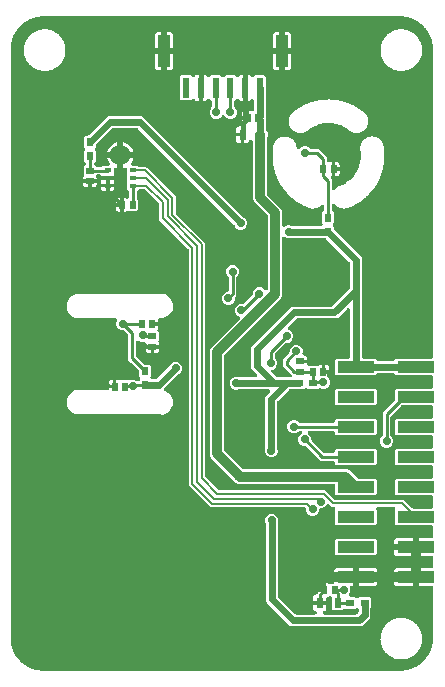
<source format=gbl>
G04 EAGLE Gerber RS-274X export*
G75*
%MOMM*%
%FSLAX34Y34*%
%LPD*%
%INBottom Copper*%
%IPPOS*%
%AMOC8*
5,1,8,0,0,1.08239X$1,22.5*%
G01*
%ADD10R,0.600000X0.700000*%
%ADD11R,0.700000X0.600000*%
%ADD12C,1.750000*%
%ADD13R,0.600000X0.400000*%
%ADD14R,0.650000X0.500000*%
%ADD15R,0.500000X0.650000*%
%ADD16R,3.150000X1.000000*%
%ADD17R,0.600000X0.900000*%
%ADD18R,0.600000X1.700000*%
%ADD19R,1.000000X2.700000*%
%ADD20C,0.700000*%
%ADD21C,0.254000*%
%ADD22C,0.812800*%
%ADD23C,0.406400*%
%ADD24C,0.609600*%
%ADD25C,0.200000*%

G36*
X335034Y5217D02*
X335034Y5217D01*
X335046Y5216D01*
X335761Y5225D01*
X335774Y5227D01*
X335799Y5226D01*
X336466Y5251D01*
X336479Y5254D01*
X336504Y5253D01*
X337167Y5296D01*
X337180Y5298D01*
X337205Y5299D01*
X337862Y5358D01*
X337875Y5360D01*
X337900Y5361D01*
X338554Y5437D01*
X338567Y5440D01*
X338591Y5442D01*
X339238Y5533D01*
X339251Y5536D01*
X339275Y5538D01*
X339917Y5646D01*
X339930Y5649D01*
X339954Y5652D01*
X340591Y5775D01*
X340604Y5779D01*
X340628Y5783D01*
X341260Y5921D01*
X341273Y5926D01*
X341297Y5930D01*
X341921Y6083D01*
X341934Y6088D01*
X341958Y6092D01*
X342577Y6261D01*
X342589Y6266D01*
X342613Y6271D01*
X343226Y6455D01*
X343238Y6460D01*
X343262Y6466D01*
X343869Y6664D01*
X343881Y6670D01*
X343904Y6676D01*
X344505Y6889D01*
X344517Y6895D01*
X344540Y6902D01*
X345135Y7129D01*
X345146Y7135D01*
X345169Y7142D01*
X345756Y7383D01*
X345767Y7390D01*
X345790Y7398D01*
X346371Y7653D01*
X346382Y7660D01*
X346404Y7668D01*
X346977Y7937D01*
X346988Y7944D01*
X347010Y7953D01*
X347577Y8235D01*
X347588Y8242D01*
X347609Y8252D01*
X348168Y8548D01*
X348178Y8555D01*
X348199Y8565D01*
X348751Y8874D01*
X348761Y8882D01*
X348782Y8892D01*
X349325Y9214D01*
X349335Y9222D01*
X349356Y9233D01*
X349889Y9567D01*
X349899Y9575D01*
X349920Y9586D01*
X350447Y9934D01*
X350456Y9942D01*
X350476Y9954D01*
X350994Y10314D01*
X351004Y10322D01*
X351023Y10335D01*
X351532Y10706D01*
X351541Y10715D01*
X351560Y10727D01*
X352060Y11111D01*
X352069Y11120D01*
X352088Y11133D01*
X352578Y11528D01*
X352587Y11537D01*
X352606Y11551D01*
X353086Y11958D01*
X353095Y11967D01*
X353113Y11981D01*
X353583Y12399D01*
X353592Y12408D01*
X353609Y12423D01*
X354071Y12852D01*
X354079Y12862D01*
X354097Y12877D01*
X354547Y13316D01*
X354555Y13326D01*
X354572Y13341D01*
X355011Y13791D01*
X355019Y13801D01*
X355036Y13817D01*
X355466Y14279D01*
X355473Y14289D01*
X355490Y14305D01*
X355907Y14775D01*
X355914Y14785D01*
X355930Y14802D01*
X356337Y15282D01*
X356344Y15293D01*
X356359Y15310D01*
X356755Y15800D01*
X356762Y15811D01*
X356777Y15828D01*
X357161Y16328D01*
X357167Y16339D01*
X357182Y16356D01*
X357553Y16865D01*
X357560Y16876D01*
X357574Y16894D01*
X357934Y17412D01*
X357940Y17423D01*
X357954Y17441D01*
X358302Y17968D01*
X358307Y17980D01*
X358321Y17999D01*
X358655Y18532D01*
X358660Y18544D01*
X358674Y18563D01*
X358996Y19106D01*
X359001Y19118D01*
X359014Y19137D01*
X359323Y19689D01*
X359328Y19700D01*
X359340Y19720D01*
X359636Y20279D01*
X359641Y20291D01*
X359653Y20311D01*
X359935Y20878D01*
X359940Y20890D01*
X359951Y20911D01*
X360220Y21484D01*
X360224Y21496D01*
X360235Y21517D01*
X360490Y22098D01*
X360494Y22111D01*
X360505Y22132D01*
X360746Y22719D01*
X360749Y22732D01*
X360759Y22753D01*
X360986Y23348D01*
X360989Y23361D01*
X360999Y23383D01*
X361212Y23984D01*
X361215Y23997D01*
X361224Y24019D01*
X361422Y24626D01*
X361425Y24639D01*
X361433Y24662D01*
X361617Y25275D01*
X361619Y25289D01*
X361627Y25311D01*
X361796Y25930D01*
X361798Y25944D01*
X361805Y25967D01*
X361958Y26592D01*
X361960Y26605D01*
X361967Y26628D01*
X362105Y27260D01*
X362107Y27273D01*
X362113Y27297D01*
X362236Y27934D01*
X362237Y27947D01*
X362242Y27971D01*
X362350Y28613D01*
X362350Y28626D01*
X362355Y28650D01*
X362446Y29297D01*
X362447Y29310D01*
X362451Y29334D01*
X362527Y29988D01*
X362527Y30002D01*
X362530Y30026D01*
X362589Y30683D01*
X362589Y30697D01*
X362592Y30721D01*
X362635Y31384D01*
X362634Y31397D01*
X362637Y31422D01*
X362662Y32089D01*
X362661Y32102D01*
X362663Y32127D01*
X362672Y32842D01*
X362671Y32848D01*
X362672Y32861D01*
X362672Y75560D01*
X362668Y75595D01*
X362671Y75631D01*
X362648Y75767D01*
X362632Y75903D01*
X362620Y75937D01*
X362615Y75972D01*
X362562Y76099D01*
X362515Y76229D01*
X362496Y76258D01*
X362482Y76291D01*
X362401Y76403D01*
X362326Y76518D01*
X362300Y76543D01*
X362280Y76571D01*
X362176Y76662D01*
X362076Y76757D01*
X362045Y76775D01*
X362019Y76798D01*
X361896Y76862D01*
X361778Y76932D01*
X361744Y76942D01*
X361712Y76959D01*
X361579Y76993D01*
X361447Y77034D01*
X361412Y77036D01*
X361378Y77045D01*
X361173Y77059D01*
X350649Y77059D01*
X350649Y83600D01*
X350645Y83635D01*
X350648Y83670D01*
X350625Y83806D01*
X350609Y83943D01*
X350597Y83977D01*
X350592Y84012D01*
X350539Y84139D01*
X350492Y84268D01*
X350473Y84298D01*
X350459Y84331D01*
X350378Y84443D01*
X350303Y84558D01*
X350277Y84582D01*
X350260Y84606D01*
X350347Y84697D01*
X350365Y84728D01*
X350388Y84755D01*
X350452Y84877D01*
X350522Y84995D01*
X350532Y85029D01*
X350549Y85061D01*
X350583Y85194D01*
X350624Y85326D01*
X350626Y85361D01*
X350635Y85396D01*
X350649Y85600D01*
X350649Y92141D01*
X361173Y92141D01*
X361208Y92145D01*
X361244Y92142D01*
X361380Y92165D01*
X361516Y92181D01*
X361550Y92193D01*
X361585Y92198D01*
X361712Y92251D01*
X361842Y92298D01*
X361871Y92317D01*
X361904Y92331D01*
X362016Y92412D01*
X362131Y92487D01*
X362156Y92513D01*
X362184Y92533D01*
X362275Y92637D01*
X362370Y92737D01*
X362388Y92768D01*
X362411Y92794D01*
X362475Y92917D01*
X362545Y93035D01*
X362555Y93069D01*
X362572Y93101D01*
X362606Y93234D01*
X362647Y93366D01*
X362649Y93401D01*
X362658Y93435D01*
X362672Y93640D01*
X362672Y100960D01*
X362668Y100995D01*
X362671Y101031D01*
X362648Y101167D01*
X362632Y101303D01*
X362620Y101337D01*
X362615Y101372D01*
X362562Y101499D01*
X362515Y101629D01*
X362496Y101658D01*
X362482Y101691D01*
X362401Y101803D01*
X362326Y101918D01*
X362300Y101943D01*
X362280Y101971D01*
X362176Y102062D01*
X362076Y102157D01*
X362045Y102175D01*
X362019Y102198D01*
X361896Y102262D01*
X361778Y102332D01*
X361744Y102342D01*
X361712Y102359D01*
X361579Y102393D01*
X361447Y102434D01*
X361412Y102436D01*
X361378Y102445D01*
X361173Y102459D01*
X350649Y102459D01*
X350649Y109000D01*
X350645Y109035D01*
X350648Y109070D01*
X350625Y109206D01*
X350609Y109343D01*
X350597Y109377D01*
X350592Y109412D01*
X350539Y109539D01*
X350492Y109668D01*
X350473Y109698D01*
X350459Y109731D01*
X350378Y109843D01*
X350303Y109958D01*
X350277Y109982D01*
X350260Y110006D01*
X350347Y110097D01*
X350365Y110128D01*
X350388Y110155D01*
X350452Y110277D01*
X350522Y110395D01*
X350532Y110429D01*
X350549Y110461D01*
X350583Y110594D01*
X350624Y110726D01*
X350626Y110761D01*
X350635Y110796D01*
X350649Y111000D01*
X350649Y117541D01*
X361173Y117541D01*
X361208Y117545D01*
X361244Y117542D01*
X361380Y117565D01*
X361516Y117581D01*
X361550Y117593D01*
X361585Y117598D01*
X361712Y117651D01*
X361842Y117698D01*
X361871Y117717D01*
X361904Y117731D01*
X362016Y117812D01*
X362131Y117887D01*
X362156Y117913D01*
X362184Y117933D01*
X362275Y118037D01*
X362370Y118137D01*
X362388Y118168D01*
X362411Y118194D01*
X362475Y118317D01*
X362545Y118435D01*
X362555Y118469D01*
X362572Y118501D01*
X362606Y118634D01*
X362647Y118766D01*
X362649Y118801D01*
X362658Y118835D01*
X362672Y119040D01*
X362672Y126900D01*
X362668Y126935D01*
X362671Y126971D01*
X362648Y127107D01*
X362632Y127243D01*
X362620Y127277D01*
X362615Y127312D01*
X362562Y127439D01*
X362515Y127569D01*
X362496Y127598D01*
X362482Y127631D01*
X362401Y127743D01*
X362326Y127858D01*
X362300Y127883D01*
X362280Y127911D01*
X362176Y128002D01*
X362076Y128097D01*
X362045Y128115D01*
X362019Y128138D01*
X361896Y128202D01*
X361778Y128272D01*
X361744Y128282D01*
X361712Y128299D01*
X361579Y128333D01*
X361447Y128374D01*
X361412Y128376D01*
X361378Y128385D01*
X361173Y128399D01*
X331571Y128399D01*
X330399Y129571D01*
X330399Y141241D01*
X330416Y141263D01*
X330488Y141338D01*
X330523Y141398D01*
X330566Y141452D01*
X330610Y141546D01*
X330663Y141636D01*
X330683Y141702D01*
X330713Y141765D01*
X330734Y141867D01*
X330765Y141967D01*
X330770Y142035D01*
X330784Y142103D01*
X330782Y142207D01*
X330789Y142311D01*
X330778Y142380D01*
X330776Y142449D01*
X330750Y142550D01*
X330733Y142653D01*
X330706Y142716D01*
X330689Y142783D01*
X330640Y142876D01*
X330600Y142972D01*
X330560Y143028D01*
X330527Y143089D01*
X330459Y143168D01*
X330398Y143252D01*
X330346Y143298D01*
X330300Y143350D01*
X330216Y143410D01*
X330137Y143479D01*
X330076Y143511D01*
X330019Y143551D01*
X329923Y143591D01*
X329831Y143640D01*
X329764Y143657D01*
X329700Y143683D01*
X329597Y143700D01*
X329496Y143726D01*
X329392Y143733D01*
X329359Y143739D01*
X329336Y143737D01*
X329291Y143740D01*
X316209Y143740D01*
X316105Y143728D01*
X316001Y143726D01*
X315934Y143708D01*
X315865Y143700D01*
X315767Y143665D01*
X315666Y143639D01*
X315605Y143606D01*
X315540Y143583D01*
X315453Y143526D01*
X315361Y143477D01*
X315308Y143432D01*
X315251Y143394D01*
X315179Y143318D01*
X315100Y143250D01*
X315060Y143194D01*
X315012Y143144D01*
X314959Y143054D01*
X314898Y142969D01*
X314872Y142905D01*
X314837Y142846D01*
X314806Y142746D01*
X314766Y142649D01*
X314755Y142581D01*
X314735Y142515D01*
X314728Y142411D01*
X314711Y142308D01*
X314716Y142239D01*
X314711Y142170D01*
X314728Y142067D01*
X314736Y141963D01*
X314756Y141897D01*
X314767Y141829D01*
X314807Y141733D01*
X314838Y141633D01*
X314873Y141574D01*
X314900Y141510D01*
X314961Y141425D01*
X315014Y141335D01*
X315082Y141257D01*
X315101Y141231D01*
X315101Y129571D01*
X313929Y128399D01*
X280771Y128399D01*
X279599Y129571D01*
X279599Y141241D01*
X279616Y141263D01*
X279688Y141338D01*
X279723Y141398D01*
X279766Y141452D01*
X279810Y141546D01*
X279863Y141636D01*
X279883Y141702D01*
X279913Y141765D01*
X279934Y141867D01*
X279965Y141967D01*
X279970Y142035D01*
X279984Y142103D01*
X279982Y142207D01*
X279989Y142311D01*
X279978Y142380D01*
X279976Y142449D01*
X279950Y142550D01*
X279933Y142653D01*
X279906Y142716D01*
X279889Y142783D01*
X279840Y142876D01*
X279800Y142972D01*
X279760Y143028D01*
X279727Y143089D01*
X279659Y143168D01*
X279598Y143252D01*
X279546Y143298D01*
X279500Y143350D01*
X279416Y143410D01*
X279337Y143479D01*
X279276Y143511D01*
X279219Y143551D01*
X279123Y143591D01*
X279031Y143640D01*
X278964Y143657D01*
X278900Y143683D01*
X278797Y143700D01*
X278696Y143726D01*
X278592Y143733D01*
X278559Y143739D01*
X278536Y143737D01*
X278491Y143740D01*
X277000Y143740D01*
X274804Y145936D01*
X274787Y145954D01*
X274664Y146051D01*
X274543Y146151D01*
X274529Y146159D01*
X274516Y146169D01*
X274374Y146235D01*
X274234Y146305D01*
X274218Y146309D01*
X274203Y146316D01*
X274050Y146348D01*
X273897Y146384D01*
X273881Y146384D01*
X273865Y146387D01*
X273708Y146384D01*
X273551Y146384D01*
X273535Y146380D01*
X273519Y146379D01*
X273367Y146340D01*
X273215Y146304D01*
X273200Y146297D01*
X273184Y146293D01*
X273045Y146219D01*
X272905Y146149D01*
X272893Y146139D01*
X272879Y146132D01*
X272760Y146028D01*
X272640Y145928D01*
X272630Y145915D01*
X272618Y145905D01*
X272526Y145776D01*
X272432Y145652D01*
X272423Y145633D01*
X272416Y145624D01*
X272405Y145599D01*
X272341Y145468D01*
X272203Y145136D01*
X270656Y143589D01*
X268634Y142751D01*
X267747Y142751D01*
X267712Y142747D01*
X267677Y142750D01*
X267541Y142727D01*
X267404Y142711D01*
X267370Y142699D01*
X267335Y142694D01*
X267208Y142641D01*
X267079Y142594D01*
X267049Y142575D01*
X267016Y142561D01*
X266905Y142480D01*
X266789Y142405D01*
X266765Y142379D01*
X266736Y142359D01*
X266645Y142255D01*
X266550Y142155D01*
X266532Y142124D01*
X266509Y142098D01*
X266445Y141975D01*
X266375Y141857D01*
X266365Y141823D01*
X266348Y141791D01*
X266314Y141658D01*
X266273Y141526D01*
X266271Y141491D01*
X266262Y141457D01*
X266248Y141252D01*
X266248Y140558D01*
X265411Y138536D01*
X263863Y136989D01*
X261841Y136151D01*
X259653Y136151D01*
X257631Y136989D01*
X256084Y138536D01*
X255247Y140558D01*
X255247Y141909D01*
X255242Y141945D01*
X255245Y141980D01*
X255223Y142116D01*
X255207Y142253D01*
X255195Y142286D01*
X255189Y142321D01*
X255136Y142448D01*
X255089Y142578D01*
X255070Y142608D01*
X255056Y142640D01*
X254976Y142752D01*
X254900Y142868D01*
X254875Y142892D01*
X254854Y142921D01*
X254750Y143011D01*
X254650Y143106D01*
X254620Y143124D01*
X254593Y143148D01*
X254471Y143212D01*
X254352Y143281D01*
X254318Y143292D01*
X254287Y143308D01*
X254153Y143343D01*
X254022Y143383D01*
X253986Y143386D01*
X253952Y143395D01*
X253747Y143409D01*
X174600Y143409D01*
X155936Y162073D01*
X155936Y361232D01*
X155920Y361370D01*
X155910Y361510D01*
X155900Y361542D01*
X155896Y361575D01*
X155849Y361706D01*
X155808Y361840D01*
X155790Y361869D01*
X155779Y361901D01*
X155703Y362017D01*
X155632Y362138D01*
X155602Y362172D01*
X155590Y362190D01*
X155566Y362214D01*
X155497Y362292D01*
X130943Y386846D01*
X130943Y400079D01*
X130927Y400217D01*
X130917Y400356D01*
X130907Y400389D01*
X130903Y400422D01*
X130856Y400553D01*
X130814Y400686D01*
X130797Y400716D01*
X130786Y400747D01*
X130709Y400864D01*
X130639Y400984D01*
X130609Y401018D01*
X130597Y401037D01*
X130572Y401060D01*
X130504Y401139D01*
X119290Y412353D01*
X119182Y412438D01*
X119079Y412528D01*
X119047Y412545D01*
X119019Y412567D01*
X118895Y412626D01*
X118773Y412690D01*
X118739Y412699D01*
X118706Y412714D01*
X118572Y412742D01*
X118439Y412777D01*
X118391Y412781D01*
X118368Y412785D01*
X118334Y412785D01*
X118234Y412792D01*
X114219Y412803D01*
X114079Y412787D01*
X113938Y412777D01*
X113907Y412768D01*
X113876Y412764D01*
X113742Y412717D01*
X113608Y412675D01*
X113580Y412659D01*
X113550Y412648D01*
X113432Y412571D01*
X113310Y412499D01*
X113278Y412471D01*
X113260Y412460D01*
X113237Y412436D01*
X113155Y412364D01*
X112493Y411702D01*
X112406Y411592D01*
X112314Y411487D01*
X112299Y411457D01*
X112278Y411431D01*
X112219Y411304D01*
X112154Y411181D01*
X112145Y411148D01*
X112131Y411118D01*
X112102Y410981D01*
X112067Y410846D01*
X112064Y410801D01*
X112060Y410779D01*
X112060Y410746D01*
X112053Y410641D01*
X112055Y405030D01*
X112071Y404892D01*
X112081Y404753D01*
X112091Y404720D01*
X112095Y404686D01*
X112142Y404556D01*
X112184Y404423D01*
X112201Y404393D01*
X112213Y404361D01*
X112289Y404245D01*
X112359Y404125D01*
X112389Y404091D01*
X112402Y404072D01*
X112426Y404048D01*
X112494Y403970D01*
X112809Y403656D01*
X112809Y395498D01*
X111637Y394326D01*
X104894Y394326D01*
X104785Y394375D01*
X104639Y394444D01*
X104627Y394446D01*
X104616Y394451D01*
X104459Y394482D01*
X104301Y394515D01*
X104289Y394515D01*
X104276Y394517D01*
X104116Y394511D01*
X103956Y394507D01*
X103944Y394504D01*
X103931Y394503D01*
X103776Y394460D01*
X103621Y394420D01*
X103610Y394414D01*
X103598Y394411D01*
X103414Y394320D01*
X102789Y393959D01*
X102142Y393786D01*
X100807Y393786D01*
X100807Y399577D01*
X100807Y405368D01*
X102142Y405368D01*
X102789Y405195D01*
X103264Y404920D01*
X103339Y404888D01*
X103410Y404846D01*
X103498Y404819D01*
X103582Y404783D01*
X103662Y404768D01*
X103740Y404744D01*
X103832Y404738D01*
X103922Y404722D01*
X104004Y404726D01*
X104085Y404721D01*
X104176Y404736D01*
X104267Y404741D01*
X104346Y404764D01*
X104426Y404777D01*
X104511Y404812D01*
X104599Y404838D01*
X104670Y404878D01*
X104746Y404910D01*
X104820Y404963D01*
X104900Y405009D01*
X104960Y405064D01*
X105026Y405112D01*
X105086Y405181D01*
X105153Y405244D01*
X105199Y405312D01*
X105252Y405373D01*
X105295Y405455D01*
X105346Y405531D01*
X105375Y405607D01*
X105413Y405679D01*
X105436Y405768D01*
X105468Y405854D01*
X105479Y405935D01*
X105499Y406014D01*
X105510Y406176D01*
X105513Y406197D01*
X105512Y406205D01*
X105513Y406219D01*
X105512Y410639D01*
X105496Y410777D01*
X105486Y410916D01*
X105476Y410948D01*
X105472Y410982D01*
X105425Y411113D01*
X105383Y411246D01*
X105366Y411275D01*
X105354Y411307D01*
X105278Y411424D01*
X105208Y411544D01*
X105178Y411578D01*
X105165Y411597D01*
X105141Y411620D01*
X105073Y411698D01*
X103780Y412991D01*
X103780Y429485D01*
X103769Y429581D01*
X103768Y429679D01*
X103749Y429753D01*
X103740Y429828D01*
X103707Y429920D01*
X103683Y430014D01*
X103649Y430082D01*
X103623Y430153D01*
X103570Y430235D01*
X103525Y430322D01*
X103475Y430379D01*
X103434Y430443D01*
X103364Y430510D01*
X103300Y430584D01*
X103239Y430629D01*
X103184Y430681D01*
X103100Y430731D01*
X103021Y430788D01*
X102951Y430818D01*
X102886Y430856D01*
X102792Y430885D01*
X102703Y430923D01*
X102628Y430936D01*
X102555Y430958D01*
X102458Y430965D01*
X102362Y430982D01*
X102286Y430977D01*
X102210Y430982D01*
X102114Y430966D01*
X102017Y430960D01*
X101901Y430931D01*
X101869Y430926D01*
X101852Y430919D01*
X101818Y430910D01*
X100630Y430524D01*
X100485Y430502D01*
X100485Y439038D01*
X109022Y439038D01*
X108999Y438893D01*
X108450Y437203D01*
X107643Y435619D01*
X107305Y435155D01*
X107227Y435016D01*
X107146Y434878D01*
X107142Y434865D01*
X107136Y434854D01*
X107091Y434700D01*
X107044Y434548D01*
X107043Y434535D01*
X107039Y434522D01*
X107031Y434362D01*
X107020Y434203D01*
X107023Y434190D01*
X107022Y434176D01*
X107051Y434018D01*
X107076Y433862D01*
X107082Y433849D01*
X107084Y433836D01*
X107148Y433689D01*
X107209Y433543D01*
X107217Y433532D01*
X107222Y433519D01*
X107318Y433392D01*
X107411Y433262D01*
X107422Y433253D01*
X107430Y433243D01*
X107552Y433140D01*
X107672Y433036D01*
X107684Y433029D01*
X107695Y433021D01*
X107837Y432949D01*
X107979Y432875D01*
X107992Y432871D01*
X108004Y432865D01*
X108159Y432828D01*
X108313Y432788D01*
X108331Y432787D01*
X108340Y432785D01*
X108365Y432785D01*
X108518Y432774D01*
X112610Y432774D01*
X113163Y432221D01*
X113274Y432133D01*
X113379Y432042D01*
X113408Y432027D01*
X113434Y432006D01*
X113562Y431946D01*
X113686Y431881D01*
X113717Y431873D01*
X113747Y431859D01*
X113885Y431830D01*
X114021Y431796D01*
X114064Y431793D01*
X114086Y431788D01*
X114119Y431789D01*
X114225Y431782D01*
X116805Y431785D01*
X116827Y431788D01*
X118675Y431788D01*
X118676Y431788D01*
X118677Y431788D01*
X119910Y431790D01*
X120788Y430912D01*
X120789Y430912D01*
X120789Y430911D01*
X122082Y429621D01*
X122107Y429594D01*
X142747Y408953D01*
X144944Y406756D01*
X144944Y393267D01*
X144960Y393129D01*
X144970Y392990D01*
X144980Y392957D01*
X144984Y392924D01*
X145031Y392793D01*
X145073Y392659D01*
X145090Y392630D01*
X145102Y392598D01*
X145178Y392482D01*
X145249Y392362D01*
X145278Y392328D01*
X145291Y392309D01*
X145315Y392286D01*
X145383Y392207D01*
X169938Y367653D01*
X169938Y169804D01*
X169954Y169666D01*
X169964Y169526D01*
X169974Y169494D01*
X169978Y169460D01*
X170025Y169330D01*
X170066Y169196D01*
X170084Y169167D01*
X170095Y169135D01*
X170171Y169018D01*
X170242Y168898D01*
X170272Y168864D01*
X170284Y168846D01*
X170308Y168822D01*
X170377Y168744D01*
X180929Y158192D01*
X181038Y158105D01*
X181143Y158014D01*
X181173Y157998D01*
X181200Y157977D01*
X181326Y157918D01*
X181449Y157853D01*
X181482Y157845D01*
X181513Y157830D01*
X181649Y157802D01*
X181784Y157767D01*
X181829Y157764D01*
X181851Y157759D01*
X181885Y157760D01*
X181989Y157753D01*
X271475Y157753D01*
X279047Y150181D01*
X279156Y150094D01*
X279262Y150003D01*
X279292Y149987D01*
X279318Y149966D01*
X279444Y149907D01*
X279568Y149842D01*
X279601Y149834D01*
X279631Y149819D01*
X279767Y149791D01*
X279903Y149756D01*
X279948Y149753D01*
X279969Y149748D01*
X280003Y149749D01*
X280107Y149742D01*
X338052Y149742D01*
X344954Y142840D01*
X345063Y142753D01*
X345168Y142662D01*
X345198Y142646D01*
X345225Y142625D01*
X345351Y142566D01*
X345474Y142501D01*
X345507Y142493D01*
X345538Y142478D01*
X345674Y142450D01*
X345809Y142415D01*
X345854Y142412D01*
X345876Y142407D01*
X345910Y142408D01*
X346014Y142401D01*
X361173Y142401D01*
X361208Y142405D01*
X361244Y142402D01*
X361380Y142425D01*
X361516Y142441D01*
X361550Y142453D01*
X361585Y142458D01*
X361712Y142511D01*
X361842Y142558D01*
X361871Y142577D01*
X361904Y142591D01*
X362016Y142672D01*
X362131Y142747D01*
X362156Y142773D01*
X362184Y142793D01*
X362275Y142897D01*
X362370Y142997D01*
X362388Y143028D01*
X362411Y143054D01*
X362475Y143177D01*
X362545Y143295D01*
X362555Y143329D01*
X362572Y143361D01*
X362606Y143494D01*
X362647Y143626D01*
X362649Y143661D01*
X362658Y143695D01*
X362672Y143900D01*
X362672Y152300D01*
X362668Y152335D01*
X362671Y152371D01*
X362648Y152507D01*
X362632Y152643D01*
X362620Y152677D01*
X362615Y152712D01*
X362562Y152839D01*
X362515Y152969D01*
X362496Y152998D01*
X362482Y153031D01*
X362401Y153143D01*
X362326Y153258D01*
X362300Y153283D01*
X362280Y153311D01*
X362176Y153402D01*
X362076Y153497D01*
X362045Y153515D01*
X362019Y153538D01*
X361896Y153602D01*
X361778Y153672D01*
X361744Y153682D01*
X361712Y153699D01*
X361579Y153733D01*
X361447Y153774D01*
X361412Y153776D01*
X361378Y153785D01*
X361173Y153799D01*
X331571Y153799D01*
X330399Y154971D01*
X330399Y166629D01*
X331571Y167801D01*
X361173Y167801D01*
X361208Y167805D01*
X361244Y167802D01*
X361380Y167825D01*
X361516Y167841D01*
X361550Y167853D01*
X361585Y167858D01*
X361712Y167911D01*
X361842Y167958D01*
X361871Y167977D01*
X361904Y167991D01*
X362016Y168072D01*
X362131Y168147D01*
X362156Y168173D01*
X362184Y168193D01*
X362275Y168297D01*
X362370Y168397D01*
X362388Y168428D01*
X362411Y168454D01*
X362475Y168577D01*
X362545Y168695D01*
X362555Y168729D01*
X362572Y168761D01*
X362606Y168894D01*
X362647Y169026D01*
X362649Y169061D01*
X362658Y169095D01*
X362672Y169300D01*
X362672Y177700D01*
X362668Y177735D01*
X362671Y177771D01*
X362648Y177907D01*
X362632Y178043D01*
X362620Y178077D01*
X362615Y178112D01*
X362562Y178239D01*
X362515Y178369D01*
X362496Y178398D01*
X362482Y178431D01*
X362401Y178543D01*
X362326Y178658D01*
X362300Y178683D01*
X362280Y178711D01*
X362176Y178802D01*
X362076Y178897D01*
X362045Y178915D01*
X362019Y178938D01*
X361896Y179002D01*
X361778Y179072D01*
X361744Y179082D01*
X361712Y179099D01*
X361579Y179133D01*
X361447Y179174D01*
X361412Y179176D01*
X361378Y179185D01*
X361173Y179199D01*
X331571Y179199D01*
X330399Y180371D01*
X330399Y192029D01*
X331571Y193201D01*
X361173Y193201D01*
X361208Y193205D01*
X361244Y193202D01*
X361380Y193225D01*
X361516Y193241D01*
X361550Y193253D01*
X361585Y193258D01*
X361712Y193311D01*
X361842Y193358D01*
X361871Y193377D01*
X361904Y193391D01*
X362016Y193472D01*
X362131Y193547D01*
X362156Y193573D01*
X362184Y193593D01*
X362275Y193697D01*
X362370Y193797D01*
X362388Y193828D01*
X362411Y193854D01*
X362475Y193977D01*
X362545Y194095D01*
X362555Y194129D01*
X362572Y194161D01*
X362606Y194294D01*
X362647Y194426D01*
X362649Y194461D01*
X362658Y194495D01*
X362672Y194700D01*
X362672Y203100D01*
X362668Y203135D01*
X362671Y203171D01*
X362648Y203307D01*
X362632Y203443D01*
X362620Y203477D01*
X362615Y203512D01*
X362562Y203639D01*
X362515Y203769D01*
X362496Y203798D01*
X362482Y203831D01*
X362401Y203943D01*
X362326Y204058D01*
X362300Y204083D01*
X362280Y204111D01*
X362176Y204202D01*
X362076Y204297D01*
X362045Y204315D01*
X362019Y204338D01*
X361896Y204402D01*
X361778Y204472D01*
X361744Y204482D01*
X361712Y204499D01*
X361579Y204533D01*
X361447Y204574D01*
X361412Y204576D01*
X361378Y204585D01*
X361173Y204599D01*
X331571Y204599D01*
X330399Y205771D01*
X330399Y217429D01*
X331571Y218601D01*
X361173Y218601D01*
X361208Y218605D01*
X361244Y218602D01*
X361380Y218625D01*
X361516Y218641D01*
X361550Y218653D01*
X361585Y218658D01*
X361712Y218711D01*
X361842Y218758D01*
X361871Y218777D01*
X361904Y218791D01*
X362016Y218872D01*
X362131Y218947D01*
X362156Y218973D01*
X362184Y218993D01*
X362275Y219097D01*
X362370Y219197D01*
X362388Y219228D01*
X362411Y219254D01*
X362475Y219377D01*
X362545Y219495D01*
X362555Y219529D01*
X362572Y219561D01*
X362606Y219694D01*
X362647Y219826D01*
X362649Y219861D01*
X362658Y219895D01*
X362672Y220100D01*
X362672Y228500D01*
X362668Y228535D01*
X362671Y228571D01*
X362648Y228707D01*
X362632Y228843D01*
X362620Y228877D01*
X362615Y228912D01*
X362562Y229039D01*
X362515Y229169D01*
X362496Y229198D01*
X362482Y229231D01*
X362401Y229343D01*
X362326Y229458D01*
X362300Y229483D01*
X362280Y229511D01*
X362176Y229602D01*
X362076Y229697D01*
X362045Y229715D01*
X362019Y229738D01*
X361896Y229802D01*
X361778Y229872D01*
X361744Y229882D01*
X361712Y229899D01*
X361579Y229933D01*
X361447Y229974D01*
X361412Y229976D01*
X361378Y229985D01*
X361173Y229999D01*
X336553Y229999D01*
X336415Y229983D01*
X336276Y229973D01*
X336244Y229963D01*
X336210Y229959D01*
X336079Y229912D01*
X335946Y229871D01*
X335917Y229853D01*
X335885Y229842D01*
X335768Y229766D01*
X335648Y229695D01*
X335614Y229665D01*
X335595Y229653D01*
X335572Y229629D01*
X335493Y229560D01*
X327104Y221171D01*
X327018Y221062D01*
X326926Y220956D01*
X326911Y220926D01*
X326890Y220900D01*
X326830Y220774D01*
X326765Y220650D01*
X326757Y220618D01*
X326743Y220587D01*
X326714Y220451D01*
X326679Y220316D01*
X326676Y220270D01*
X326671Y220249D01*
X326672Y220215D01*
X326665Y220111D01*
X326665Y204641D01*
X326681Y204502D01*
X326691Y204363D01*
X326701Y204331D01*
X326705Y204297D01*
X326752Y204166D01*
X326794Y204033D01*
X326811Y204004D01*
X326822Y203972D01*
X326899Y203855D01*
X326969Y203735D01*
X326999Y203701D01*
X327011Y203682D01*
X327036Y203659D01*
X327078Y203611D01*
X327082Y203605D01*
X327086Y203601D01*
X327104Y203581D01*
X328058Y202627D01*
X328895Y200605D01*
X328895Y198417D01*
X328058Y196395D01*
X326510Y194848D01*
X324489Y194010D01*
X322300Y194010D01*
X320278Y194848D01*
X318731Y196395D01*
X317894Y198417D01*
X317894Y200605D01*
X318731Y202627D01*
X319684Y203581D01*
X319755Y203669D01*
X319797Y203713D01*
X319808Y203732D01*
X319862Y203795D01*
X319878Y203825D01*
X319899Y203852D01*
X319958Y203978D01*
X320023Y204101D01*
X320032Y204134D01*
X320046Y204165D01*
X320075Y204301D01*
X320110Y204436D01*
X320113Y204481D01*
X320117Y204503D01*
X320116Y204537D01*
X320124Y204641D01*
X320124Y223442D01*
X329960Y233278D01*
X330047Y233387D01*
X330138Y233493D01*
X330154Y233523D01*
X330175Y233549D01*
X330234Y233675D01*
X330299Y233799D01*
X330307Y233831D01*
X330322Y233862D01*
X330350Y233998D01*
X330385Y234133D01*
X330388Y234179D01*
X330393Y234200D01*
X330392Y234234D01*
X330399Y234338D01*
X330399Y242829D01*
X331571Y244001D01*
X361173Y244001D01*
X361208Y244005D01*
X361244Y244002D01*
X361380Y244025D01*
X361516Y244041D01*
X361550Y244053D01*
X361585Y244058D01*
X361712Y244111D01*
X361842Y244158D01*
X361871Y244177D01*
X361904Y244191D01*
X362016Y244272D01*
X362131Y244347D01*
X362156Y244373D01*
X362184Y244393D01*
X362275Y244497D01*
X362370Y244597D01*
X362388Y244628D01*
X362411Y244654D01*
X362475Y244777D01*
X362545Y244895D01*
X362555Y244929D01*
X362572Y244961D01*
X362606Y245094D01*
X362647Y245226D01*
X362649Y245261D01*
X362658Y245295D01*
X362672Y245500D01*
X362672Y253900D01*
X362668Y253935D01*
X362671Y253971D01*
X362648Y254107D01*
X362632Y254243D01*
X362620Y254277D01*
X362615Y254312D01*
X362562Y254439D01*
X362515Y254569D01*
X362496Y254598D01*
X362482Y254631D01*
X362401Y254743D01*
X362326Y254858D01*
X362300Y254883D01*
X362280Y254911D01*
X362176Y255002D01*
X362076Y255097D01*
X362045Y255115D01*
X362019Y255138D01*
X361896Y255202D01*
X361778Y255272D01*
X361744Y255282D01*
X361712Y255299D01*
X361579Y255333D01*
X361447Y255374D01*
X361412Y255376D01*
X361378Y255385D01*
X361173Y255399D01*
X331571Y255399D01*
X330058Y256912D01*
X329949Y256998D01*
X329844Y257090D01*
X329814Y257106D01*
X329787Y257127D01*
X329661Y257186D01*
X329538Y257251D01*
X329505Y257259D01*
X329474Y257274D01*
X329338Y257302D01*
X329203Y257337D01*
X329158Y257340D01*
X329136Y257345D01*
X329102Y257344D01*
X328998Y257351D01*
X316502Y257351D01*
X316364Y257335D01*
X316224Y257325D01*
X316192Y257315D01*
X316158Y257311D01*
X316027Y257264D01*
X315894Y257223D01*
X315865Y257205D01*
X315833Y257194D01*
X315716Y257118D01*
X315596Y257047D01*
X315562Y257017D01*
X315544Y257005D01*
X315520Y256981D01*
X315442Y256912D01*
X313929Y255399D01*
X280771Y255399D01*
X279599Y256571D01*
X279599Y268229D01*
X280771Y269401D01*
X290802Y269401D01*
X290837Y269405D01*
X290873Y269402D01*
X291009Y269425D01*
X291145Y269441D01*
X291179Y269453D01*
X291214Y269458D01*
X291341Y269511D01*
X291471Y269558D01*
X291500Y269577D01*
X291533Y269591D01*
X291645Y269672D01*
X291760Y269747D01*
X291785Y269773D01*
X291813Y269793D01*
X291904Y269897D01*
X291999Y269997D01*
X292017Y270028D01*
X292040Y270054D01*
X292104Y270177D01*
X292174Y270295D01*
X292184Y270329D01*
X292201Y270361D01*
X292235Y270494D01*
X292276Y270626D01*
X292278Y270661D01*
X292287Y270695D01*
X292301Y270900D01*
X292301Y310690D01*
X292289Y310794D01*
X292287Y310898D01*
X292269Y310965D01*
X292261Y311034D01*
X292226Y311132D01*
X292200Y311233D01*
X292167Y311294D01*
X292144Y311359D01*
X292087Y311446D01*
X292038Y311538D01*
X291993Y311591D01*
X291955Y311648D01*
X291880Y311720D01*
X291811Y311799D01*
X291755Y311839D01*
X291705Y311887D01*
X291615Y311940D01*
X291530Y312001D01*
X291466Y312027D01*
X291407Y312062D01*
X291307Y312093D01*
X291211Y312133D01*
X291142Y312144D01*
X291076Y312164D01*
X290972Y312171D01*
X290869Y312188D01*
X290800Y312183D01*
X290731Y312188D01*
X290629Y312171D01*
X290524Y312164D01*
X290458Y312143D01*
X290390Y312132D01*
X290294Y312092D01*
X290194Y312061D01*
X290135Y312026D01*
X290071Y311999D01*
X289986Y311938D01*
X289897Y311885D01*
X289818Y311817D01*
X289791Y311797D01*
X289776Y311780D01*
X289742Y311750D01*
X282149Y304158D01*
X280294Y303389D01*
X247859Y303389D01*
X247721Y303373D01*
X247582Y303363D01*
X247549Y303353D01*
X247516Y303349D01*
X247385Y303302D01*
X247252Y303261D01*
X247223Y303243D01*
X247191Y303232D01*
X247074Y303156D01*
X246954Y303085D01*
X246920Y303055D01*
X246901Y303043D01*
X246878Y303019D01*
X246799Y302950D01*
X240087Y296238D01*
X239991Y296117D01*
X239891Y295996D01*
X239883Y295980D01*
X239873Y295967D01*
X239806Y295826D01*
X239737Y295686D01*
X239733Y295670D01*
X239726Y295654D01*
X239694Y295501D01*
X239658Y295349D01*
X239658Y295332D01*
X239655Y295316D01*
X239658Y295160D01*
X239658Y295004D01*
X239662Y294987D01*
X239663Y294970D01*
X239702Y294819D01*
X239738Y294667D01*
X239746Y294652D01*
X239750Y294636D01*
X239823Y294498D01*
X239892Y294358D01*
X239903Y294345D01*
X239911Y294330D01*
X240013Y294213D01*
X240114Y294092D01*
X240127Y294082D01*
X240138Y294069D01*
X240265Y293978D01*
X240390Y293884D01*
X240409Y293875D01*
X240419Y293868D01*
X240445Y293857D01*
X240574Y293793D01*
X242078Y293170D01*
X243625Y291623D01*
X244463Y289601D01*
X244463Y287412D01*
X243625Y285391D01*
X242078Y283843D01*
X240056Y283006D01*
X238708Y283006D01*
X238570Y282990D01*
X238430Y282980D01*
X238398Y282970D01*
X238364Y282966D01*
X238234Y282919D01*
X238100Y282877D01*
X238071Y282860D01*
X238039Y282849D01*
X237922Y282772D01*
X237802Y282702D01*
X237768Y282672D01*
X237750Y282660D01*
X237726Y282635D01*
X237648Y282567D01*
X229183Y274102D01*
X229096Y273993D01*
X229005Y273887D01*
X228989Y273857D01*
X228968Y273831D01*
X228909Y273705D01*
X228844Y273581D01*
X228836Y273548D01*
X228821Y273518D01*
X228793Y273382D01*
X228758Y273246D01*
X228755Y273201D01*
X228750Y273180D01*
X228751Y273146D01*
X228744Y273042D01*
X228744Y270694D01*
X228760Y270556D01*
X228770Y270417D01*
X228780Y270385D01*
X228784Y270351D01*
X228831Y270220D01*
X228872Y270087D01*
X228890Y270058D01*
X228901Y270026D01*
X228977Y269909D01*
X229048Y269789D01*
X229078Y269755D01*
X229090Y269736D01*
X229114Y269713D01*
X229183Y269634D01*
X230136Y268681D01*
X230974Y266659D01*
X230974Y264471D01*
X230136Y262449D01*
X228589Y260902D01*
X226703Y260121D01*
X226566Y260044D01*
X226429Y259972D01*
X226416Y259961D01*
X226401Y259952D01*
X226285Y259846D01*
X226168Y259744D01*
X226158Y259731D01*
X226146Y259719D01*
X226057Y259591D01*
X225966Y259464D01*
X225960Y259448D01*
X225950Y259434D01*
X225894Y259289D01*
X225834Y259144D01*
X225832Y259127D01*
X225825Y259112D01*
X225804Y258957D01*
X225779Y258803D01*
X225780Y258786D01*
X225778Y258769D01*
X225792Y258614D01*
X225803Y258458D01*
X225808Y258442D01*
X225810Y258425D01*
X225860Y258277D01*
X225906Y258128D01*
X225915Y258113D01*
X225920Y258097D01*
X226003Y257964D01*
X226082Y257830D01*
X226096Y257813D01*
X226102Y257803D01*
X226122Y257784D01*
X226217Y257675D01*
X229947Y253945D01*
X230056Y253858D01*
X230162Y253767D01*
X230192Y253751D01*
X230218Y253730D01*
X230344Y253671D01*
X230468Y253606D01*
X230500Y253598D01*
X230531Y253583D01*
X230667Y253555D01*
X230802Y253520D01*
X230848Y253517D01*
X230869Y253512D01*
X230903Y253513D01*
X231007Y253506D01*
X241683Y253506D01*
X241787Y253518D01*
X241891Y253520D01*
X241958Y253538D01*
X242027Y253546D01*
X242125Y253581D01*
X242226Y253607D01*
X242287Y253640D01*
X242352Y253663D01*
X242440Y253720D01*
X242532Y253769D01*
X242584Y253814D01*
X242642Y253852D01*
X242714Y253927D01*
X242792Y253996D01*
X242833Y254052D01*
X242880Y254102D01*
X242933Y254192D01*
X242994Y254277D01*
X243020Y254341D01*
X243055Y254400D01*
X243086Y254500D01*
X243126Y254596D01*
X243137Y254665D01*
X243157Y254731D01*
X243164Y254835D01*
X243181Y254938D01*
X243176Y255007D01*
X243181Y255076D01*
X243164Y255178D01*
X243157Y255283D01*
X243136Y255349D01*
X243125Y255417D01*
X243085Y255513D01*
X243054Y255613D01*
X243019Y255672D01*
X242992Y255736D01*
X242931Y255821D01*
X242878Y255910D01*
X242810Y255989D01*
X242790Y256016D01*
X242773Y256031D01*
X242744Y256065D01*
X235598Y263211D01*
X235598Y268975D01*
X240929Y274306D01*
X241015Y274415D01*
X241106Y274521D01*
X241122Y274551D01*
X241143Y274577D01*
X241202Y274703D01*
X241267Y274827D01*
X241276Y274860D01*
X241290Y274890D01*
X241319Y275026D01*
X241354Y275162D01*
X241357Y275207D01*
X241361Y275229D01*
X241361Y275262D01*
X241368Y275366D01*
X241368Y276715D01*
X242205Y278736D01*
X243752Y280284D01*
X245774Y281121D01*
X247963Y281121D01*
X249984Y280284D01*
X251532Y278736D01*
X252369Y276715D01*
X252369Y274526D01*
X252218Y274162D01*
X252176Y274012D01*
X252129Y273863D01*
X252128Y273846D01*
X252124Y273830D01*
X252116Y273674D01*
X252106Y273518D01*
X252109Y273501D01*
X252108Y273484D01*
X252136Y273331D01*
X252162Y273177D01*
X252168Y273161D01*
X252171Y273144D01*
X252235Y273002D01*
X252294Y272857D01*
X252304Y272844D01*
X252311Y272828D01*
X252405Y272704D01*
X252497Y272577D01*
X252510Y272566D01*
X252520Y272552D01*
X252640Y272453D01*
X252758Y272350D01*
X252773Y272343D01*
X252786Y272332D01*
X252925Y272262D01*
X253064Y272190D01*
X253080Y272185D01*
X253095Y272178D01*
X253247Y272142D01*
X253399Y272103D01*
X253420Y272102D01*
X253432Y272099D01*
X253460Y272099D01*
X253603Y272089D01*
X253716Y272089D01*
X254362Y271916D01*
X254941Y271582D01*
X255414Y271109D01*
X255749Y270529D01*
X255922Y269883D01*
X255922Y268548D01*
X250132Y268548D01*
X250096Y268544D01*
X250061Y268546D01*
X249925Y268524D01*
X249788Y268508D01*
X249755Y268496D01*
X249720Y268490D01*
X249593Y268437D01*
X249463Y268391D01*
X249433Y268371D01*
X249401Y268358D01*
X249289Y268277D01*
X249173Y268202D01*
X249149Y268176D01*
X249120Y268155D01*
X249030Y268051D01*
X248935Y267952D01*
X248917Y267921D01*
X248894Y267894D01*
X248829Y267772D01*
X248760Y267653D01*
X248749Y267620D01*
X248733Y267588D01*
X248698Y267454D01*
X248658Y267323D01*
X248655Y267288D01*
X248646Y267253D01*
X248632Y267049D01*
X248632Y267048D01*
X248636Y267013D01*
X248634Y266978D01*
X248656Y266842D01*
X248672Y266705D01*
X248684Y266672D01*
X248690Y266637D01*
X248743Y266509D01*
X248790Y266380D01*
X248809Y266350D01*
X248823Y266317D01*
X248903Y266206D01*
X248979Y266090D01*
X249004Y266066D01*
X249025Y266037D01*
X249129Y265946D01*
X249229Y265851D01*
X249259Y265834D01*
X249286Y265810D01*
X249408Y265746D01*
X249527Y265676D01*
X249561Y265666D01*
X249592Y265649D01*
X249726Y265615D01*
X249857Y265574D01*
X249893Y265572D01*
X249927Y265563D01*
X250132Y265549D01*
X255922Y265549D01*
X255922Y264759D01*
X255926Y264724D01*
X255924Y264689D01*
X255946Y264553D01*
X255962Y264416D01*
X255974Y264383D01*
X255980Y264348D01*
X256032Y264221D01*
X256079Y264091D01*
X256099Y264061D01*
X256112Y264028D01*
X256193Y263917D01*
X256268Y263801D01*
X256294Y263777D01*
X256315Y263748D01*
X256419Y263658D01*
X256518Y263563D01*
X256549Y263545D01*
X256576Y263521D01*
X256698Y263457D01*
X256817Y263388D01*
X256850Y263377D01*
X256882Y263361D01*
X257015Y263326D01*
X257147Y263286D01*
X257182Y263283D01*
X257217Y263274D01*
X257421Y263260D01*
X264348Y263260D01*
X264457Y263211D01*
X264602Y263143D01*
X264615Y263140D01*
X264626Y263135D01*
X264783Y263105D01*
X264941Y263072D01*
X264953Y263072D01*
X264965Y263070D01*
X265126Y263076D01*
X265286Y263080D01*
X265298Y263083D01*
X265311Y263083D01*
X265466Y263126D01*
X265621Y263167D01*
X265632Y263173D01*
X265644Y263176D01*
X265780Y263242D01*
X265784Y263244D01*
X265788Y263247D01*
X265828Y263266D01*
X266453Y263627D01*
X267099Y263800D01*
X268435Y263800D01*
X268435Y258010D01*
X268439Y257975D01*
X268436Y257939D01*
X268459Y257803D01*
X268474Y257666D01*
X268486Y257633D01*
X268492Y257598D01*
X268545Y257471D01*
X268592Y257341D01*
X268611Y257311D01*
X268625Y257279D01*
X268705Y257167D01*
X268781Y257052D01*
X268781Y257051D01*
X268806Y257027D01*
X268827Y256998D01*
X268828Y256998D01*
X268932Y256907D01*
X269031Y256812D01*
X269062Y256795D01*
X269089Y256771D01*
X269211Y256707D01*
X269330Y256637D01*
X269363Y256627D01*
X269395Y256610D01*
X269528Y256576D01*
X269660Y256535D01*
X269695Y256533D01*
X269730Y256524D01*
X269934Y256510D01*
X274975Y256510D01*
X274975Y254425D01*
X274802Y253779D01*
X274623Y253469D01*
X274597Y253410D01*
X274563Y253355D01*
X274529Y253251D01*
X274486Y253152D01*
X274474Y253088D01*
X274454Y253027D01*
X274444Y252918D01*
X274425Y252811D01*
X274428Y252747D01*
X274422Y252682D01*
X274437Y252575D01*
X274443Y252466D01*
X274462Y252404D01*
X274471Y252340D01*
X274536Y252146D01*
X275278Y250354D01*
X275278Y248165D01*
X274441Y246144D01*
X272893Y244596D01*
X270872Y243759D01*
X268683Y243759D01*
X267369Y244303D01*
X267285Y244327D01*
X267204Y244360D01*
X267119Y244374D01*
X267037Y244398D01*
X266950Y244402D01*
X266863Y244416D01*
X266777Y244410D01*
X266692Y244414D01*
X266606Y244397D01*
X266518Y244391D01*
X266436Y244366D01*
X266352Y244350D01*
X266272Y244314D01*
X266188Y244288D01*
X266114Y244245D01*
X266035Y244210D01*
X265966Y244157D01*
X265890Y244113D01*
X265782Y244018D01*
X265760Y244002D01*
X265752Y243992D01*
X265736Y243978D01*
X265214Y243456D01*
X256556Y243456D01*
X255945Y244067D01*
X255917Y244089D01*
X255894Y244116D01*
X255782Y244197D01*
X255674Y244282D01*
X255642Y244297D01*
X255613Y244318D01*
X255486Y244370D01*
X255361Y244429D01*
X255326Y244436D01*
X255294Y244450D01*
X255157Y244472D01*
X255023Y244500D01*
X254987Y244499D01*
X254952Y244505D01*
X254815Y244495D01*
X254677Y244492D01*
X254643Y244483D01*
X254608Y244481D01*
X254476Y244440D01*
X254343Y244405D01*
X254311Y244388D01*
X254277Y244378D01*
X254159Y244308D01*
X254037Y244243D01*
X254010Y244220D01*
X253980Y244202D01*
X253825Y244067D01*
X253214Y243456D01*
X250303Y243456D01*
X250285Y243454D01*
X250267Y243456D01*
X250114Y243434D01*
X249960Y243416D01*
X249943Y243410D01*
X249930Y243408D01*
X241731Y243408D01*
X241592Y243392D01*
X241453Y243382D01*
X241421Y243372D01*
X241387Y243368D01*
X241256Y243321D01*
X241123Y243280D01*
X241094Y243262D01*
X241062Y243251D01*
X240945Y243175D01*
X240825Y243104D01*
X240791Y243074D01*
X240772Y243062D01*
X240749Y243038D01*
X240670Y242969D01*
X231243Y233542D01*
X231157Y233433D01*
X231065Y233327D01*
X231049Y233297D01*
X231028Y233271D01*
X230969Y233145D01*
X230904Y233021D01*
X230896Y232988D01*
X230882Y232958D01*
X230853Y232821D01*
X230818Y232686D01*
X230815Y232641D01*
X230810Y232619D01*
X230811Y232586D01*
X230804Y232482D01*
X230804Y193811D01*
X230806Y193793D01*
X230804Y193774D01*
X230826Y193622D01*
X230844Y193468D01*
X230850Y193450D01*
X230853Y193432D01*
X230918Y193237D01*
X231256Y192422D01*
X231256Y190233D01*
X230419Y188212D01*
X228871Y186664D01*
X226849Y185827D01*
X224661Y185827D01*
X222639Y186664D01*
X221092Y188212D01*
X220254Y190233D01*
X220254Y192422D01*
X220592Y193237D01*
X220597Y193255D01*
X220606Y193272D01*
X220645Y193422D01*
X220687Y193570D01*
X220688Y193588D01*
X220692Y193606D01*
X220706Y193811D01*
X220706Y236198D01*
X221475Y238054D01*
X223106Y239685D01*
X224270Y240849D01*
X224335Y240931D01*
X224407Y241006D01*
X224442Y241066D01*
X224485Y241120D01*
X224529Y241214D01*
X224582Y241304D01*
X224602Y241370D01*
X224632Y241433D01*
X224653Y241535D01*
X224684Y241635D01*
X224689Y241704D01*
X224703Y241771D01*
X224701Y241875D01*
X224708Y241980D01*
X224697Y242048D01*
X224695Y242117D01*
X224669Y242218D01*
X224652Y242321D01*
X224625Y242384D01*
X224608Y242451D01*
X224559Y242544D01*
X224519Y242640D01*
X224479Y242696D01*
X224446Y242757D01*
X224378Y242836D01*
X224317Y242920D01*
X224265Y242966D01*
X224219Y243018D01*
X224135Y243079D01*
X224056Y243147D01*
X223994Y243179D01*
X223938Y243220D01*
X223842Y243259D01*
X223750Y243308D01*
X223682Y243325D01*
X223619Y243351D01*
X223516Y243368D01*
X223415Y243394D01*
X223311Y243401D01*
X223277Y243407D01*
X223255Y243405D01*
X223210Y243408D01*
X198232Y243408D01*
X198214Y243406D01*
X198195Y243408D01*
X198042Y243386D01*
X197889Y243368D01*
X197871Y243362D01*
X197853Y243359D01*
X197658Y243294D01*
X197219Y243112D01*
X195031Y243112D01*
X193009Y243950D01*
X191462Y245497D01*
X190624Y247519D01*
X190624Y249707D01*
X191462Y251729D01*
X193009Y253276D01*
X195031Y254114D01*
X197219Y254114D01*
X198411Y253620D01*
X198429Y253615D01*
X198445Y253606D01*
X198595Y253567D01*
X198744Y253525D01*
X198762Y253524D01*
X198780Y253520D01*
X198985Y253506D01*
X212487Y253506D01*
X212590Y253518D01*
X212695Y253520D01*
X212762Y253538D01*
X212830Y253546D01*
X212928Y253581D01*
X213029Y253607D01*
X213090Y253640D01*
X213155Y253663D01*
X213243Y253720D01*
X213335Y253769D01*
X213387Y253814D01*
X213445Y253852D01*
X213517Y253927D01*
X213596Y253996D01*
X213636Y254052D01*
X213684Y254102D01*
X213736Y254192D01*
X213797Y254277D01*
X213824Y254341D01*
X213859Y254400D01*
X213889Y254500D01*
X213929Y254596D01*
X213940Y254665D01*
X213961Y254731D01*
X213968Y254835D01*
X213984Y254938D01*
X213980Y255007D01*
X213984Y255076D01*
X213967Y255178D01*
X213960Y255283D01*
X213940Y255349D01*
X213928Y255417D01*
X213888Y255513D01*
X213857Y255613D01*
X213822Y255672D01*
X213796Y255736D01*
X213735Y255821D01*
X213682Y255910D01*
X213613Y255989D01*
X213593Y256016D01*
X213576Y256031D01*
X213547Y256065D01*
X209623Y259989D01*
X208854Y261845D01*
X208854Y278198D01*
X209623Y280054D01*
X211254Y281685D01*
X240656Y311087D01*
X242287Y312718D01*
X244143Y313487D01*
X276577Y313487D01*
X276716Y313503D01*
X276855Y313513D01*
X276887Y313523D01*
X276921Y313527D01*
X277052Y313574D01*
X277185Y313615D01*
X277214Y313633D01*
X277246Y313644D01*
X277363Y313720D01*
X277483Y313791D01*
X277517Y313821D01*
X277536Y313833D01*
X277559Y313857D01*
X277637Y313926D01*
X291862Y328151D01*
X291949Y328260D01*
X292040Y328365D01*
X292056Y328395D01*
X292077Y328422D01*
X292136Y328548D01*
X292201Y328671D01*
X292209Y328704D01*
X292224Y328735D01*
X292252Y328871D01*
X292287Y329006D01*
X292290Y329051D01*
X292295Y329073D01*
X292294Y329107D01*
X292301Y329211D01*
X292301Y350488D01*
X292285Y350626D01*
X292275Y350766D01*
X292265Y350798D01*
X292261Y350831D01*
X292214Y350962D01*
X292173Y351096D01*
X292155Y351125D01*
X292144Y351157D01*
X292068Y351273D01*
X291997Y351393D01*
X291967Y351428D01*
X291955Y351446D01*
X291931Y351469D01*
X291862Y351548D01*
X272523Y370888D01*
X272413Y370974D01*
X272308Y371066D01*
X272278Y371081D01*
X272252Y371102D01*
X272126Y371161D01*
X272002Y371226D01*
X271969Y371235D01*
X271939Y371249D01*
X271802Y371278D01*
X271667Y371313D01*
X271622Y371316D01*
X271600Y371320D01*
X271567Y371320D01*
X271462Y371327D01*
X269894Y371327D01*
X269881Y371340D01*
X269772Y371426D01*
X269667Y371518D01*
X269636Y371533D01*
X269610Y371554D01*
X269484Y371613D01*
X269360Y371678D01*
X269328Y371687D01*
X269297Y371701D01*
X269161Y371730D01*
X269026Y371765D01*
X268981Y371768D01*
X268959Y371772D01*
X268925Y371772D01*
X268821Y371779D01*
X243311Y371779D01*
X243292Y371777D01*
X243274Y371778D01*
X243121Y371757D01*
X242967Y371739D01*
X242950Y371733D01*
X242931Y371730D01*
X242737Y371665D01*
X241975Y371349D01*
X239787Y371349D01*
X237765Y372187D01*
X237624Y372327D01*
X237542Y372392D01*
X237467Y372464D01*
X237407Y372499D01*
X237353Y372542D01*
X237259Y372586D01*
X237169Y372639D01*
X237103Y372659D01*
X237040Y372689D01*
X236938Y372710D01*
X236838Y372741D01*
X236769Y372746D01*
X236702Y372760D01*
X236598Y372758D01*
X236493Y372765D01*
X236425Y372754D01*
X236356Y372752D01*
X236255Y372726D01*
X236152Y372709D01*
X236088Y372682D01*
X236022Y372665D01*
X235929Y372616D01*
X235833Y372576D01*
X235777Y372536D01*
X235716Y372503D01*
X235637Y372435D01*
X235553Y372374D01*
X235507Y372322D01*
X235455Y372276D01*
X235394Y372192D01*
X235326Y372113D01*
X235294Y372052D01*
X235253Y371995D01*
X235214Y371899D01*
X235165Y371807D01*
X235148Y371740D01*
X235122Y371676D01*
X235105Y371573D01*
X235079Y371472D01*
X235072Y371368D01*
X235066Y371335D01*
X235068Y371312D01*
X235065Y371267D01*
X235065Y322794D01*
X234141Y320565D01*
X186261Y272685D01*
X186175Y272575D01*
X186083Y272470D01*
X186068Y272440D01*
X186047Y272414D01*
X185988Y272288D01*
X185923Y272164D01*
X185914Y272131D01*
X185900Y272101D01*
X185871Y271964D01*
X185836Y271829D01*
X185833Y271784D01*
X185829Y271762D01*
X185829Y271729D01*
X185822Y271624D01*
X185822Y192203D01*
X185838Y192065D01*
X185848Y191926D01*
X185858Y191893D01*
X185862Y191860D01*
X185909Y191729D01*
X185951Y191595D01*
X185968Y191566D01*
X185980Y191534D01*
X186056Y191418D01*
X186127Y191298D01*
X186156Y191264D01*
X186168Y191245D01*
X186193Y191222D01*
X186261Y191143D01*
X201353Y176052D01*
X201462Y175965D01*
X201567Y175874D01*
X201597Y175858D01*
X201624Y175837D01*
X201750Y175778D01*
X201873Y175713D01*
X201906Y175705D01*
X201937Y175690D01*
X202073Y175662D01*
X202208Y175627D01*
X202253Y175624D01*
X202275Y175619D01*
X202309Y175620D01*
X202413Y175613D01*
X289808Y175613D01*
X292037Y174689D01*
X298487Y168240D01*
X298596Y168153D01*
X298702Y168062D01*
X298732Y168046D01*
X298758Y168025D01*
X298884Y167966D01*
X299008Y167901D01*
X299040Y167893D01*
X299071Y167878D01*
X299207Y167850D01*
X299342Y167815D01*
X299388Y167812D01*
X299409Y167807D01*
X299443Y167808D01*
X299547Y167801D01*
X313929Y167801D01*
X315101Y166629D01*
X315101Y154971D01*
X313929Y153799D01*
X280771Y153799D01*
X279599Y154971D01*
X279599Y161984D01*
X279595Y162019D01*
X279598Y162055D01*
X279575Y162191D01*
X279559Y162327D01*
X279547Y162361D01*
X279542Y162396D01*
X279489Y162523D01*
X279442Y162653D01*
X279423Y162682D01*
X279409Y162715D01*
X279328Y162827D01*
X279253Y162942D01*
X279227Y162967D01*
X279207Y162995D01*
X279103Y163086D01*
X279003Y163181D01*
X278972Y163199D01*
X278946Y163222D01*
X278823Y163286D01*
X278705Y163356D01*
X278671Y163366D01*
X278639Y163383D01*
X278506Y163417D01*
X278374Y163458D01*
X278339Y163460D01*
X278305Y163469D01*
X278100Y163483D01*
X198073Y163483D01*
X195844Y164407D01*
X176533Y183718D01*
X174616Y185635D01*
X173693Y187864D01*
X173693Y275964D01*
X174616Y278193D01*
X176533Y280110D01*
X199039Y302616D01*
X199135Y302738D01*
X199236Y302858D01*
X199243Y302874D01*
X199254Y302887D01*
X199320Y303028D01*
X199389Y303168D01*
X199393Y303185D01*
X199401Y303200D01*
X199433Y303353D01*
X199468Y303505D01*
X199468Y303522D01*
X199472Y303538D01*
X199468Y303695D01*
X199468Y303850D01*
X199464Y303867D01*
X199464Y303884D01*
X199424Y304035D01*
X199388Y304187D01*
X199381Y304202D01*
X199377Y304218D01*
X199304Y304356D01*
X199234Y304496D01*
X199223Y304509D01*
X199215Y304524D01*
X199113Y304641D01*
X199013Y304762D01*
X198999Y304772D01*
X198988Y304785D01*
X198861Y304876D01*
X198736Y304970D01*
X198717Y304980D01*
X198707Y304987D01*
X198681Y304997D01*
X198553Y305061D01*
X197346Y305561D01*
X195799Y307108D01*
X194961Y309130D01*
X194961Y311318D01*
X195799Y313340D01*
X197346Y314888D01*
X199368Y315725D01*
X201813Y315725D01*
X201952Y315741D01*
X202091Y315751D01*
X202123Y315761D01*
X202157Y315765D01*
X202288Y315812D01*
X202421Y315854D01*
X202450Y315871D01*
X202482Y315882D01*
X202599Y315958D01*
X202719Y316029D01*
X202753Y316059D01*
X202772Y316071D01*
X202795Y316096D01*
X202874Y316164D01*
X209787Y323078D01*
X209874Y323187D01*
X209965Y323292D01*
X209981Y323322D01*
X210002Y323349D01*
X210061Y323475D01*
X210126Y323598D01*
X210134Y323631D01*
X210149Y323662D01*
X210177Y323798D01*
X210212Y323933D01*
X210215Y323978D01*
X210220Y324000D01*
X210219Y324034D01*
X210226Y324138D01*
X210226Y325486D01*
X211064Y327508D01*
X212611Y329055D01*
X214633Y329893D01*
X216821Y329893D01*
X218843Y329055D01*
X220376Y327523D01*
X220458Y327458D01*
X220533Y327386D01*
X220593Y327351D01*
X220647Y327308D01*
X220741Y327264D01*
X220831Y327211D01*
X220897Y327190D01*
X220960Y327161D01*
X221062Y327140D01*
X221162Y327109D01*
X221231Y327104D01*
X221298Y327090D01*
X221402Y327092D01*
X221507Y327085D01*
X221575Y327096D01*
X221644Y327098D01*
X221745Y327124D01*
X221848Y327141D01*
X221912Y327168D01*
X221978Y327185D01*
X222071Y327234D01*
X222167Y327274D01*
X222223Y327314D01*
X222284Y327346D01*
X222363Y327415D01*
X222447Y327476D01*
X222493Y327528D01*
X222545Y327574D01*
X222606Y327658D01*
X222674Y327737D01*
X222706Y327798D01*
X222747Y327854D01*
X222786Y327951D01*
X222835Y328043D01*
X222852Y328110D01*
X222878Y328174D01*
X222895Y328277D01*
X222921Y328378D01*
X222928Y328482D01*
X222934Y328515D01*
X222932Y328538D01*
X222935Y328583D01*
X222935Y389867D01*
X222919Y390005D01*
X222909Y390144D01*
X222899Y390177D01*
X222895Y390210D01*
X222848Y390341D01*
X222807Y390475D01*
X222789Y390504D01*
X222778Y390535D01*
X222702Y390652D01*
X222631Y390772D01*
X222601Y390806D01*
X222589Y390825D01*
X222565Y390848D01*
X222496Y390927D01*
X210859Y402565D01*
X209935Y404794D01*
X209935Y453294D01*
X209918Y453443D01*
X209905Y453593D01*
X209898Y453615D01*
X209895Y453638D01*
X209844Y453779D01*
X209798Y453922D01*
X209786Y453941D01*
X209778Y453963D01*
X209696Y454088D01*
X209618Y454217D01*
X209602Y454233D01*
X209589Y454253D01*
X209481Y454356D01*
X209375Y454463D01*
X209356Y454475D01*
X209339Y454491D01*
X209210Y454567D01*
X209082Y454647D01*
X209061Y454654D01*
X209041Y454666D01*
X208897Y454710D01*
X208755Y454759D01*
X208732Y454761D01*
X208710Y454768D01*
X208561Y454778D01*
X208411Y454793D01*
X208388Y454790D01*
X208365Y454792D01*
X208218Y454768D01*
X208069Y454748D01*
X208047Y454740D01*
X208024Y454736D01*
X207886Y454678D01*
X207745Y454625D01*
X207726Y454612D01*
X207705Y454603D01*
X207583Y454515D01*
X207459Y454431D01*
X207443Y454415D01*
X207425Y454401D01*
X207326Y454287D01*
X207224Y454177D01*
X207213Y454157D01*
X207198Y454140D01*
X207128Y454007D01*
X207054Y453876D01*
X207045Y453848D01*
X207037Y453834D01*
X207029Y453803D01*
X206988Y453682D01*
X206945Y453524D01*
X206611Y452945D01*
X206138Y452472D01*
X205559Y452137D01*
X204912Y451964D01*
X203077Y451964D01*
X203077Y459005D01*
X203073Y459040D01*
X203076Y459075D01*
X203053Y459211D01*
X203037Y459348D01*
X203025Y459381D01*
X203020Y459416D01*
X202967Y459543D01*
X202920Y459673D01*
X202901Y459703D01*
X202887Y459736D01*
X202806Y459847D01*
X202731Y459963D01*
X202705Y459987D01*
X202685Y460016D01*
X202684Y460016D01*
X202684Y460017D01*
X202580Y460107D01*
X202481Y460202D01*
X202450Y460220D01*
X202423Y460243D01*
X202301Y460307D01*
X202182Y460377D01*
X202149Y460387D01*
X202117Y460404D01*
X201983Y460438D01*
X201852Y460479D01*
X201817Y460482D01*
X201782Y460490D01*
X201578Y460504D01*
X196037Y460504D01*
X196037Y463840D01*
X196210Y464486D01*
X196545Y465065D01*
X197018Y465538D01*
X197597Y465873D01*
X198243Y466046D01*
X199891Y466046D01*
X199972Y466055D01*
X200053Y466055D01*
X200143Y466075D01*
X200234Y466086D01*
X200311Y466113D01*
X200390Y466131D01*
X200473Y466172D01*
X200559Y466203D01*
X200628Y466248D01*
X200701Y466283D01*
X200772Y466342D01*
X200849Y466392D01*
X200905Y466451D01*
X200968Y466502D01*
X201024Y466576D01*
X201088Y466642D01*
X201129Y466712D01*
X201178Y466777D01*
X201216Y466861D01*
X201263Y466940D01*
X201287Y467018D01*
X201320Y467092D01*
X201338Y467183D01*
X201365Y467271D01*
X201370Y467352D01*
X201386Y467432D01*
X201382Y467524D01*
X201388Y467616D01*
X201375Y467696D01*
X201372Y467777D01*
X201347Y467866D01*
X201332Y467957D01*
X201301Y468032D01*
X201279Y468110D01*
X201208Y468256D01*
X201200Y468276D01*
X201195Y468282D01*
X201189Y468295D01*
X200794Y468980D01*
X200621Y469626D01*
X200621Y471711D01*
X205661Y471711D01*
X205696Y471715D01*
X205732Y471712D01*
X205868Y471735D01*
X206005Y471751D01*
X206038Y471763D01*
X206073Y471768D01*
X206200Y471821D01*
X206330Y471868D01*
X206359Y471887D01*
X206392Y471901D01*
X206504Y471982D01*
X206619Y472057D01*
X206644Y472083D01*
X206673Y472103D01*
X206673Y472104D01*
X206763Y472208D01*
X206839Y472287D01*
X206858Y472308D01*
X206876Y472338D01*
X206900Y472365D01*
X206964Y472487D01*
X207033Y472606D01*
X207044Y472640D01*
X207060Y472671D01*
X207095Y472805D01*
X207136Y472936D01*
X207138Y472971D01*
X207147Y473006D01*
X207161Y473210D01*
X207161Y479001D01*
X208496Y479001D01*
X209151Y478825D01*
X209209Y478817D01*
X209265Y478800D01*
X209380Y478792D01*
X209493Y478775D01*
X209551Y478780D01*
X209610Y478776D01*
X209723Y478795D01*
X209838Y478804D01*
X209893Y478822D01*
X209951Y478832D01*
X210057Y478876D01*
X210166Y478912D01*
X210216Y478942D01*
X210270Y478965D01*
X210363Y479032D01*
X210461Y479092D01*
X210503Y479133D01*
X210551Y479167D01*
X210626Y479254D01*
X210708Y479334D01*
X210739Y479384D01*
X210777Y479428D01*
X210831Y479530D01*
X210892Y479627D01*
X210911Y479682D01*
X210938Y479734D01*
X210967Y479846D01*
X211004Y479954D01*
X211010Y480012D01*
X211024Y480069D01*
X211038Y480274D01*
X211038Y487411D01*
X211026Y487515D01*
X211024Y487619D01*
X211006Y487686D01*
X210998Y487755D01*
X210963Y487853D01*
X210937Y487954D01*
X210904Y488015D01*
X210881Y488080D01*
X210824Y488167D01*
X210775Y488259D01*
X210730Y488312D01*
X210692Y488369D01*
X210617Y488441D01*
X210548Y488520D01*
X210492Y488560D01*
X210442Y488608D01*
X210352Y488661D01*
X210267Y488722D01*
X210203Y488748D01*
X210144Y488783D01*
X210044Y488814D01*
X209948Y488854D01*
X209879Y488865D01*
X209813Y488885D01*
X209709Y488892D01*
X209606Y488909D01*
X209537Y488904D01*
X209469Y488909D01*
X209365Y488892D01*
X209261Y488885D01*
X209196Y488864D01*
X209127Y488853D01*
X209031Y488813D01*
X208931Y488782D01*
X208872Y488747D01*
X208808Y488720D01*
X208723Y488659D01*
X208634Y488606D01*
X208555Y488538D01*
X208528Y488518D01*
X208513Y488501D01*
X208479Y488471D01*
X208147Y488139D01*
X207568Y487805D01*
X206922Y487632D01*
X205086Y487632D01*
X205086Y498672D01*
X205086Y498673D01*
X205086Y509713D01*
X206922Y509713D01*
X207568Y509540D01*
X208147Y509206D01*
X208620Y508733D01*
X208814Y508398D01*
X208848Y508351D01*
X208876Y508299D01*
X208951Y508212D01*
X209020Y508120D01*
X209065Y508082D01*
X209103Y508038D01*
X209196Y507971D01*
X209284Y507897D01*
X209336Y507871D01*
X209384Y507837D01*
X209490Y507793D01*
X209593Y507741D01*
X209649Y507727D01*
X209703Y507705D01*
X209817Y507686D01*
X209929Y507659D01*
X209987Y507659D01*
X210045Y507649D01*
X210160Y507658D01*
X210274Y507657D01*
X210331Y507670D01*
X210390Y507674D01*
X210499Y507708D01*
X210611Y507734D01*
X210664Y507759D01*
X210720Y507777D01*
X210819Y507835D01*
X210922Y507886D01*
X210967Y507923D01*
X211017Y507952D01*
X211172Y508087D01*
X212258Y509173D01*
X219916Y509173D01*
X221088Y508001D01*
X221088Y500091D01*
X221090Y500072D01*
X221088Y500054D01*
X221110Y499901D01*
X221128Y499748D01*
X221134Y499730D01*
X221136Y499717D01*
X221136Y473781D01*
X221138Y473763D01*
X221136Y473744D01*
X221158Y473592D01*
X221176Y473438D01*
X221182Y473420D01*
X221185Y473402D01*
X221250Y473207D01*
X221627Y472298D01*
X221627Y462962D01*
X221629Y462944D01*
X221627Y462926D01*
X221649Y462772D01*
X221667Y462619D01*
X221673Y462602D01*
X221675Y462583D01*
X221741Y462389D01*
X222643Y460211D01*
X222643Y457799D01*
X222179Y456679D01*
X222174Y456661D01*
X222165Y456645D01*
X222126Y456494D01*
X222084Y456346D01*
X222083Y456328D01*
X222079Y456310D01*
X222065Y456105D01*
X222065Y409133D01*
X222081Y408995D01*
X222091Y408856D01*
X222101Y408823D01*
X222105Y408790D01*
X222152Y408659D01*
X222193Y408525D01*
X222211Y408496D01*
X222222Y408465D01*
X222298Y408348D01*
X222369Y408228D01*
X222399Y408194D01*
X222411Y408175D01*
X222435Y408152D01*
X222504Y408073D01*
X234141Y396435D01*
X235065Y394206D01*
X235065Y382432D01*
X235077Y382329D01*
X235079Y382225D01*
X235097Y382158D01*
X235105Y382089D01*
X235140Y381991D01*
X235166Y381890D01*
X235199Y381829D01*
X235222Y381764D01*
X235279Y381676D01*
X235328Y381584D01*
X235373Y381532D01*
X235411Y381474D01*
X235486Y381402D01*
X235555Y381324D01*
X235611Y381283D01*
X235661Y381236D01*
X235751Y381183D01*
X235836Y381122D01*
X235900Y381096D01*
X235959Y381061D01*
X236059Y381030D01*
X236155Y380990D01*
X236224Y380979D01*
X236290Y380959D01*
X236394Y380951D01*
X236497Y380935D01*
X236566Y380940D01*
X236635Y380935D01*
X236738Y380952D01*
X236842Y380959D01*
X236908Y380980D01*
X236976Y380991D01*
X237072Y381031D01*
X237172Y381062D01*
X237231Y381097D01*
X237295Y381124D01*
X237380Y381184D01*
X237470Y381238D01*
X237548Y381306D01*
X237575Y381326D01*
X237590Y381343D01*
X237624Y381372D01*
X237765Y381513D01*
X239787Y382351D01*
X241975Y382351D01*
X242844Y381990D01*
X242862Y381985D01*
X242879Y381977D01*
X243029Y381938D01*
X243177Y381896D01*
X243195Y381895D01*
X243213Y381890D01*
X243418Y381876D01*
X267725Y381876D01*
X267829Y381888D01*
X267933Y381891D01*
X268000Y381908D01*
X268068Y381916D01*
X268166Y381952D01*
X268268Y381978D01*
X268329Y382010D01*
X268394Y382034D01*
X268481Y382091D01*
X268573Y382139D01*
X268625Y382185D01*
X268683Y382222D01*
X268755Y382298D01*
X268834Y382367D01*
X268874Y382423D01*
X268922Y382473D01*
X268975Y382563D01*
X269036Y382647D01*
X269062Y382711D01*
X269097Y382771D01*
X269128Y382871D01*
X269167Y382967D01*
X269179Y383035D01*
X269199Y383101D01*
X269206Y383205D01*
X269223Y383308D01*
X269218Y383377D01*
X269223Y383446D01*
X269206Y383549D01*
X269198Y383653D01*
X269178Y383719D01*
X269167Y383787D01*
X269127Y383884D01*
X269096Y383983D01*
X269060Y384043D01*
X269034Y384107D01*
X268973Y384191D01*
X268920Y384281D01*
X268851Y384360D01*
X268832Y384387D01*
X268815Y384402D01*
X268785Y384436D01*
X268722Y384499D01*
X268722Y393156D01*
X270013Y394447D01*
X270099Y394556D01*
X270191Y394662D01*
X270207Y394692D01*
X270227Y394718D01*
X270287Y394844D01*
X270352Y394968D01*
X270360Y395001D01*
X270374Y395031D01*
X270403Y395168D01*
X270438Y395303D01*
X270441Y395347D01*
X270446Y395370D01*
X270445Y395403D01*
X270452Y395507D01*
X270452Y398084D01*
X270439Y398194D01*
X270436Y398305D01*
X270419Y398365D01*
X270412Y398427D01*
X270374Y398532D01*
X270345Y398639D01*
X270316Y398694D01*
X270295Y398752D01*
X270234Y398845D01*
X270181Y398943D01*
X270140Y398990D01*
X270106Y399042D01*
X270026Y399119D01*
X269952Y399202D01*
X269901Y399238D01*
X269856Y399281D01*
X269760Y399337D01*
X269669Y399401D01*
X269611Y399424D01*
X269557Y399456D01*
X269451Y399488D01*
X269348Y399530D01*
X269287Y399539D01*
X269227Y399558D01*
X269116Y399565D01*
X269007Y399582D01*
X268944Y399577D01*
X268882Y399581D01*
X268773Y399563D01*
X268662Y399555D01*
X268603Y399536D01*
X268541Y399525D01*
X268439Y399483D01*
X268333Y399449D01*
X268279Y399417D01*
X268222Y399393D01*
X268132Y399328D01*
X268037Y399271D01*
X267992Y399227D01*
X267943Y399192D01*
X267892Y399160D01*
X267621Y398962D01*
X267603Y398946D01*
X267583Y398933D01*
X267430Y398796D01*
X267226Y398586D01*
X266969Y398430D01*
X266951Y398416D01*
X266930Y398406D01*
X266766Y398282D01*
X266546Y398091D01*
X266545Y398090D01*
X266541Y398089D01*
X266281Y397959D01*
X266262Y397946D01*
X266241Y397938D01*
X266067Y397829D01*
X265836Y397660D01*
X265833Y397657D01*
X265829Y397655D01*
X265828Y397654D01*
X265820Y397652D01*
X265555Y397546D01*
X265536Y397535D01*
X265514Y397529D01*
X265332Y397434D01*
X265092Y397288D01*
X265089Y397286D01*
X265085Y397284D01*
X265080Y397281D01*
X265071Y397279D01*
X264801Y397196D01*
X264781Y397187D01*
X264758Y397183D01*
X264569Y397104D01*
X264312Y396975D01*
X264309Y396973D01*
X264305Y396972D01*
X264304Y396971D01*
X264299Y396971D01*
X264018Y396910D01*
X263997Y396903D01*
X263974Y396900D01*
X263779Y396837D01*
X263502Y396726D01*
X263212Y396689D01*
X263189Y396683D01*
X263165Y396682D01*
X262965Y396636D01*
X262679Y396548D01*
X262387Y396536D01*
X262363Y396532D01*
X262338Y396533D01*
X262135Y396504D01*
X261807Y396433D01*
X261522Y396447D01*
X261490Y396445D01*
X261459Y396449D01*
X261254Y396437D01*
X260954Y396398D01*
X260936Y396401D01*
X260846Y396394D01*
X260608Y396431D01*
X260563Y396432D01*
X260519Y396442D01*
X260314Y396447D01*
X260175Y396441D01*
X260159Y396447D01*
X260075Y396457D01*
X259993Y396476D01*
X259904Y396476D01*
X259816Y396487D01*
X259755Y396483D01*
X259642Y396512D01*
X259592Y396519D01*
X259543Y396534D01*
X259339Y396559D01*
X259212Y396565D01*
X259196Y396573D01*
X259126Y396586D01*
X259059Y396609D01*
X258957Y396619D01*
X258956Y396619D01*
X258810Y396669D01*
X258643Y396706D01*
X258503Y396737D01*
X258485Y396745D01*
X258284Y396790D01*
X258260Y396794D01*
X258230Y396812D01*
X258105Y396870D01*
X257982Y396934D01*
X257948Y396942D01*
X257916Y396957D01*
X257822Y396976D01*
X257656Y397031D01*
X257281Y397129D01*
X257174Y397189D01*
X257041Y397267D01*
X257023Y397273D01*
X257006Y397282D01*
X256920Y397307D01*
X256841Y397342D01*
X256809Y397352D01*
X256721Y397389D01*
X256642Y397416D01*
X256604Y397436D01*
X256581Y397452D01*
X256551Y397464D01*
X256478Y397503D01*
X256428Y397525D01*
X256402Y397533D01*
X256349Y397557D01*
X256299Y397576D01*
X256249Y397599D01*
X256153Y397635D01*
X256030Y397693D01*
X255784Y397789D01*
X255783Y397790D01*
X255777Y397793D01*
X255771Y397797D01*
X255586Y397887D01*
X255198Y398045D01*
X255068Y398081D01*
X254922Y398153D01*
X254892Y398164D01*
X254871Y398174D01*
X254825Y398201D01*
X254167Y398526D01*
X254148Y398533D01*
X254112Y398552D01*
X253403Y398866D01*
X253340Y398886D01*
X253311Y398901D01*
X253281Y398913D01*
X253218Y398946D01*
X253218Y398947D01*
X253217Y398947D01*
X253201Y398955D01*
X253193Y398959D01*
X253189Y398961D01*
X253115Y399008D01*
X252436Y399379D01*
X252416Y399387D01*
X252381Y399407D01*
X251685Y399750D01*
X251622Y399773D01*
X251595Y399790D01*
X251564Y399803D01*
X251504Y399838D01*
X251503Y399839D01*
X251486Y399849D01*
X251478Y399853D01*
X251475Y399854D01*
X251404Y399904D01*
X250739Y400303D01*
X250720Y400312D01*
X250685Y400334D01*
X250003Y400706D01*
X249942Y400731D01*
X249915Y400748D01*
X249885Y400763D01*
X249828Y400800D01*
X249827Y400800D01*
X249810Y400811D01*
X249801Y400816D01*
X249799Y400817D01*
X249730Y400870D01*
X249081Y401296D01*
X249062Y401306D01*
X249029Y401329D01*
X248360Y401731D01*
X248300Y401758D01*
X248275Y401775D01*
X248246Y401792D01*
X248172Y401843D01*
X248163Y401849D01*
X248096Y401904D01*
X247462Y402359D01*
X247444Y402369D01*
X247412Y402394D01*
X246601Y402926D01*
X246596Y402930D01*
X246581Y402948D01*
X246554Y402968D01*
X246478Y403035D01*
X246351Y403131D01*
X246349Y403133D01*
X246347Y403134D01*
X246198Y403223D01*
X246177Y403235D01*
X245647Y403659D01*
X245626Y403672D01*
X245585Y403706D01*
X245049Y404090D01*
X245025Y404121D01*
X245024Y404122D01*
X245023Y404123D01*
X244868Y404257D01*
X244832Y404284D01*
X244778Y404316D01*
X244753Y404336D01*
X244711Y404355D01*
X244442Y404587D01*
X244422Y404601D01*
X244393Y404630D01*
X243944Y405019D01*
X243928Y405030D01*
X243899Y405055D01*
X243390Y405462D01*
X243311Y405512D01*
X243250Y405569D01*
X243224Y405588D01*
X243163Y405644D01*
X243129Y405671D01*
X243123Y405680D01*
X243098Y405702D01*
X243034Y405771D01*
X242558Y406215D01*
X242542Y406226D01*
X242515Y406253D01*
X242029Y406673D01*
X241959Y406721D01*
X241935Y406742D01*
X241887Y406790D01*
X241862Y406811D01*
X241803Y406869D01*
X241769Y406898D01*
X241763Y406908D01*
X241738Y406931D01*
X241677Y407002D01*
X241225Y407458D01*
X241210Y407470D01*
X241184Y407498D01*
X240720Y407931D01*
X240641Y407989D01*
X240581Y408055D01*
X240556Y408076D01*
X240500Y408136D01*
X240463Y408170D01*
X240456Y408183D01*
X240432Y408207D01*
X240374Y408280D01*
X239945Y408746D01*
X239931Y408759D01*
X239906Y408788D01*
X239465Y409232D01*
X239387Y409294D01*
X239327Y409365D01*
X239303Y409387D01*
X239249Y409450D01*
X239212Y409487D01*
X239205Y409500D01*
X239182Y409525D01*
X239126Y409601D01*
X238721Y410077D01*
X238707Y410090D01*
X238683Y410120D01*
X238265Y410575D01*
X238188Y410641D01*
X238129Y410717D01*
X238106Y410740D01*
X238055Y410804D01*
X238016Y410846D01*
X238009Y410860D01*
X237988Y410885D01*
X237934Y410964D01*
X237552Y411449D01*
X237539Y411463D01*
X237516Y411493D01*
X237119Y411960D01*
X237044Y412030D01*
X236985Y412111D01*
X236963Y412134D01*
X236915Y412200D01*
X236877Y412244D01*
X236871Y412259D01*
X236850Y412285D01*
X236800Y412366D01*
X236440Y412861D01*
X236426Y412875D01*
X236405Y412906D01*
X236030Y413383D01*
X235957Y413456D01*
X235902Y413539D01*
X235881Y413563D01*
X235835Y413631D01*
X235796Y413680D01*
X235789Y413696D01*
X235770Y413723D01*
X235722Y413806D01*
X235384Y414310D01*
X235372Y414324D01*
X235352Y414356D01*
X234997Y414843D01*
X234926Y414921D01*
X234871Y415010D01*
X234851Y415035D01*
X234808Y415104D01*
X234771Y415154D01*
X234766Y415169D01*
X234747Y415197D01*
X234733Y415225D01*
X234726Y415242D01*
X234719Y415252D01*
X234703Y415282D01*
X234386Y415794D01*
X234374Y415809D01*
X234356Y415842D01*
X234022Y416339D01*
X233954Y416419D01*
X233903Y416508D01*
X233884Y416534D01*
X233843Y416605D01*
X233806Y416660D01*
X233801Y416678D01*
X233783Y416706D01*
X233742Y416793D01*
X233447Y417313D01*
X233436Y417329D01*
X233418Y417362D01*
X233106Y417868D01*
X233039Y417952D01*
X232990Y418047D01*
X232972Y418074D01*
X232934Y418146D01*
X232900Y418201D01*
X232895Y418218D01*
X232879Y418247D01*
X232841Y418335D01*
X232567Y418863D01*
X232556Y418879D01*
X232540Y418913D01*
X232248Y419429D01*
X232185Y419516D01*
X232139Y419612D01*
X232122Y419640D01*
X232087Y419713D01*
X232054Y419771D01*
X232050Y419789D01*
X232035Y419819D01*
X232000Y419909D01*
X231747Y420446D01*
X231736Y420462D01*
X231722Y420496D01*
X231450Y421021D01*
X231389Y421111D01*
X231347Y421210D01*
X231331Y421238D01*
X231299Y421312D01*
X231268Y421371D01*
X231265Y421389D01*
X231251Y421419D01*
X231219Y421511D01*
X230987Y422055D01*
X230978Y422071D01*
X230964Y422106D01*
X230712Y422641D01*
X230677Y422698D01*
X230660Y422738D01*
X230646Y422758D01*
X230618Y422832D01*
X230603Y422861D01*
X230573Y422936D01*
X230544Y422999D01*
X230541Y423017D01*
X230528Y423048D01*
X230500Y423140D01*
X230289Y423692D01*
X230280Y423709D01*
X230268Y423745D01*
X230037Y424287D01*
X229984Y424381D01*
X229949Y424484D01*
X229935Y424513D01*
X229908Y424590D01*
X229882Y424652D01*
X229880Y424670D01*
X229868Y424702D01*
X229843Y424795D01*
X229654Y425353D01*
X229645Y425370D01*
X229634Y425406D01*
X229423Y425959D01*
X229373Y426055D01*
X229342Y426159D01*
X229330Y426188D01*
X229306Y426266D01*
X229282Y426328D01*
X229281Y426346D01*
X229270Y426378D01*
X229249Y426472D01*
X229080Y427039D01*
X229073Y427056D01*
X229063Y427093D01*
X228872Y427654D01*
X228826Y427751D01*
X228800Y427855D01*
X228788Y427885D01*
X228767Y427964D01*
X228746Y428026D01*
X228745Y428044D01*
X228736Y428077D01*
X228718Y428171D01*
X228570Y428745D01*
X228564Y428763D01*
X228555Y428800D01*
X228385Y429370D01*
X228343Y429469D01*
X228320Y429573D01*
X228310Y429604D01*
X228292Y429683D01*
X228274Y429745D01*
X228273Y429763D01*
X228265Y429795D01*
X228251Y429890D01*
X228125Y430472D01*
X228119Y430490D01*
X228112Y430527D01*
X227963Y431107D01*
X227924Y431206D01*
X227906Y431310D01*
X227897Y431340D01*
X227882Y431420D01*
X227866Y431482D01*
X227866Y431500D01*
X227859Y431533D01*
X227849Y431628D01*
X227744Y432217D01*
X227739Y432235D01*
X227733Y432272D01*
X227605Y432861D01*
X227594Y432894D01*
X227591Y432914D01*
X227571Y432961D01*
X227557Y433064D01*
X227549Y433095D01*
X227537Y433175D01*
X227524Y433236D01*
X227525Y433253D01*
X227519Y433286D01*
X227512Y433381D01*
X227429Y433978D01*
X227424Y433997D01*
X227420Y434034D01*
X227314Y434631D01*
X227284Y434731D01*
X227273Y434834D01*
X227266Y434866D01*
X227258Y434947D01*
X227247Y435005D01*
X227249Y435021D01*
X227245Y435054D01*
X227241Y435149D01*
X227181Y435753D01*
X227176Y435772D01*
X227174Y435810D01*
X227089Y436416D01*
X227063Y436515D01*
X227057Y436615D01*
X227051Y436646D01*
X227046Y436728D01*
X227038Y436786D01*
X227040Y436801D01*
X227037Y436835D01*
X227037Y436930D01*
X226999Y437541D01*
X226996Y437560D01*
X226994Y437598D01*
X226932Y438213D01*
X226910Y438313D01*
X226908Y438412D01*
X226903Y438444D01*
X226901Y438526D01*
X226895Y438579D01*
X226898Y438594D01*
X226896Y438627D01*
X226900Y438722D01*
X226885Y439340D01*
X226882Y439359D01*
X226883Y439397D01*
X226843Y440021D01*
X226826Y440121D01*
X226827Y440216D01*
X226824Y440248D01*
X226824Y440330D01*
X226821Y440381D01*
X226824Y440395D01*
X226823Y440428D01*
X226831Y440522D01*
X226840Y441148D01*
X226838Y441168D01*
X226839Y441206D01*
X226824Y441838D01*
X226810Y441936D01*
X226815Y442027D01*
X226813Y442060D01*
X226816Y442142D01*
X226815Y442191D01*
X226818Y442204D01*
X226819Y442237D01*
X226831Y442331D01*
X226863Y442963D01*
X226862Y442982D01*
X226865Y443020D01*
X226874Y443662D01*
X226864Y443759D01*
X226872Y443848D01*
X226871Y443881D01*
X226878Y443963D01*
X226879Y444007D01*
X226882Y444017D01*
X226884Y444051D01*
X226899Y444144D01*
X226957Y444783D01*
X226956Y444803D01*
X226961Y444841D01*
X226995Y445491D01*
X226989Y445586D01*
X227000Y445670D01*
X227000Y445702D01*
X227010Y445784D01*
X227012Y445825D01*
X227016Y445836D01*
X227019Y445869D01*
X227037Y445961D01*
X227121Y446608D01*
X227121Y446627D01*
X227127Y446665D01*
X227182Y447267D01*
X227181Y447296D01*
X227182Y447316D01*
X227192Y447381D01*
X227216Y447644D01*
X227223Y447662D01*
X227228Y447696D01*
X227251Y447796D01*
X227252Y447802D01*
X227253Y447817D01*
X227257Y447831D01*
X227258Y447885D01*
X227261Y447901D01*
X227261Y447908D01*
X227263Y447915D01*
X227265Y447968D01*
X227270Y448005D01*
X227268Y448031D01*
X227269Y448055D01*
X227317Y448320D01*
X227326Y448455D01*
X227342Y448589D01*
X227338Y448640D01*
X227340Y448665D01*
X227334Y448698D01*
X227331Y448743D01*
X227437Y449146D01*
X227439Y449162D01*
X227474Y449335D01*
X227506Y449580D01*
X227506Y449584D01*
X227536Y449708D01*
X227539Y449770D01*
X227544Y449798D01*
X227542Y449830D01*
X227545Y449891D01*
X227557Y449919D01*
X227572Y449977D01*
X227596Y450032D01*
X227636Y450206D01*
X227653Y450243D01*
X227655Y450250D01*
X227658Y450257D01*
X227684Y450359D01*
X227686Y450363D01*
X227731Y450431D01*
X227762Y450517D01*
X227803Y450600D01*
X227822Y450679D01*
X227849Y450755D01*
X227877Y450917D01*
X227881Y450937D01*
X227881Y450944D01*
X227883Y450958D01*
X227887Y450997D01*
X227894Y451015D01*
X227930Y451079D01*
X227983Y451237D01*
X228044Y451316D01*
X228052Y451331D01*
X228064Y451344D01*
X228099Y451400D01*
X228110Y451413D01*
X228121Y451435D01*
X228173Y451518D01*
X228179Y451530D01*
X228197Y451576D01*
X228219Y451614D01*
X228235Y451662D01*
X228265Y451722D01*
X228293Y451820D01*
X228305Y451851D01*
X228308Y451874D01*
X228321Y451919D01*
X228341Y452011D01*
X228362Y452050D01*
X228403Y452106D01*
X228484Y452279D01*
X228533Y452329D01*
X228569Y452376D01*
X228611Y452417D01*
X228674Y452513D01*
X228743Y452604D01*
X228767Y452658D01*
X228799Y452707D01*
X228877Y452897D01*
X228895Y452949D01*
X228896Y452951D01*
X228933Y453005D01*
X228977Y453053D01*
X229086Y453227D01*
X229091Y453236D01*
X229119Y453259D01*
X229164Y453306D01*
X229215Y453346D01*
X229283Y453430D01*
X229359Y453508D01*
X229392Y453564D01*
X229433Y453614D01*
X229531Y453794D01*
X229540Y453815D01*
X229558Y453832D01*
X229598Y453878D01*
X229643Y453917D01*
X229771Y454078D01*
X229789Y454104D01*
X229794Y454107D01*
X229848Y454152D01*
X229909Y454189D01*
X229981Y454262D01*
X230061Y454327D01*
X230104Y454384D01*
X230154Y454434D01*
X230267Y454598D01*
X230301Y454624D01*
X230343Y454663D01*
X230390Y454696D01*
X230534Y454841D01*
X230569Y454881D01*
X230612Y454909D01*
X230680Y454942D01*
X230756Y455003D01*
X230838Y455057D01*
X230890Y455112D01*
X230949Y455159D01*
X231062Y455292D01*
X231113Y455323D01*
X231156Y455356D01*
X231204Y455382D01*
X231363Y455511D01*
X231415Y455559D01*
X231446Y455575D01*
X231519Y455601D01*
X231599Y455653D01*
X231684Y455696D01*
X231744Y455747D01*
X231809Y455790D01*
X231926Y455901D01*
X231989Y455931D01*
X232035Y455959D01*
X232084Y455979D01*
X232256Y456090D01*
X232319Y456138D01*
X232341Y456146D01*
X232418Y456165D01*
X232502Y456208D01*
X232590Y456242D01*
X232656Y456286D01*
X232726Y456322D01*
X232851Y456419D01*
X232917Y456441D01*
X232965Y456464D01*
X233017Y456480D01*
X233199Y456573D01*
X233264Y456612D01*
X233293Y456619D01*
X233370Y456630D01*
X233459Y456664D01*
X233551Y456689D01*
X233620Y456726D01*
X233693Y456754D01*
X233836Y456842D01*
X233898Y456856D01*
X233949Y456874D01*
X234003Y456884D01*
X234195Y456958D01*
X234252Y456984D01*
X234293Y456991D01*
X234369Y456993D01*
X234463Y457018D01*
X234560Y457034D01*
X234630Y457062D01*
X234703Y457082D01*
X234870Y457161D01*
X234871Y457161D01*
X234919Y457167D01*
X234975Y457181D01*
X235032Y457185D01*
X235230Y457238D01*
X235269Y457252D01*
X235337Y457256D01*
X235407Y457250D01*
X235509Y457265D01*
X235611Y457271D01*
X235679Y457291D01*
X235749Y457301D01*
X235943Y457368D01*
X235950Y457371D01*
X235980Y457372D01*
X236040Y457379D01*
X236101Y457378D01*
X236304Y457410D01*
X236326Y457415D01*
X236354Y457410D01*
X236418Y457407D01*
X236481Y457395D01*
X236590Y457398D01*
X236699Y457393D01*
X236762Y457404D01*
X236826Y457406D01*
X237026Y457451D01*
X237069Y457463D01*
X237075Y457463D01*
X237141Y457463D01*
X237206Y457455D01*
X237406Y457465D01*
X237479Y457444D01*
X237571Y457429D01*
X237600Y457420D01*
X237624Y457418D01*
X237694Y457400D01*
X237788Y457395D01*
X237821Y457390D01*
X237846Y457391D01*
X237899Y457388D01*
X237919Y457388D01*
X237932Y457390D01*
X237944Y457389D01*
X238148Y457408D01*
X238265Y457427D01*
X238287Y457425D01*
X238361Y457406D01*
X238492Y457398D01*
X238568Y457368D01*
X238580Y457365D01*
X238591Y457359D01*
X238787Y457298D01*
X238834Y457287D01*
X238854Y457285D01*
X238896Y457277D01*
X238901Y457276D01*
X238904Y457276D01*
X239018Y457256D01*
X239086Y457249D01*
X239099Y457249D01*
X239113Y457246D01*
X239318Y457242D01*
X239395Y457246D01*
X239455Y457224D01*
X239609Y457196D01*
X239700Y457147D01*
X239713Y457142D01*
X239724Y457134D01*
X239912Y457052D01*
X239962Y457034D01*
X240004Y457024D01*
X240020Y457018D01*
X240055Y457013D01*
X240067Y457010D01*
X240169Y456976D01*
X240267Y456964D01*
X240299Y456956D01*
X240323Y456956D01*
X240372Y456950D01*
X240458Y456944D01*
X240510Y456926D01*
X240569Y456895D01*
X240757Y456837D01*
X240809Y456800D01*
X240862Y456770D01*
X240910Y456733D01*
X241013Y456687D01*
X241111Y456632D01*
X241170Y456615D01*
X241225Y456590D01*
X241424Y456541D01*
X241482Y456531D01*
X241484Y456530D01*
X241542Y456501D01*
X241596Y456465D01*
X241784Y456383D01*
X241789Y456381D01*
X241822Y456351D01*
X241874Y456314D01*
X241919Y456270D01*
X242014Y456214D01*
X242103Y456150D01*
X242162Y456126D01*
X242217Y456094D01*
X242409Y456023D01*
X242446Y456012D01*
X242457Y456003D01*
X242511Y455970D01*
X242558Y455929D01*
X242736Y455826D01*
X242752Y455818D01*
X242768Y455800D01*
X242818Y455755D01*
X242860Y455704D01*
X242946Y455640D01*
X243025Y455569D01*
X243084Y455537D01*
X243137Y455497D01*
X243321Y455405D01*
X243338Y455398D01*
X243357Y455380D01*
X243404Y455342D01*
X243446Y455298D01*
X243611Y455176D01*
X243636Y455160D01*
X243641Y455153D01*
X243687Y455101D01*
X243725Y455043D01*
X243802Y454972D01*
X243871Y454894D01*
X243927Y454854D01*
X243978Y454807D01*
X244151Y454697D01*
X244156Y454694D01*
X244177Y454668D01*
X244220Y454626D01*
X244255Y454578D01*
X244406Y454439D01*
X244434Y454417D01*
X244474Y454360D01*
X244507Y454298D01*
X244574Y454220D01*
X244633Y454136D01*
X244686Y454089D01*
X244733Y454036D01*
X244891Y453909D01*
X244911Y453877D01*
X244948Y453832D01*
X244978Y453781D01*
X245113Y453626D01*
X245141Y453598D01*
X245174Y453541D01*
X245199Y453475D01*
X245258Y453390D01*
X245308Y453301D01*
X245355Y453248D01*
X245396Y453190D01*
X245538Y453048D01*
X245555Y453013D01*
X245588Y452964D01*
X245612Y452910D01*
X245730Y452742D01*
X245754Y452713D01*
X245780Y452650D01*
X245799Y452582D01*
X245848Y452491D01*
X245888Y452396D01*
X245929Y452339D01*
X245963Y452277D01*
X246092Y452118D01*
X246104Y452085D01*
X246131Y452032D01*
X246150Y451975D01*
X246249Y451795D01*
X246266Y451768D01*
X246268Y451761D01*
X246288Y451695D01*
X246298Y451627D01*
X246338Y451530D01*
X246368Y451430D01*
X246402Y451371D01*
X246428Y451307D01*
X246539Y451134D01*
X246545Y451126D01*
X246552Y451099D01*
X246573Y451042D01*
X246586Y450982D01*
X246665Y450792D01*
X246676Y450770D01*
X246678Y450749D01*
X246690Y450684D01*
X246693Y450618D01*
X246722Y450515D01*
X246742Y450410D01*
X246769Y450349D01*
X246787Y450285D01*
X246877Y450101D01*
X246890Y450079D01*
X246893Y450062D01*
X246908Y450001D01*
X246915Y449938D01*
X246973Y449741D01*
X246978Y449728D01*
X246976Y449689D01*
X246981Y449626D01*
X246977Y449563D01*
X246994Y449454D01*
X247003Y449344D01*
X247022Y449284D01*
X247032Y449221D01*
X247102Y449028D01*
X247120Y448988D01*
X247120Y448983D01*
X247127Y448930D01*
X247127Y448923D01*
X247129Y448911D01*
X247128Y448853D01*
X247164Y448651D01*
X247165Y448649D01*
X247156Y448590D01*
X247154Y448530D01*
X247143Y448470D01*
X247149Y448358D01*
X247145Y448245D01*
X247157Y448186D01*
X247160Y448125D01*
X247207Y447925D01*
X247304Y447616D01*
X247310Y447592D01*
X247346Y447453D01*
X247346Y447452D01*
X247428Y447298D01*
X247507Y447147D01*
X247508Y447147D01*
X247508Y447146D01*
X247630Y447006D01*
X247735Y446886D01*
X247902Y446766D01*
X248015Y446685D01*
X248016Y446685D01*
X248016Y446684D01*
X248180Y446617D01*
X248335Y446553D01*
X248336Y446553D01*
X248481Y446529D01*
X248676Y446497D01*
X248677Y446498D01*
X248677Y446497D01*
X248824Y446508D01*
X249021Y446522D01*
X249022Y446522D01*
X249182Y446572D01*
X249351Y446625D01*
X249352Y446625D01*
X249499Y446712D01*
X249649Y446800D01*
X249650Y446801D01*
X249651Y446802D01*
X249804Y446935D01*
X251141Y448272D01*
X253163Y449110D01*
X255351Y449110D01*
X257373Y448272D01*
X258326Y447319D01*
X258435Y447232D01*
X258541Y447141D01*
X258571Y447125D01*
X258597Y447104D01*
X258723Y447045D01*
X258847Y446980D01*
X258880Y446972D01*
X258910Y446957D01*
X259046Y446929D01*
X259182Y446894D01*
X259227Y446891D01*
X259249Y446886D01*
X259282Y446887D01*
X259386Y446880D01*
X265771Y446880D01*
X272899Y439752D01*
X272899Y436962D01*
X272901Y436941D01*
X272900Y436929D01*
X272907Y436885D01*
X272908Y436881D01*
X272907Y436799D01*
X272928Y436709D01*
X272938Y436618D01*
X272966Y436542D01*
X272984Y436462D01*
X273025Y436379D01*
X273056Y436293D01*
X273100Y436225D01*
X273136Y436152D01*
X273195Y436080D01*
X273245Y436003D01*
X273304Y435947D01*
X273355Y435884D01*
X273428Y435828D01*
X273495Y435765D01*
X273565Y435723D01*
X273630Y435674D01*
X273714Y435636D01*
X273793Y435590D01*
X273871Y435566D01*
X273945Y435532D01*
X274036Y435515D01*
X274123Y435488D01*
X274205Y435482D01*
X274285Y435467D01*
X274376Y435470D01*
X274468Y435464D01*
X274549Y435477D01*
X274630Y435480D01*
X274719Y435505D01*
X274810Y435520D01*
X274885Y435551D01*
X274963Y435573D01*
X275109Y435644D01*
X275129Y435653D01*
X275135Y435657D01*
X275147Y435663D01*
X275793Y435836D01*
X277128Y435836D01*
X277128Y430046D01*
X277128Y430045D01*
X277128Y424029D01*
X277057Y423992D01*
X277005Y423946D01*
X276947Y423909D01*
X276875Y423833D01*
X276796Y423765D01*
X276756Y423708D01*
X276708Y423658D01*
X276656Y423568D01*
X276595Y423484D01*
X276568Y423420D01*
X276533Y423360D01*
X276503Y423261D01*
X276463Y423164D01*
X276452Y423096D01*
X276431Y423030D01*
X276424Y422926D01*
X276408Y422823D01*
X276412Y422754D01*
X276408Y422685D01*
X276425Y422582D01*
X276432Y422478D01*
X276453Y422412D01*
X276464Y422344D01*
X276504Y422248D01*
X276535Y422148D01*
X276570Y422088D01*
X276596Y422024D01*
X276657Y421940D01*
X276710Y421850D01*
X276779Y421771D01*
X276799Y421744D01*
X276816Y421729D01*
X276845Y421695D01*
X276993Y421547D01*
X276993Y413696D01*
X277004Y413605D01*
X277005Y413513D01*
X277024Y413434D01*
X277033Y413353D01*
X277065Y413266D01*
X277086Y413177D01*
X277123Y413104D01*
X277151Y413028D01*
X277201Y412950D01*
X277243Y412868D01*
X277295Y412806D01*
X277340Y412738D01*
X277406Y412674D01*
X277466Y412604D01*
X277531Y412556D01*
X277590Y412499D01*
X277669Y412453D01*
X277743Y412398D01*
X277818Y412366D01*
X277888Y412324D01*
X277976Y412297D01*
X278061Y412261D01*
X278141Y412246D01*
X278218Y412222D01*
X278310Y412216D01*
X278401Y412200D01*
X278482Y412204D01*
X278563Y412199D01*
X278654Y412214D01*
X278746Y412219D01*
X278824Y412242D01*
X278904Y412255D01*
X278989Y412290D01*
X279078Y412316D01*
X279149Y412356D01*
X279224Y412387D01*
X279298Y412441D01*
X279379Y412487D01*
X279438Y412542D01*
X279504Y412590D01*
X279565Y412659D01*
X279632Y412722D01*
X279711Y412827D01*
X279731Y412851D01*
X279738Y412864D01*
X279754Y412887D01*
X279762Y412898D01*
X279995Y413106D01*
X280017Y413131D01*
X280043Y413151D01*
X280180Y413305D01*
X280379Y413561D01*
X280631Y413747D01*
X280656Y413771D01*
X280685Y413790D01*
X280835Y413930D01*
X281041Y414150D01*
X281062Y414172D01*
X281329Y414333D01*
X281358Y414355D01*
X281390Y414372D01*
X281552Y414498D01*
X281758Y414682D01*
X281773Y414690D01*
X281823Y414730D01*
X282087Y414858D01*
X282118Y414878D01*
X282153Y414892D01*
X282325Y415003D01*
X282510Y415139D01*
X282836Y415270D01*
X282854Y415279D01*
X282873Y415285D01*
X283056Y415379D01*
X283290Y415521D01*
X283309Y415524D01*
X283426Y415556D01*
X283546Y415580D01*
X283613Y415608D01*
X283643Y415616D01*
X283669Y415630D01*
X283736Y415657D01*
X284187Y415875D01*
X284242Y415885D01*
X284380Y415903D01*
X284424Y415917D01*
X284446Y415921D01*
X284477Y415934D01*
X284575Y415966D01*
X284706Y416018D01*
X284727Y416030D01*
X284773Y416047D01*
X286333Y416762D01*
X286358Y416777D01*
X286418Y416804D01*
X287874Y417587D01*
X287898Y417603D01*
X287956Y417634D01*
X289350Y418500D01*
X289372Y418518D01*
X289428Y418552D01*
X290757Y419498D01*
X290778Y419518D01*
X290832Y419555D01*
X292094Y420579D01*
X292114Y420600D01*
X292165Y420640D01*
X293356Y421737D01*
X293375Y421758D01*
X293423Y421802D01*
X294542Y422968D01*
X294559Y422991D01*
X294604Y423037D01*
X295647Y424269D01*
X295663Y424293D01*
X295705Y424342D01*
X296669Y425637D01*
X296684Y425661D01*
X296723Y425713D01*
X297605Y427066D01*
X297618Y427091D01*
X297654Y427146D01*
X298451Y428553D01*
X298463Y428580D01*
X298495Y428636D01*
X299205Y430094D01*
X299215Y430121D01*
X299244Y430180D01*
X299864Y431687D01*
X299872Y431715D01*
X299897Y431775D01*
X300424Y433325D01*
X300430Y433353D01*
X300452Y433416D01*
X300883Y435007D01*
X300887Y435036D01*
X300904Y435100D01*
X301242Y436756D01*
X301244Y436782D01*
X301256Y436838D01*
X301445Y438124D01*
X301445Y438140D01*
X301450Y438169D01*
X301496Y438560D01*
X301496Y438569D01*
X301498Y438586D01*
X301541Y439023D01*
X301541Y439032D01*
X301544Y439048D01*
X301579Y439484D01*
X301579Y439494D01*
X301581Y439510D01*
X301609Y439948D01*
X301608Y439957D01*
X301610Y439973D01*
X301631Y440408D01*
X301630Y440417D01*
X301632Y440434D01*
X301645Y440872D01*
X301644Y440881D01*
X301645Y440897D01*
X301651Y441335D01*
X301650Y441344D01*
X301651Y441361D01*
X301650Y441796D01*
X301649Y441805D01*
X301649Y441821D01*
X301640Y442260D01*
X301639Y442269D01*
X301639Y442285D01*
X301623Y442721D01*
X301622Y442730D01*
X301622Y442746D01*
X301598Y443185D01*
X301597Y443194D01*
X301596Y443210D01*
X301565Y443646D01*
X301564Y443655D01*
X301563Y443671D01*
X301525Y444108D01*
X301523Y444117D01*
X301522Y444133D01*
X301477Y444570D01*
X301475Y444579D01*
X301474Y444595D01*
X301443Y444847D01*
X301441Y444855D01*
X301441Y444863D01*
X301401Y445021D01*
X301362Y445183D01*
X301360Y445186D01*
X301304Y445706D01*
X301278Y445824D01*
X301259Y445944D01*
X301235Y446013D01*
X301228Y446043D01*
X301215Y446071D01*
X301191Y446138D01*
X301183Y446158D01*
X301178Y446551D01*
X301177Y446554D01*
X301177Y446557D01*
X301160Y446762D01*
X301138Y446903D01*
X301134Y446918D01*
X301133Y446934D01*
X301098Y447076D01*
X301112Y447250D01*
X301110Y447288D01*
X301116Y447326D01*
X301108Y447531D01*
X301080Y447790D01*
X301085Y447821D01*
X301081Y447895D01*
X301131Y448178D01*
X301133Y448215D01*
X301142Y448252D01*
X301153Y448456D01*
X301149Y448732D01*
X301153Y448743D01*
X301154Y448794D01*
X301235Y449092D01*
X301240Y449127D01*
X301252Y449161D01*
X301283Y449364D01*
X301308Y449677D01*
X301421Y449982D01*
X301429Y450015D01*
X301443Y450046D01*
X301493Y450245D01*
X301546Y450553D01*
X301686Y450845D01*
X301696Y450876D01*
X301713Y450905D01*
X301780Y451098D01*
X301861Y451398D01*
X302024Y451673D01*
X302037Y451702D01*
X302055Y451728D01*
X302139Y451915D01*
X302248Y452208D01*
X302433Y452466D01*
X302448Y452493D01*
X302468Y452517D01*
X302569Y452695D01*
X302703Y452976D01*
X302909Y453214D01*
X302926Y453239D01*
X302947Y453261D01*
X303064Y453430D01*
X303224Y453701D01*
X303450Y453920D01*
X303470Y453943D01*
X303493Y453963D01*
X303587Y454077D01*
X303598Y454088D01*
X303601Y454094D01*
X303624Y454121D01*
X303808Y454377D01*
X304050Y454573D01*
X304072Y454595D01*
X304098Y454613D01*
X304242Y454759D01*
X304451Y455001D01*
X304711Y455175D01*
X304735Y455196D01*
X304763Y455212D01*
X304920Y455344D01*
X305151Y455567D01*
X305425Y455717D01*
X305453Y455736D01*
X305483Y455750D01*
X305651Y455868D01*
X305905Y456074D01*
X306194Y456198D01*
X306225Y456215D01*
X306258Y456227D01*
X306436Y456329D01*
X306674Y456489D01*
X306675Y456489D01*
X306716Y456514D01*
X307008Y456609D01*
X307041Y456624D01*
X307077Y456633D01*
X307263Y456718D01*
X307503Y456849D01*
X307525Y456854D01*
X307587Y456884D01*
X307870Y456947D01*
X307905Y456960D01*
X307942Y456965D01*
X308135Y457033D01*
X308385Y457141D01*
X308387Y457141D01*
X308404Y457148D01*
X308735Y457193D01*
X308764Y457201D01*
X308793Y457203D01*
X308992Y457252D01*
X309292Y457350D01*
X309294Y457350D01*
X309352Y457365D01*
X309689Y457379D01*
X309720Y457384D01*
X309753Y457383D01*
X309955Y457414D01*
X310272Y457485D01*
X310295Y457489D01*
X310564Y457474D01*
X310607Y457476D01*
X310649Y457471D01*
X310853Y457485D01*
X311089Y457518D01*
X311147Y457510D01*
X311241Y457518D01*
X311497Y457479D01*
X311538Y457478D01*
X311578Y457469D01*
X311783Y457464D01*
X312037Y457474D01*
X312072Y457465D01*
X312141Y457465D01*
X312418Y457396D01*
X312456Y457391D01*
X312493Y457380D01*
X312696Y457354D01*
X312973Y457338D01*
X312980Y457336D01*
X313020Y457332D01*
X313319Y457228D01*
X313353Y457220D01*
X313386Y457206D01*
X313586Y457162D01*
X313891Y457115D01*
X314188Y456981D01*
X314219Y456971D01*
X314249Y456956D01*
X314444Y456893D01*
X314742Y456818D01*
X315024Y456660D01*
X315053Y456648D01*
X315078Y456631D01*
X315267Y456550D01*
X315561Y456448D01*
X315824Y456268D01*
X315850Y456254D01*
X315873Y456235D01*
X316054Y456138D01*
X316337Y456010D01*
X316580Y455810D01*
X316604Y455794D01*
X316625Y455774D01*
X316797Y455661D01*
X317071Y455507D01*
X317295Y455286D01*
X317318Y455268D01*
X317337Y455247D01*
X317498Y455119D01*
X317760Y454940D01*
X317962Y454703D01*
X317984Y454683D01*
X318001Y454659D01*
X318150Y454518D01*
X318397Y454314D01*
X318577Y454060D01*
X318598Y454037D01*
X318614Y454011D01*
X318750Y453857D01*
X318982Y453630D01*
X319138Y453360D01*
X319158Y453333D01*
X319172Y453304D01*
X319294Y453139D01*
X319507Y452889D01*
X319638Y452605D01*
X319657Y452575D01*
X319669Y452543D01*
X319776Y452368D01*
X319941Y452135D01*
X319943Y452129D01*
X319973Y452082D01*
X320073Y451799D01*
X320089Y451765D01*
X320099Y451730D01*
X320190Y451546D01*
X320323Y451316D01*
X320331Y451284D01*
X320369Y451210D01*
X320435Y450944D01*
X320449Y450908D01*
X320456Y450869D01*
X320529Y450678D01*
X320639Y450441D01*
X320640Y450431D01*
X320648Y450411D01*
X320701Y450088D01*
X320709Y450059D01*
X320712Y450029D01*
X320767Y449832D01*
X320838Y449630D01*
X320837Y449605D01*
X320844Y449485D01*
X320843Y449365D01*
X320856Y449291D01*
X320858Y449260D01*
X320867Y449232D01*
X320879Y449163D01*
X320999Y448683D01*
X320998Y448647D01*
X320993Y448625D01*
X320993Y448593D01*
X320984Y448515D01*
X320990Y448408D01*
X320989Y448375D01*
X320993Y448354D01*
X320995Y448311D01*
X320998Y448292D01*
X320999Y448286D01*
X320999Y448279D01*
X321037Y448132D01*
X321064Y447886D01*
X321070Y447861D01*
X321075Y447807D01*
X321133Y447452D01*
X321133Y447444D01*
X321169Y447051D01*
X321174Y447027D01*
X321178Y446977D01*
X321230Y446614D01*
X321258Y446249D01*
X321263Y446225D01*
X321266Y446174D01*
X321311Y445816D01*
X321332Y445456D01*
X321336Y445432D01*
X321339Y445381D01*
X321378Y445020D01*
X321393Y444665D01*
X321397Y444640D01*
X321398Y444589D01*
X321432Y444229D01*
X321441Y443866D01*
X321444Y443842D01*
X321445Y443791D01*
X321472Y443433D01*
X321475Y443074D01*
X321478Y443050D01*
X321478Y442999D01*
X321499Y442634D01*
X321496Y442273D01*
X321499Y442248D01*
X321497Y442197D01*
X321513Y441835D01*
X321503Y441473D01*
X321506Y441449D01*
X321503Y441397D01*
X321512Y441038D01*
X321497Y440682D01*
X321499Y440657D01*
X321496Y440606D01*
X321499Y440242D01*
X321478Y439881D01*
X321479Y439857D01*
X321475Y439805D01*
X321472Y439445D01*
X321445Y439083D01*
X321446Y439059D01*
X321441Y439007D01*
X321431Y438643D01*
X321398Y438285D01*
X321399Y438261D01*
X321393Y438209D01*
X321378Y437849D01*
X321338Y437490D01*
X321338Y437465D01*
X321331Y437414D01*
X321306Y436986D01*
X321308Y436947D01*
X321255Y436562D01*
X321254Y436533D01*
X321245Y436470D01*
X321238Y436386D01*
X321238Y436384D01*
X321234Y436352D01*
X321210Y436235D01*
X321203Y436186D01*
X321202Y436164D01*
X321195Y436120D01*
X321146Y435593D01*
X321142Y435584D01*
X321141Y435578D01*
X321139Y435572D01*
X321103Y435370D01*
X321086Y435219D01*
X321087Y435085D01*
X321081Y434964D01*
X321036Y434728D01*
X321036Y434723D01*
X321034Y434716D01*
X320950Y434276D01*
X320950Y434275D01*
X320915Y434089D01*
X320913Y434065D01*
X320903Y434015D01*
X320780Y433128D01*
X320767Y433107D01*
X320761Y433087D01*
X320723Y433006D01*
X320717Y432982D01*
X320712Y432970D01*
X320706Y432941D01*
X320671Y432808D01*
X320584Y432346D01*
X320573Y432202D01*
X320557Y432059D01*
X320560Y432021D01*
X320559Y432001D01*
X320564Y431968D01*
X320565Y431954D01*
X320361Y431159D01*
X320357Y431130D01*
X320341Y431066D01*
X320184Y430243D01*
X320171Y430218D01*
X320102Y430092D01*
X320090Y430055D01*
X320081Y430038D01*
X320073Y430005D01*
X320038Y429897D01*
X319915Y429420D01*
X319896Y429278D01*
X319871Y429136D01*
X319871Y429097D01*
X319869Y429078D01*
X319872Y429045D01*
X319872Y429031D01*
X319618Y428249D01*
X319612Y428221D01*
X319592Y428158D01*
X319383Y427346D01*
X319370Y427322D01*
X319292Y427200D01*
X319278Y427165D01*
X319268Y427148D01*
X319258Y427116D01*
X319215Y427010D01*
X319069Y426560D01*
X319041Y426418D01*
X319007Y426278D01*
X319005Y426241D01*
X319001Y426221D01*
X319002Y426188D01*
X319001Y426174D01*
X318699Y425409D01*
X318691Y425382D01*
X318667Y425321D01*
X318407Y424522D01*
X318392Y424500D01*
X318307Y424383D01*
X318291Y424349D01*
X318280Y424333D01*
X318268Y424302D01*
X318219Y424198D01*
X318051Y423773D01*
X318013Y423633D01*
X317970Y423495D01*
X317966Y423458D01*
X317961Y423439D01*
X317960Y423406D01*
X317959Y423393D01*
X317608Y422648D01*
X317602Y422628D01*
X317592Y422612D01*
X317586Y422594D01*
X317571Y422562D01*
X317261Y421779D01*
X317246Y421759D01*
X317153Y421648D01*
X317135Y421615D01*
X317123Y421600D01*
X317110Y421569D01*
X317054Y421469D01*
X316864Y421066D01*
X316818Y420929D01*
X316767Y420793D01*
X316760Y420757D01*
X316754Y420738D01*
X316751Y420705D01*
X316749Y420693D01*
X316352Y419970D01*
X316341Y419944D01*
X316310Y419887D01*
X315951Y419125D01*
X315935Y419106D01*
X315836Y419001D01*
X315816Y418969D01*
X315803Y418955D01*
X315788Y418926D01*
X315725Y418828D01*
X315515Y418446D01*
X315461Y418312D01*
X315401Y418180D01*
X315392Y418144D01*
X315385Y418126D01*
X315380Y418093D01*
X315377Y418081D01*
X314936Y417385D01*
X314923Y417358D01*
X314888Y417304D01*
X314483Y416565D01*
X314466Y416548D01*
X314360Y416449D01*
X314338Y416419D01*
X314325Y416405D01*
X314307Y416377D01*
X314239Y416283D01*
X314009Y415920D01*
X313946Y415790D01*
X313878Y415662D01*
X313867Y415626D01*
X313859Y415609D01*
X313852Y415577D01*
X313848Y415565D01*
X313364Y414897D01*
X313350Y414871D01*
X313312Y414819D01*
X312861Y414107D01*
X312843Y414091D01*
X312732Y413998D01*
X312708Y413970D01*
X312694Y413957D01*
X312675Y413930D01*
X312600Y413841D01*
X312351Y413496D01*
X312280Y413369D01*
X312204Y413245D01*
X312191Y413211D01*
X312182Y413194D01*
X312172Y413163D01*
X312168Y413151D01*
X311643Y412514D01*
X311628Y412490D01*
X311586Y412440D01*
X311092Y411757D01*
X311073Y411742D01*
X310956Y411657D01*
X310931Y411630D01*
X310916Y411618D01*
X310895Y411592D01*
X310815Y411508D01*
X310545Y411179D01*
X310466Y411057D01*
X310383Y410938D01*
X310368Y410904D01*
X310357Y410888D01*
X310346Y410857D01*
X310341Y410846D01*
X309778Y410243D01*
X309761Y410220D01*
X309717Y410173D01*
X309181Y409522D01*
X309161Y409508D01*
X309039Y409430D01*
X309012Y409405D01*
X308996Y409394D01*
X308974Y409369D01*
X308889Y409290D01*
X308597Y408977D01*
X308511Y408860D01*
X308421Y408747D01*
X308403Y408714D01*
X308392Y408698D01*
X308379Y408668D01*
X308373Y408657D01*
X307774Y408090D01*
X307755Y408068D01*
X307708Y408024D01*
X307133Y407408D01*
X307112Y407395D01*
X306986Y407325D01*
X306957Y407301D01*
X306940Y407291D01*
X306917Y407268D01*
X306827Y407194D01*
X306512Y406896D01*
X306419Y406786D01*
X306322Y406678D01*
X306302Y406646D01*
X306290Y406631D01*
X306275Y406602D01*
X306269Y406591D01*
X305635Y406063D01*
X305616Y406042D01*
X305566Y406001D01*
X304953Y405421D01*
X304932Y405410D01*
X304801Y405348D01*
X304771Y405326D01*
X304754Y405317D01*
X304729Y405296D01*
X304635Y405228D01*
X304295Y404944D01*
X304196Y404840D01*
X304092Y404738D01*
X304070Y404708D01*
X304057Y404694D01*
X304041Y404665D01*
X304033Y404655D01*
X303369Y404167D01*
X303347Y404148D01*
X303295Y404109D01*
X302649Y403570D01*
X302626Y403560D01*
X302491Y403506D01*
X302460Y403486D01*
X302442Y403479D01*
X302416Y403459D01*
X302318Y403397D01*
X301952Y403128D01*
X301846Y403030D01*
X301737Y402936D01*
X301713Y402906D01*
X301699Y402893D01*
X301680Y402865D01*
X301672Y402855D01*
X300979Y402411D01*
X300957Y402392D01*
X300901Y402357D01*
X300224Y401860D01*
X300199Y401851D01*
X300062Y401806D01*
X300029Y401788D01*
X300010Y401781D01*
X299983Y401763D01*
X299882Y401707D01*
X299487Y401454D01*
X299376Y401363D01*
X299260Y401276D01*
X299235Y401248D01*
X299220Y401235D01*
X299199Y401209D01*
X299190Y401199D01*
X298471Y400800D01*
X298448Y400783D01*
X298390Y400751D01*
X297684Y400298D01*
X297658Y400290D01*
X297518Y400254D01*
X297483Y400238D01*
X297465Y400232D01*
X297436Y400216D01*
X297332Y400167D01*
X296906Y399930D01*
X296789Y399846D01*
X296669Y399767D01*
X296642Y399740D01*
X296626Y399729D01*
X296604Y399704D01*
X296593Y399693D01*
X295852Y399341D01*
X295827Y399326D01*
X295768Y399298D01*
X295035Y398891D01*
X295007Y398884D01*
X294866Y398857D01*
X294830Y398843D01*
X294811Y398838D01*
X294781Y398823D01*
X294675Y398782D01*
X294236Y398573D01*
X294110Y398494D01*
X293981Y398419D01*
X293957Y398398D01*
X293943Y398390D01*
X293922Y398367D01*
X293137Y398048D01*
X293113Y398035D01*
X293059Y398013D01*
X292242Y397625D01*
X292161Y397611D01*
X292099Y397585D01*
X292034Y397568D01*
X291940Y397518D01*
X291842Y397477D01*
X291827Y397466D01*
X291706Y397405D01*
X291688Y397396D01*
X291672Y397391D01*
X291670Y397390D01*
X291667Y397389D01*
X291515Y397316D01*
X291492Y397306D01*
X291479Y397302D01*
X291476Y397300D01*
X291473Y397300D01*
X291318Y397230D01*
X291294Y397219D01*
X291284Y397216D01*
X291281Y397215D01*
X291279Y397214D01*
X291122Y397147D01*
X291098Y397137D01*
X291089Y397135D01*
X291086Y397134D01*
X291083Y397133D01*
X290928Y397071D01*
X290904Y397061D01*
X290893Y397059D01*
X290890Y397057D01*
X290887Y397057D01*
X290725Y396996D01*
X290705Y396988D01*
X290696Y396986D01*
X290693Y396985D01*
X290690Y396985D01*
X290532Y396929D01*
X290511Y396922D01*
X290496Y396919D01*
X290494Y396918D01*
X290491Y396918D01*
X290329Y396864D01*
X290303Y396855D01*
X290295Y396854D01*
X290291Y396853D01*
X290289Y396853D01*
X290238Y396837D01*
X290183Y396829D01*
X289989Y396764D01*
X289988Y396764D01*
X289976Y396757D01*
X289964Y396754D01*
X289962Y396752D01*
X289959Y396751D01*
X289956Y396750D01*
X289946Y396749D01*
X289930Y396743D01*
X289905Y396740D01*
X289850Y396725D01*
X289793Y396720D01*
X289658Y396681D01*
X289657Y396681D01*
X289654Y396680D01*
X289644Y396677D01*
X289600Y396674D01*
X289435Y396630D01*
X289392Y396628D01*
X289245Y396593D01*
X289244Y396593D01*
X289237Y396591D01*
X289232Y396589D01*
X289185Y396588D01*
X289036Y396555D01*
X289033Y396555D01*
X289021Y396552D01*
X288978Y396552D01*
X288827Y396522D01*
X288819Y396522D01*
X288809Y396520D01*
X288773Y396520D01*
X288620Y396494D01*
X288608Y396494D01*
X288598Y396492D01*
X288566Y396493D01*
X288363Y396462D01*
X288308Y396450D01*
X288307Y396450D01*
X288261Y396451D01*
X288217Y396448D01*
X288196Y396450D01*
X288186Y396448D01*
X288144Y396451D01*
X288005Y396436D01*
X287959Y396440D01*
X287956Y396440D01*
X287953Y396440D01*
X287783Y396425D01*
X287757Y396428D01*
X287642Y396415D01*
X287526Y396411D01*
X287523Y396410D01*
X287474Y396417D01*
X287393Y396413D01*
X287331Y396423D01*
X287328Y396423D01*
X287326Y396424D01*
X287158Y396419D01*
X287121Y396426D01*
X287118Y396426D01*
X287115Y396427D01*
X286910Y396426D01*
X286847Y396421D01*
X286806Y396429D01*
X286774Y396430D01*
X286704Y396446D01*
X286702Y396446D01*
X286699Y396446D01*
X286535Y396453D01*
X286497Y396462D01*
X286494Y396462D01*
X286492Y396463D01*
X286287Y396475D01*
X286217Y396474D01*
X286140Y396493D01*
X286085Y396500D01*
X286033Y396516D01*
X285829Y396537D01*
X285808Y396538D01*
X285741Y396550D01*
X285675Y396571D01*
X285571Y396580D01*
X285482Y396595D01*
X285451Y396605D01*
X285399Y396616D01*
X285348Y396635D01*
X285146Y396670D01*
X285105Y396675D01*
X285060Y396686D01*
X284997Y396711D01*
X284893Y396727D01*
X284825Y396744D01*
X284779Y396762D01*
X284728Y396776D01*
X284680Y396799D01*
X284481Y396848D01*
X284430Y396857D01*
X284395Y396868D01*
X284334Y396898D01*
X284230Y396921D01*
X284175Y396939D01*
X284119Y396966D01*
X284070Y396984D01*
X284024Y397008D01*
X283829Y397072D01*
X283768Y397087D01*
X283744Y397097D01*
X283686Y397130D01*
X283584Y397160D01*
X283536Y397179D01*
X283476Y397214D01*
X283428Y397234D01*
X283384Y397262D01*
X283194Y397339D01*
X283133Y397359D01*
X283111Y397369D01*
X283056Y397406D01*
X282956Y397444D01*
X282909Y397466D01*
X282852Y397505D01*
X282806Y397528D01*
X282764Y397559D01*
X282579Y397649D01*
X282523Y397671D01*
X282499Y397685D01*
X282447Y397726D01*
X282349Y397770D01*
X282299Y397799D01*
X282250Y397837D01*
X282205Y397864D01*
X282165Y397898D01*
X281987Y398000D01*
X281941Y398022D01*
X281909Y398043D01*
X281859Y398089D01*
X281765Y398139D01*
X281707Y398178D01*
X281670Y398211D01*
X281626Y398242D01*
X281588Y398279D01*
X281417Y398393D01*
X281385Y398412D01*
X281344Y398443D01*
X281296Y398492D01*
X281207Y398549D01*
X281139Y398602D01*
X281115Y398626D01*
X281073Y398660D01*
X281037Y398700D01*
X280875Y398826D01*
X280858Y398837D01*
X280857Y398838D01*
X280805Y398884D01*
X280760Y398938D01*
X280677Y398999D01*
X280599Y399068D01*
X280597Y399069D01*
X280587Y399080D01*
X280547Y399118D01*
X280513Y399162D01*
X280360Y399298D01*
X280351Y399305D01*
X280346Y399312D01*
X280297Y399364D01*
X280254Y399421D01*
X280176Y399487D01*
X280105Y399560D01*
X280094Y399568D01*
X280091Y399573D01*
X280052Y399615D01*
X280021Y399661D01*
X279877Y399808D01*
X279875Y399810D01*
X279867Y399826D01*
X279820Y399882D01*
X279780Y399944D01*
X279709Y400014D01*
X279644Y400091D01*
X279557Y400162D01*
X279533Y400186D01*
X279516Y400196D01*
X279486Y400221D01*
X279363Y400308D01*
X279335Y400324D01*
X279308Y400346D01*
X279201Y400399D01*
X279097Y400460D01*
X279076Y400466D01*
X279060Y400475D01*
X279030Y400483D01*
X278998Y400499D01*
X278881Y400526D01*
X278767Y400562D01*
X278744Y400563D01*
X278727Y400568D01*
X278697Y400569D01*
X278661Y400578D01*
X278542Y400577D01*
X278422Y400585D01*
X278398Y400582D01*
X278381Y400582D01*
X278352Y400577D01*
X278315Y400577D01*
X278199Y400549D01*
X278081Y400529D01*
X278058Y400520D01*
X278042Y400517D01*
X278015Y400505D01*
X277979Y400496D01*
X277872Y400443D01*
X277762Y400397D01*
X277742Y400382D01*
X277726Y400376D01*
X277703Y400358D01*
X277670Y400341D01*
X277578Y400265D01*
X277481Y400195D01*
X277465Y400176D01*
X277452Y400166D01*
X277433Y400143D01*
X277405Y400120D01*
X277333Y400024D01*
X277255Y399933D01*
X277243Y399912D01*
X277232Y399898D01*
X277219Y399872D01*
X277197Y399843D01*
X277149Y399733D01*
X277094Y399627D01*
X277088Y399604D01*
X277080Y399588D01*
X277073Y399559D01*
X277059Y399526D01*
X277037Y399409D01*
X277007Y399293D01*
X277005Y399262D01*
X277003Y399251D01*
X277003Y399227D01*
X277002Y399217D01*
X276997Y399186D01*
X276998Y399156D01*
X276993Y399088D01*
X276993Y395507D01*
X277009Y395369D01*
X277019Y395230D01*
X277029Y395197D01*
X277033Y395164D01*
X277081Y395033D01*
X277122Y394900D01*
X277139Y394871D01*
X277151Y394839D01*
X277227Y394722D01*
X277298Y394602D01*
X277327Y394568D01*
X277340Y394549D01*
X277364Y394526D01*
X277433Y394447D01*
X278723Y393156D01*
X278723Y384499D01*
X278112Y383888D01*
X278090Y383860D01*
X278064Y383837D01*
X277983Y383725D01*
X277898Y383617D01*
X277883Y383585D01*
X277862Y383556D01*
X277809Y383428D01*
X277751Y383304D01*
X277743Y383269D01*
X277730Y383236D01*
X277708Y383100D01*
X277680Y382965D01*
X277680Y382930D01*
X277675Y382895D01*
X277684Y382757D01*
X277688Y382620D01*
X277697Y382585D01*
X277699Y382550D01*
X277740Y382418D01*
X277775Y382285D01*
X277791Y382254D01*
X277802Y382220D01*
X277872Y382101D01*
X277936Y381979D01*
X277959Y381953D01*
X277978Y381922D01*
X278112Y381767D01*
X278723Y381156D01*
X278723Y379588D01*
X278739Y379450D01*
X278749Y379310D01*
X278759Y379278D01*
X278763Y379244D01*
X278811Y379113D01*
X278852Y378980D01*
X278869Y378951D01*
X278881Y378919D01*
X278957Y378802D01*
X279028Y378682D01*
X279057Y378648D01*
X279070Y378630D01*
X279094Y378606D01*
X279163Y378528D01*
X301630Y356060D01*
X302399Y354205D01*
X302399Y270900D01*
X302403Y270865D01*
X302400Y270829D01*
X302423Y270693D01*
X302439Y270557D01*
X302451Y270523D01*
X302456Y270488D01*
X302509Y270361D01*
X302556Y270231D01*
X302575Y270202D01*
X302589Y270169D01*
X302670Y270057D01*
X302745Y269942D01*
X302771Y269917D01*
X302791Y269889D01*
X302895Y269798D01*
X302995Y269703D01*
X303026Y269685D01*
X303052Y269662D01*
X303175Y269598D01*
X303293Y269528D01*
X303327Y269518D01*
X303359Y269501D01*
X303492Y269467D01*
X303624Y269426D01*
X303659Y269424D01*
X303693Y269415D01*
X303898Y269401D01*
X313929Y269401D01*
X315442Y267888D01*
X315551Y267801D01*
X315656Y267710D01*
X315686Y267694D01*
X315713Y267673D01*
X315839Y267614D01*
X315962Y267549D01*
X315995Y267541D01*
X316026Y267526D01*
X316162Y267498D01*
X316297Y267463D01*
X316342Y267460D01*
X316364Y267455D01*
X316398Y267456D01*
X316502Y267449D01*
X328998Y267449D01*
X329136Y267465D01*
X329276Y267475D01*
X329308Y267485D01*
X329342Y267489D01*
X329473Y267536D01*
X329606Y267577D01*
X329635Y267595D01*
X329667Y267606D01*
X329784Y267682D01*
X329904Y267753D01*
X329938Y267783D01*
X329956Y267795D01*
X329980Y267819D01*
X330058Y267888D01*
X331571Y269401D01*
X361173Y269401D01*
X361208Y269405D01*
X361244Y269402D01*
X361380Y269425D01*
X361516Y269441D01*
X361550Y269453D01*
X361585Y269458D01*
X361712Y269511D01*
X361842Y269558D01*
X361871Y269577D01*
X361904Y269591D01*
X362016Y269672D01*
X362131Y269747D01*
X362156Y269773D01*
X362184Y269793D01*
X362275Y269897D01*
X362370Y269997D01*
X362388Y270028D01*
X362411Y270054D01*
X362475Y270177D01*
X362545Y270295D01*
X362555Y270329D01*
X362572Y270361D01*
X362606Y270494D01*
X362647Y270626D01*
X362649Y270661D01*
X362658Y270695D01*
X362672Y270900D01*
X362672Y531597D01*
X362671Y531604D01*
X362672Y531616D01*
X362663Y532331D01*
X362661Y532344D01*
X362662Y532369D01*
X362637Y533036D01*
X362634Y533050D01*
X362635Y533074D01*
X362592Y533737D01*
X362590Y533750D01*
X362589Y533775D01*
X362530Y534432D01*
X362528Y534445D01*
X362527Y534470D01*
X362451Y535124D01*
X362448Y535137D01*
X362446Y535161D01*
X362355Y535808D01*
X362352Y535821D01*
X362350Y535845D01*
X362243Y536487D01*
X362239Y536499D01*
X362236Y536524D01*
X362113Y537161D01*
X362109Y537174D01*
X362105Y537198D01*
X361967Y537830D01*
X361962Y537843D01*
X361958Y537866D01*
X361805Y538491D01*
X361800Y538503D01*
X361796Y538528D01*
X361627Y539147D01*
X361622Y539159D01*
X361617Y539183D01*
X361433Y539796D01*
X361428Y539808D01*
X361422Y539832D01*
X361224Y540439D01*
X361218Y540451D01*
X361212Y540474D01*
X360999Y541075D01*
X360993Y541087D01*
X360986Y541110D01*
X360759Y541705D01*
X360753Y541716D01*
X360746Y541739D01*
X360505Y542326D01*
X360498Y542337D01*
X360490Y542360D01*
X360235Y542941D01*
X360228Y542952D01*
X360220Y542974D01*
X359951Y543547D01*
X359944Y543558D01*
X359935Y543580D01*
X359653Y544147D01*
X359646Y544157D01*
X359636Y544179D01*
X359340Y544738D01*
X359333Y544748D01*
X359323Y544769D01*
X359014Y545321D01*
X359006Y545331D01*
X358996Y545352D01*
X358674Y545895D01*
X358666Y545905D01*
X358655Y545926D01*
X358321Y546459D01*
X358313Y546469D01*
X358302Y546490D01*
X357954Y547017D01*
X357946Y547026D01*
X357934Y547046D01*
X357574Y547564D01*
X357566Y547574D01*
X357553Y547593D01*
X357182Y548102D01*
X357173Y548111D01*
X357161Y548130D01*
X356777Y548630D01*
X356768Y548639D01*
X356755Y548658D01*
X356359Y549148D01*
X356350Y549157D01*
X356337Y549176D01*
X355930Y549656D01*
X355921Y549665D01*
X355907Y549683D01*
X355490Y550153D01*
X355480Y550161D01*
X355466Y550179D01*
X355036Y550641D01*
X355026Y550649D01*
X355011Y550667D01*
X354572Y551117D01*
X354562Y551125D01*
X354546Y551142D01*
X354096Y551581D01*
X354086Y551589D01*
X354071Y551606D01*
X353609Y552035D01*
X353599Y552043D01*
X353583Y552059D01*
X353113Y552477D01*
X353103Y552484D01*
X353086Y552500D01*
X352606Y552907D01*
X352595Y552914D01*
X352578Y552929D01*
X352088Y553325D01*
X352077Y553332D01*
X352060Y553347D01*
X351560Y553731D01*
X351549Y553737D01*
X351532Y553752D01*
X351023Y554123D01*
X351012Y554130D01*
X350994Y554144D01*
X350476Y554504D01*
X350465Y554510D01*
X350447Y554524D01*
X349920Y554872D01*
X349908Y554877D01*
X349889Y554891D01*
X349356Y555225D01*
X349344Y555230D01*
X349325Y555244D01*
X348782Y555565D01*
X348771Y555571D01*
X348751Y555583D01*
X348199Y555893D01*
X348188Y555898D01*
X348168Y555910D01*
X347609Y556206D01*
X347597Y556211D01*
X347577Y556223D01*
X347010Y556505D01*
X346998Y556510D01*
X346977Y556521D01*
X346404Y556790D01*
X346392Y556794D01*
X346371Y556805D01*
X345790Y557060D01*
X345777Y557064D01*
X345756Y557075D01*
X345169Y557316D01*
X345156Y557319D01*
X345135Y557329D01*
X344540Y557556D01*
X344527Y557559D01*
X344505Y557569D01*
X343904Y557782D01*
X343891Y557785D01*
X343869Y557794D01*
X343262Y557992D01*
X343249Y557995D01*
X343226Y558003D01*
X342612Y558187D01*
X342600Y558189D01*
X342577Y558197D01*
X341958Y558366D01*
X341944Y558368D01*
X341921Y558375D01*
X341296Y558528D01*
X341283Y558530D01*
X341260Y558537D01*
X340628Y558675D01*
X340615Y558677D01*
X340591Y558683D01*
X339954Y558806D01*
X339941Y558807D01*
X339917Y558812D01*
X339275Y558920D01*
X339262Y558920D01*
X339238Y558925D01*
X338591Y559016D01*
X338578Y559017D01*
X338554Y559021D01*
X337900Y559097D01*
X337886Y559097D01*
X337862Y559100D01*
X337205Y559159D01*
X337191Y559159D01*
X337167Y559162D01*
X336504Y559205D01*
X336491Y559204D01*
X336466Y559207D01*
X335799Y559232D01*
X335786Y559231D01*
X335761Y559233D01*
X335046Y559242D01*
X335039Y559241D01*
X335027Y559242D01*
X32711Y559242D01*
X32704Y559241D01*
X32692Y559242D01*
X31977Y559233D01*
X31964Y559231D01*
X31939Y559232D01*
X31272Y559207D01*
X31258Y559204D01*
X31234Y559205D01*
X30571Y559162D01*
X30558Y559160D01*
X30533Y559159D01*
X29876Y559100D01*
X29863Y559098D01*
X29838Y559097D01*
X29184Y559021D01*
X29171Y559018D01*
X29147Y559016D01*
X28500Y558925D01*
X28487Y558922D01*
X28463Y558920D01*
X27821Y558812D01*
X27808Y558809D01*
X27784Y558806D01*
X27147Y558683D01*
X27134Y558679D01*
X27110Y558675D01*
X26478Y558537D01*
X26465Y558532D01*
X26441Y558528D01*
X25817Y558375D01*
X25804Y558370D01*
X25780Y558366D01*
X25161Y558197D01*
X25149Y558192D01*
X25125Y558187D01*
X24512Y558003D01*
X24500Y557998D01*
X24476Y557992D01*
X23869Y557794D01*
X23857Y557788D01*
X23834Y557782D01*
X23233Y557569D01*
X23221Y557563D01*
X23198Y557556D01*
X22604Y557329D01*
X22592Y557323D01*
X22570Y557316D01*
X21982Y557075D01*
X21971Y557068D01*
X21948Y557060D01*
X21367Y556805D01*
X21356Y556798D01*
X21334Y556790D01*
X20761Y556521D01*
X20750Y556514D01*
X20728Y556505D01*
X20161Y556223D01*
X20151Y556216D01*
X20129Y556206D01*
X19570Y555910D01*
X19560Y555903D01*
X19539Y555893D01*
X18987Y555584D01*
X18977Y555576D01*
X18956Y555566D01*
X18413Y555244D01*
X18403Y555236D01*
X18382Y555225D01*
X17849Y554891D01*
X17839Y554883D01*
X17818Y554872D01*
X17291Y554524D01*
X17282Y554516D01*
X17262Y554504D01*
X16744Y554144D01*
X16734Y554136D01*
X16715Y554123D01*
X16206Y553752D01*
X16197Y553743D01*
X16178Y553731D01*
X15678Y553347D01*
X15669Y553338D01*
X15650Y553325D01*
X15160Y552929D01*
X15151Y552920D01*
X15132Y552907D01*
X14652Y552500D01*
X14643Y552491D01*
X14625Y552477D01*
X14155Y552059D01*
X14146Y552050D01*
X14129Y552035D01*
X13667Y551606D01*
X13659Y551596D01*
X13641Y551581D01*
X13191Y551142D01*
X13183Y551132D01*
X13166Y551117D01*
X12727Y550666D01*
X12719Y550656D01*
X12702Y550641D01*
X12273Y550179D01*
X12265Y550169D01*
X12249Y550153D01*
X11831Y549683D01*
X11824Y549673D01*
X11808Y549656D01*
X11401Y549176D01*
X11394Y549165D01*
X11379Y549148D01*
X10983Y548658D01*
X10976Y548647D01*
X10961Y548630D01*
X10577Y548130D01*
X10571Y548119D01*
X10556Y548102D01*
X10185Y547593D01*
X10178Y547582D01*
X10164Y547564D01*
X9804Y547046D01*
X9798Y547035D01*
X9784Y547017D01*
X9436Y546490D01*
X9431Y546478D01*
X9417Y546459D01*
X9083Y545926D01*
X9078Y545914D01*
X9064Y545895D01*
X8742Y545352D01*
X8737Y545340D01*
X8724Y545321D01*
X8415Y544769D01*
X8410Y544758D01*
X8398Y544738D01*
X8102Y544179D01*
X8097Y544167D01*
X8085Y544147D01*
X7803Y543580D01*
X7798Y543568D01*
X7787Y543547D01*
X7518Y542974D01*
X7514Y542962D01*
X7503Y542941D01*
X7332Y542552D01*
X7248Y542360D01*
X7244Y542347D01*
X7233Y542326D01*
X6992Y541739D01*
X6989Y541726D01*
X6979Y541705D01*
X6752Y541110D01*
X6749Y541097D01*
X6739Y541075D01*
X6526Y540474D01*
X6523Y540461D01*
X6514Y540439D01*
X6316Y539832D01*
X6313Y539819D01*
X6305Y539796D01*
X6121Y539182D01*
X6119Y539170D01*
X6111Y539147D01*
X5942Y538528D01*
X5940Y538514D01*
X5933Y538491D01*
X5780Y537866D01*
X5778Y537853D01*
X5771Y537830D01*
X5633Y537198D01*
X5631Y537185D01*
X5625Y537161D01*
X5502Y536524D01*
X5501Y536511D01*
X5496Y536487D01*
X5388Y535845D01*
X5388Y535832D01*
X5383Y535808D01*
X5292Y535161D01*
X5291Y535148D01*
X5287Y535124D01*
X5211Y534470D01*
X5211Y534456D01*
X5208Y534432D01*
X5149Y533775D01*
X5149Y533761D01*
X5146Y533737D01*
X5103Y533074D01*
X5104Y533061D01*
X5101Y533036D01*
X5076Y532369D01*
X5077Y532356D01*
X5075Y532331D01*
X5066Y531616D01*
X5067Y531609D01*
X5066Y531597D01*
X5066Y32861D01*
X5067Y32854D01*
X5066Y32842D01*
X5075Y32127D01*
X5077Y32114D01*
X5076Y32089D01*
X5101Y31422D01*
X5104Y31408D01*
X5103Y31384D01*
X5146Y30721D01*
X5148Y30708D01*
X5149Y30683D01*
X5208Y30026D01*
X5210Y30013D01*
X5211Y29988D01*
X5287Y29334D01*
X5290Y29321D01*
X5292Y29297D01*
X5383Y28650D01*
X5386Y28637D01*
X5388Y28613D01*
X5496Y27971D01*
X5499Y27958D01*
X5502Y27934D01*
X5625Y27297D01*
X5629Y27284D01*
X5633Y27260D01*
X5771Y26628D01*
X5776Y26615D01*
X5780Y26591D01*
X5933Y25967D01*
X5938Y25954D01*
X5942Y25930D01*
X6111Y25311D01*
X6116Y25299D01*
X6121Y25275D01*
X6305Y24662D01*
X6310Y24650D01*
X6316Y24626D01*
X6514Y24019D01*
X6520Y24007D01*
X6526Y23984D01*
X6739Y23383D01*
X6745Y23371D01*
X6752Y23348D01*
X6979Y22753D01*
X6985Y22742D01*
X6992Y22719D01*
X7233Y22132D01*
X7240Y22121D01*
X7248Y22098D01*
X7503Y21517D01*
X7510Y21506D01*
X7518Y21484D01*
X7787Y20911D01*
X7794Y20900D01*
X7803Y20878D01*
X8085Y20311D01*
X8092Y20301D01*
X8102Y20279D01*
X8398Y19721D01*
X8405Y19710D01*
X8415Y19689D01*
X8724Y19137D01*
X8732Y19127D01*
X8742Y19106D01*
X9064Y18563D01*
X9072Y18553D01*
X9083Y18532D01*
X9417Y17999D01*
X9425Y17989D01*
X9436Y17968D01*
X9784Y17441D01*
X9792Y17432D01*
X9804Y17412D01*
X10164Y16894D01*
X10172Y16884D01*
X10185Y16865D01*
X10556Y16356D01*
X10565Y16347D01*
X10577Y16328D01*
X10961Y15828D01*
X10970Y15819D01*
X10983Y15800D01*
X11379Y15310D01*
X11388Y15301D01*
X11401Y15282D01*
X11808Y14802D01*
X11817Y14793D01*
X11831Y14775D01*
X12249Y14305D01*
X12258Y14296D01*
X12273Y14279D01*
X12702Y13817D01*
X12712Y13809D01*
X12727Y13791D01*
X13166Y13341D01*
X13176Y13333D01*
X13191Y13316D01*
X13642Y12877D01*
X13652Y12869D01*
X13667Y12852D01*
X14129Y12423D01*
X14139Y12415D01*
X14155Y12399D01*
X14625Y11981D01*
X14635Y11974D01*
X14652Y11958D01*
X15132Y11551D01*
X15143Y11544D01*
X15160Y11529D01*
X15650Y11133D01*
X15661Y11126D01*
X15678Y11111D01*
X16178Y10727D01*
X16189Y10721D01*
X16206Y10706D01*
X16715Y10335D01*
X16726Y10328D01*
X16744Y10314D01*
X17262Y9954D01*
X17273Y9948D01*
X17291Y9934D01*
X17818Y9586D01*
X17830Y9581D01*
X17849Y9567D01*
X18382Y9233D01*
X18394Y9228D01*
X18413Y9214D01*
X18956Y8892D01*
X18968Y8887D01*
X18987Y8874D01*
X19539Y8565D01*
X19550Y8560D01*
X19570Y8548D01*
X20129Y8252D01*
X20141Y8247D01*
X20161Y8235D01*
X20728Y7953D01*
X20740Y7948D01*
X20761Y7937D01*
X21334Y7668D01*
X21346Y7664D01*
X21367Y7653D01*
X21948Y7398D01*
X21961Y7394D01*
X21982Y7383D01*
X22569Y7142D01*
X22582Y7139D01*
X22603Y7129D01*
X23198Y6902D01*
X23211Y6899D01*
X23233Y6889D01*
X23834Y6676D01*
X23847Y6673D01*
X23869Y6664D01*
X24476Y6466D01*
X24489Y6463D01*
X24512Y6455D01*
X25125Y6271D01*
X25139Y6269D01*
X25161Y6261D01*
X25780Y6092D01*
X25794Y6090D01*
X25817Y6083D01*
X26442Y5930D01*
X26455Y5928D01*
X26478Y5921D01*
X27110Y5783D01*
X27123Y5782D01*
X27147Y5775D01*
X27784Y5652D01*
X27797Y5651D01*
X27821Y5646D01*
X28463Y5538D01*
X28476Y5538D01*
X28500Y5533D01*
X29147Y5442D01*
X29160Y5441D01*
X29184Y5437D01*
X29838Y5361D01*
X29852Y5361D01*
X29876Y5358D01*
X30533Y5299D01*
X30547Y5299D01*
X30571Y5296D01*
X31234Y5253D01*
X31247Y5254D01*
X31272Y5251D01*
X31939Y5226D01*
X31952Y5227D01*
X31977Y5225D01*
X32692Y5216D01*
X32699Y5217D01*
X32711Y5216D01*
X335027Y5216D01*
X335034Y5217D01*
G37*
%LPC*%
G36*
X131685Y222078D02*
X131685Y222078D01*
X131658Y222077D01*
X131602Y222080D01*
X59717Y222080D01*
X55130Y224729D01*
X52482Y229315D01*
X52482Y234969D01*
X55206Y239687D01*
X59923Y242411D01*
X86667Y242411D01*
X86703Y242415D01*
X86738Y242413D01*
X86874Y242435D01*
X87011Y242451D01*
X87044Y242463D01*
X87079Y242469D01*
X87206Y242521D01*
X87336Y242568D01*
X87366Y242588D01*
X87398Y242601D01*
X87510Y242682D01*
X87626Y242757D01*
X87650Y242783D01*
X87679Y242803D01*
X87769Y242908D01*
X87864Y243007D01*
X87882Y243038D01*
X87906Y243065D01*
X87970Y243187D01*
X88039Y243305D01*
X88050Y243339D01*
X88066Y243371D01*
X88101Y243504D01*
X88141Y243636D01*
X88144Y243671D01*
X88153Y243705D01*
X88167Y243910D01*
X88167Y244206D01*
X93207Y244206D01*
X93242Y244210D01*
X93278Y244207D01*
X93414Y244230D01*
X93551Y244246D01*
X93584Y244258D01*
X93619Y244263D01*
X93746Y244316D01*
X93876Y244363D01*
X93905Y244382D01*
X93938Y244396D01*
X94050Y244477D01*
X94165Y244552D01*
X94190Y244577D01*
X94219Y244598D01*
X94219Y244599D01*
X94309Y244703D01*
X94388Y244786D01*
X94404Y244803D01*
X94422Y244833D01*
X94446Y244860D01*
X94510Y244982D01*
X94579Y245101D01*
X94590Y245134D01*
X94606Y245166D01*
X94641Y245300D01*
X94682Y245431D01*
X94684Y245466D01*
X94693Y245501D01*
X94707Y245705D01*
X94707Y251496D01*
X96042Y251496D01*
X96688Y251323D01*
X97313Y250962D01*
X97325Y250957D01*
X97335Y250950D01*
X97483Y250889D01*
X97630Y250825D01*
X97643Y250822D01*
X97654Y250818D01*
X97813Y250792D01*
X97971Y250764D01*
X97983Y250764D01*
X97996Y250762D01*
X98155Y250774D01*
X98316Y250782D01*
X98328Y250786D01*
X98340Y250787D01*
X98493Y250834D01*
X98648Y250880D01*
X98659Y250886D01*
X98671Y250890D01*
X98783Y250956D01*
X105864Y250956D01*
X105890Y250947D01*
X105976Y250939D01*
X106059Y250922D01*
X106147Y250924D01*
X106235Y250916D01*
X106319Y250928D01*
X106405Y250930D01*
X106490Y250952D01*
X106577Y250964D01*
X106713Y251010D01*
X106740Y251017D01*
X106750Y251022D01*
X106771Y251030D01*
X107692Y251411D01*
X109880Y251411D01*
X112039Y250517D01*
X112123Y250493D01*
X112204Y250459D01*
X112289Y250446D01*
X112372Y250422D01*
X112459Y250418D01*
X112545Y250404D01*
X112631Y250410D01*
X112717Y250406D01*
X112803Y250422D01*
X112890Y250429D01*
X112972Y250454D01*
X113057Y250470D01*
X113137Y250505D01*
X113220Y250531D01*
X113294Y250575D01*
X113373Y250610D01*
X113443Y250663D01*
X113518Y250707D01*
X113627Y250801D01*
X113649Y250818D01*
X113656Y250827D01*
X113673Y250842D01*
X114475Y251643D01*
X114497Y251671D01*
X114523Y251695D01*
X114604Y251806D01*
X114689Y251915D01*
X114704Y251947D01*
X114725Y251975D01*
X114778Y252103D01*
X114836Y252228D01*
X114843Y252262D01*
X114857Y252295D01*
X114879Y252431D01*
X114907Y252566D01*
X114906Y252601D01*
X114912Y252636D01*
X114902Y252774D01*
X114899Y252911D01*
X114890Y252946D01*
X114888Y252981D01*
X114847Y253113D01*
X114812Y253246D01*
X114795Y253277D01*
X114785Y253311D01*
X114715Y253430D01*
X114651Y253552D01*
X114627Y253579D01*
X114609Y253609D01*
X114475Y253764D01*
X113863Y254375D01*
X113863Y258458D01*
X113847Y258596D01*
X113837Y258735D01*
X113827Y258768D01*
X113824Y258801D01*
X113776Y258932D01*
X113735Y259065D01*
X113718Y259095D01*
X113706Y259126D01*
X113630Y259243D01*
X113559Y259363D01*
X113529Y259397D01*
X113517Y259416D01*
X113493Y259439D01*
X113424Y259518D01*
X107084Y265858D01*
X104729Y268213D01*
X104729Y289024D01*
X104713Y289162D01*
X104703Y289302D01*
X104693Y289334D01*
X104689Y289368D01*
X104642Y289499D01*
X104601Y289632D01*
X104583Y289661D01*
X104572Y289693D01*
X104496Y289810D01*
X104425Y289930D01*
X104395Y289964D01*
X104383Y289982D01*
X104359Y290006D01*
X104290Y290084D01*
X101314Y293060D01*
X101205Y293147D01*
X101100Y293238D01*
X101070Y293254D01*
X101043Y293275D01*
X100917Y293334D01*
X100794Y293399D01*
X100761Y293407D01*
X100730Y293422D01*
X100594Y293450D01*
X100459Y293485D01*
X100414Y293488D01*
X100392Y293493D01*
X100358Y293492D01*
X100254Y293499D01*
X98906Y293499D01*
X96884Y294337D01*
X95337Y295884D01*
X94499Y297906D01*
X94499Y300094D01*
X95107Y301562D01*
X95150Y301712D01*
X95196Y301861D01*
X95197Y301878D01*
X95202Y301894D01*
X95209Y302050D01*
X95220Y302206D01*
X95217Y302223D01*
X95218Y302239D01*
X95189Y302393D01*
X95164Y302547D01*
X95157Y302563D01*
X95154Y302579D01*
X95091Y302723D01*
X95031Y302866D01*
X95021Y302880D01*
X95014Y302896D01*
X94920Y303020D01*
X94829Y303147D01*
X94816Y303158D01*
X94806Y303171D01*
X94686Y303271D01*
X94568Y303373D01*
X94553Y303381D01*
X94539Y303392D01*
X94400Y303461D01*
X94261Y303534D01*
X94245Y303538D01*
X94230Y303546D01*
X94078Y303581D01*
X93927Y303620D01*
X93905Y303622D01*
X93893Y303625D01*
X93866Y303625D01*
X93722Y303635D01*
X59999Y303635D01*
X55412Y306283D01*
X52764Y310869D01*
X52764Y316524D01*
X55488Y321241D01*
X60205Y323965D01*
X131510Y323965D01*
X131659Y323982D01*
X131809Y323995D01*
X131838Y324003D01*
X131854Y324005D01*
X131881Y324015D01*
X132731Y323967D01*
X132757Y323969D01*
X132814Y323965D01*
X133689Y323965D01*
X133829Y323920D01*
X133859Y323917D01*
X133874Y323912D01*
X133906Y323911D01*
X134032Y323895D01*
X135635Y323806D01*
X140198Y320822D01*
X142658Y315957D01*
X142579Y314543D01*
X142510Y313310D01*
X142510Y313309D01*
X142506Y313235D01*
X142434Y311928D01*
X142355Y310514D01*
X139372Y305951D01*
X134506Y303491D01*
X131967Y303632D01*
X131941Y303631D01*
X131884Y303635D01*
X131461Y303635D01*
X131426Y303630D01*
X131391Y303633D01*
X131255Y303611D01*
X131118Y303595D01*
X131085Y303583D01*
X131050Y303577D01*
X130922Y303524D01*
X130793Y303477D01*
X130763Y303458D01*
X130730Y303444D01*
X130619Y303364D01*
X130503Y303288D01*
X130479Y303263D01*
X130450Y303242D01*
X130359Y303138D01*
X130264Y303038D01*
X130247Y303008D01*
X130223Y302981D01*
X130159Y302858D01*
X130089Y302740D01*
X130079Y302706D01*
X130062Y302675D01*
X130028Y302541D01*
X129987Y302410D01*
X129985Y302374D01*
X129976Y302340D01*
X129962Y302135D01*
X129962Y300337D01*
X124922Y300337D01*
X124886Y300333D01*
X124851Y300336D01*
X124715Y300313D01*
X124578Y300297D01*
X124545Y300285D01*
X124510Y300280D01*
X124383Y300227D01*
X124253Y300180D01*
X124223Y300160D01*
X124191Y300147D01*
X124079Y300066D01*
X123963Y299991D01*
X123939Y299965D01*
X123910Y299945D01*
X123820Y299840D01*
X123725Y299741D01*
X123707Y299710D01*
X123684Y299684D01*
X123619Y299561D01*
X123550Y299443D01*
X123539Y299409D01*
X123523Y299377D01*
X123488Y299244D01*
X123448Y299112D01*
X123445Y299077D01*
X123436Y299043D01*
X123422Y298838D01*
X123426Y298803D01*
X123424Y298767D01*
X123446Y298631D01*
X123462Y298494D01*
X123474Y298461D01*
X123480Y298426D01*
X123533Y298299D01*
X123580Y298169D01*
X123599Y298139D01*
X123613Y298107D01*
X123693Y297995D01*
X123769Y297879D01*
X123794Y297855D01*
X123815Y297826D01*
X123919Y297736D01*
X124019Y297641D01*
X124049Y297623D01*
X124076Y297600D01*
X124198Y297535D01*
X124317Y297466D01*
X124351Y297455D01*
X124382Y297439D01*
X124516Y297404D01*
X124647Y297364D01*
X124683Y297361D01*
X124717Y297352D01*
X124922Y297338D01*
X129962Y297338D01*
X129962Y295253D01*
X129789Y294607D01*
X129548Y294190D01*
X129543Y294179D01*
X129536Y294169D01*
X129474Y294019D01*
X129411Y293873D01*
X129409Y293861D01*
X129404Y293849D01*
X129378Y293690D01*
X129350Y293533D01*
X129351Y293520D01*
X129349Y293508D01*
X129360Y293347D01*
X129369Y293187D01*
X129372Y293176D01*
X129373Y293163D01*
X129421Y293009D01*
X129466Y292856D01*
X129472Y292845D01*
X129476Y292833D01*
X129558Y292694D01*
X129637Y292555D01*
X129645Y292546D01*
X129652Y292535D01*
X129786Y292380D01*
X130413Y291754D01*
X130413Y285011D01*
X130364Y284903D01*
X130296Y284757D01*
X130293Y284745D01*
X130288Y284733D01*
X130258Y284577D01*
X130224Y284419D01*
X130225Y284406D01*
X130222Y284394D01*
X130229Y284233D01*
X130232Y284073D01*
X130236Y284061D01*
X130236Y284048D01*
X130279Y283893D01*
X130320Y283738D01*
X130325Y283727D01*
X130329Y283715D01*
X130419Y283531D01*
X130780Y282906D01*
X130953Y282260D01*
X130953Y280925D01*
X125162Y280925D01*
X119371Y280925D01*
X119371Y282000D01*
X119367Y282035D01*
X119370Y282071D01*
X119347Y282207D01*
X119332Y282343D01*
X119320Y282377D01*
X119314Y282412D01*
X119261Y282539D01*
X119214Y282669D01*
X119195Y282698D01*
X119181Y282731D01*
X119101Y282843D01*
X119025Y282958D01*
X119000Y282983D01*
X118979Y283011D01*
X118875Y283102D01*
X118775Y283197D01*
X118745Y283215D01*
X118718Y283238D01*
X118595Y283302D01*
X118477Y283372D01*
X118443Y283382D01*
X118412Y283399D01*
X118278Y283433D01*
X118147Y283474D01*
X118111Y283476D01*
X118077Y283485D01*
X117872Y283499D01*
X115906Y283499D01*
X113884Y284337D01*
X113830Y284391D01*
X113748Y284455D01*
X113673Y284527D01*
X113613Y284562D01*
X113559Y284605D01*
X113465Y284650D01*
X113375Y284702D01*
X113309Y284723D01*
X113246Y284752D01*
X113144Y284774D01*
X113044Y284805D01*
X112975Y284809D01*
X112908Y284823D01*
X112804Y284821D01*
X112699Y284828D01*
X112631Y284817D01*
X112562Y284815D01*
X112461Y284789D01*
X112358Y284772D01*
X112294Y284746D01*
X112228Y284728D01*
X112135Y284680D01*
X112039Y284640D01*
X111983Y284599D01*
X111922Y284567D01*
X111843Y284498D01*
X111759Y284437D01*
X111713Y284385D01*
X111661Y284340D01*
X111600Y284255D01*
X111532Y284176D01*
X111500Y284115D01*
X111460Y284059D01*
X111420Y283962D01*
X111371Y283870D01*
X111354Y283803D01*
X111328Y283739D01*
X111311Y283636D01*
X111285Y283535D01*
X111278Y283431D01*
X111272Y283398D01*
X111274Y283376D01*
X111271Y283331D01*
X111271Y271543D01*
X111287Y271405D01*
X111297Y271266D01*
X111307Y271234D01*
X111311Y271200D01*
X111358Y271069D01*
X111399Y270936D01*
X111417Y270907D01*
X111428Y270875D01*
X111504Y270758D01*
X111575Y270638D01*
X111605Y270604D01*
X111617Y270585D01*
X111641Y270562D01*
X111710Y270483D01*
X117550Y264643D01*
X117659Y264557D01*
X117764Y264465D01*
X117794Y264450D01*
X117821Y264429D01*
X117947Y264370D01*
X118070Y264305D01*
X118103Y264296D01*
X118134Y264282D01*
X118270Y264253D01*
X118405Y264218D01*
X118450Y264215D01*
X118472Y264211D01*
X118506Y264211D01*
X118610Y264204D01*
X122693Y264204D01*
X123865Y263032D01*
X123865Y254375D01*
X123802Y254312D01*
X123737Y254230D01*
X123665Y254154D01*
X123630Y254095D01*
X123587Y254041D01*
X123543Y253946D01*
X123490Y253856D01*
X123470Y253790D01*
X123440Y253728D01*
X123419Y253626D01*
X123388Y253526D01*
X123383Y253457D01*
X123369Y253389D01*
X123371Y253285D01*
X123364Y253181D01*
X123375Y253113D01*
X123377Y253044D01*
X123403Y252943D01*
X123420Y252840D01*
X123447Y252776D01*
X123464Y252709D01*
X123513Y252617D01*
X123553Y252521D01*
X123593Y252464D01*
X123626Y252403D01*
X123694Y252325D01*
X123755Y252240D01*
X123807Y252195D01*
X123853Y252143D01*
X123937Y252082D01*
X124016Y252013D01*
X124077Y251981D01*
X124134Y251941D01*
X124230Y251901D01*
X124322Y251853D01*
X124389Y251835D01*
X124453Y251809D01*
X124556Y251792D01*
X124657Y251766D01*
X124761Y251759D01*
X124794Y251754D01*
X124817Y251755D01*
X124862Y251752D01*
X127727Y251752D01*
X127866Y251768D01*
X128005Y251778D01*
X128037Y251788D01*
X128071Y251792D01*
X128202Y251839D01*
X128335Y251881D01*
X128364Y251898D01*
X128396Y251910D01*
X128513Y251986D01*
X128633Y252057D01*
X128667Y252086D01*
X128686Y252098D01*
X128709Y252123D01*
X128787Y252191D01*
X139439Y262843D01*
X139451Y262858D01*
X139465Y262870D01*
X139558Y262993D01*
X139654Y263114D01*
X139662Y263131D01*
X139673Y263146D01*
X139764Y263330D01*
X140102Y264145D01*
X141650Y265693D01*
X143671Y266530D01*
X145860Y266530D01*
X147881Y265693D01*
X149429Y264145D01*
X150266Y262124D01*
X150266Y259935D01*
X149429Y257914D01*
X147881Y256366D01*
X147066Y256028D01*
X147050Y256019D01*
X147032Y256014D01*
X146899Y255935D01*
X146764Y255860D01*
X146750Y255847D01*
X146734Y255838D01*
X146579Y255703D01*
X135312Y244436D01*
X135302Y244423D01*
X135289Y244413D01*
X135195Y244288D01*
X135098Y244165D01*
X135091Y244150D01*
X135081Y244137D01*
X135017Y243994D01*
X134951Y243852D01*
X134948Y243836D01*
X134941Y243821D01*
X134912Y243667D01*
X134880Y243514D01*
X134880Y243497D01*
X134877Y243481D01*
X134884Y243325D01*
X134888Y243168D01*
X134892Y243152D01*
X134893Y243135D01*
X134936Y242985D01*
X134975Y242834D01*
X134983Y242819D01*
X134987Y242803D01*
X135064Y242666D01*
X135136Y242528D01*
X135147Y242516D01*
X135156Y242501D01*
X135261Y242385D01*
X135364Y242267D01*
X135377Y242258D01*
X135388Y242245D01*
X135552Y242122D01*
X139916Y239268D01*
X142375Y234403D01*
X142297Y232989D01*
X142225Y231687D01*
X142224Y231686D01*
X142224Y231680D01*
X142152Y230374D01*
X142073Y228960D01*
X139089Y224397D01*
X134224Y221937D01*
X131685Y222078D01*
G37*
%LPD*%
%LPC*%
G36*
X242811Y42642D02*
X242811Y42642D01*
X240956Y43411D01*
X221757Y62609D01*
X220989Y64465D01*
X220989Y129865D01*
X220987Y129884D01*
X220988Y129902D01*
X220967Y130055D01*
X220949Y130209D01*
X220942Y130226D01*
X220940Y130245D01*
X220875Y130439D01*
X220537Y131255D01*
X220537Y133443D01*
X221374Y135465D01*
X222921Y137012D01*
X224943Y137850D01*
X227132Y137850D01*
X229153Y137012D01*
X230701Y135465D01*
X231538Y133443D01*
X231538Y131255D01*
X231200Y130439D01*
X231195Y130421D01*
X231187Y130405D01*
X231148Y130255D01*
X231106Y130107D01*
X231105Y130088D01*
X231100Y130070D01*
X231086Y129865D01*
X231086Y68181D01*
X231090Y68147D01*
X231088Y68114D01*
X231104Y68013D01*
X231112Y67904D01*
X231122Y67871D01*
X231126Y67838D01*
X231139Y67802D01*
X231144Y67772D01*
X231180Y67685D01*
X231215Y67574D01*
X231232Y67544D01*
X231243Y67513D01*
X231266Y67478D01*
X231276Y67453D01*
X231328Y67382D01*
X231390Y67276D01*
X231420Y67242D01*
X231432Y67223D01*
X231457Y67200D01*
X231471Y67183D01*
X231479Y67173D01*
X231485Y67167D01*
X231525Y67121D01*
X245468Y53179D01*
X245577Y53092D01*
X245682Y53001D01*
X245712Y52985D01*
X245739Y52964D01*
X245865Y52905D01*
X245988Y52840D01*
X246021Y52831D01*
X246052Y52817D01*
X246188Y52788D01*
X246323Y52754D01*
X246368Y52750D01*
X246390Y52746D01*
X246424Y52747D01*
X246528Y52740D01*
X262834Y52740D01*
X262983Y52757D01*
X263132Y52770D01*
X263154Y52777D01*
X263177Y52779D01*
X263318Y52830D01*
X263461Y52877D01*
X263481Y52889D01*
X263502Y52897D01*
X263628Y52979D01*
X263756Y53057D01*
X263773Y53073D01*
X263792Y53086D01*
X263896Y53194D01*
X264002Y53300D01*
X264015Y53319D01*
X264031Y53336D01*
X264107Y53465D01*
X264187Y53592D01*
X264194Y53614D01*
X264206Y53634D01*
X264250Y53777D01*
X264299Y53919D01*
X264301Y53942D01*
X264308Y53964D01*
X264318Y54114D01*
X264333Y54263D01*
X264330Y54286D01*
X264331Y54309D01*
X264307Y54457D01*
X264287Y54606D01*
X264279Y54628D01*
X264275Y54651D01*
X264218Y54789D01*
X264165Y54929D01*
X264152Y54948D01*
X264143Y54970D01*
X264055Y55092D01*
X263971Y55216D01*
X263954Y55231D01*
X263941Y55250D01*
X263827Y55349D01*
X263717Y55450D01*
X263697Y55462D01*
X263679Y55477D01*
X263546Y55547D01*
X263416Y55620D01*
X263387Y55630D01*
X263373Y55638D01*
X263343Y55645D01*
X263222Y55687D01*
X262876Y55780D01*
X262297Y56114D01*
X261824Y56587D01*
X261489Y57166D01*
X261316Y57813D01*
X261316Y61148D01*
X266857Y61148D01*
X272398Y61148D01*
X272398Y57813D01*
X272225Y57166D01*
X271890Y56587D01*
X271417Y56114D01*
X270838Y55780D01*
X270492Y55687D01*
X270353Y55632D01*
X270212Y55581D01*
X270192Y55568D01*
X270171Y55560D01*
X270048Y55474D01*
X269922Y55392D01*
X269906Y55375D01*
X269887Y55362D01*
X269787Y55250D01*
X269683Y55142D01*
X269672Y55122D01*
X269656Y55105D01*
X269584Y54973D01*
X269508Y54843D01*
X269502Y54822D01*
X269490Y54801D01*
X269450Y54656D01*
X269406Y54513D01*
X269405Y54490D01*
X269399Y54468D01*
X269393Y54318D01*
X269383Y54168D01*
X269386Y54145D01*
X269385Y54122D01*
X269414Y53975D01*
X269439Y53827D01*
X269447Y53806D01*
X269452Y53783D01*
X269514Y53646D01*
X269571Y53508D01*
X269585Y53489D01*
X269594Y53468D01*
X269686Y53349D01*
X269773Y53227D01*
X269791Y53212D01*
X269805Y53194D01*
X269921Y53099D01*
X270035Y53001D01*
X270055Y52990D01*
X270073Y52975D01*
X270208Y52910D01*
X270341Y52840D01*
X270363Y52834D01*
X270384Y52824D01*
X270530Y52791D01*
X270675Y52754D01*
X270706Y52751D01*
X270721Y52748D01*
X270752Y52748D01*
X270880Y52740D01*
X297260Y52740D01*
X297398Y52756D01*
X297537Y52765D01*
X297570Y52775D01*
X297603Y52779D01*
X297734Y52827D01*
X297868Y52868D01*
X297897Y52885D01*
X297929Y52897D01*
X298045Y52973D01*
X298165Y53044D01*
X298199Y53074D01*
X298218Y53086D01*
X298241Y53110D01*
X298320Y53179D01*
X299215Y54074D01*
X299302Y54183D01*
X299393Y54288D01*
X299409Y54318D01*
X299430Y54345D01*
X299489Y54471D01*
X299554Y54594D01*
X299562Y54627D01*
X299577Y54658D01*
X299605Y54794D01*
X299640Y54929D01*
X299643Y54974D01*
X299648Y54996D01*
X299647Y55030D01*
X299654Y55134D01*
X299654Y56747D01*
X299642Y56850D01*
X299640Y56955D01*
X299622Y57022D01*
X299614Y57090D01*
X299579Y57188D01*
X299553Y57289D01*
X299520Y57350D01*
X299497Y57415D01*
X299440Y57503D01*
X299391Y57595D01*
X299346Y57647D01*
X299308Y57705D01*
X299233Y57777D01*
X299164Y57856D01*
X299108Y57896D01*
X299058Y57944D01*
X298968Y57996D01*
X298883Y58057D01*
X298819Y58084D01*
X298760Y58119D01*
X298660Y58149D01*
X298564Y58189D01*
X298496Y58200D01*
X298429Y58221D01*
X298325Y58228D01*
X298222Y58244D01*
X298153Y58240D01*
X298085Y58244D01*
X297982Y58227D01*
X297878Y58220D01*
X297812Y58200D01*
X297743Y58188D01*
X297647Y58148D01*
X297547Y58117D01*
X297488Y58082D01*
X297424Y58056D01*
X297339Y57995D01*
X297250Y57942D01*
X297171Y57873D01*
X297144Y57853D01*
X297129Y57836D01*
X297095Y57807D01*
X297032Y57744D01*
X287904Y57744D01*
X287766Y57728D01*
X287627Y57718D01*
X287594Y57708D01*
X287561Y57704D01*
X287430Y57657D01*
X287296Y57615D01*
X287267Y57598D01*
X287235Y57586D01*
X287119Y57510D01*
X286999Y57439D01*
X286965Y57410D01*
X286946Y57398D01*
X286923Y57373D01*
X286844Y57305D01*
X285686Y56146D01*
X278028Y56146D01*
X276856Y57318D01*
X276856Y66736D01*
X276854Y66752D01*
X276855Y66756D01*
X276853Y66768D01*
X276847Y66817D01*
X276847Y66898D01*
X276827Y66988D01*
X276816Y67079D01*
X276789Y67156D01*
X276771Y67235D01*
X276730Y67318D01*
X276699Y67405D01*
X276654Y67473D01*
X276619Y67546D01*
X276560Y67617D01*
X276510Y67694D01*
X276451Y67750D01*
X276400Y67813D01*
X276327Y67869D01*
X276260Y67933D01*
X276190Y67974D01*
X276125Y68024D01*
X276041Y68061D01*
X275962Y68108D01*
X275884Y68132D01*
X275810Y68165D01*
X275719Y68183D01*
X275631Y68210D01*
X275550Y68216D01*
X275470Y68231D01*
X275378Y68227D01*
X275286Y68234D01*
X275206Y68220D01*
X275125Y68217D01*
X275036Y68193D01*
X274945Y68178D01*
X274870Y68146D01*
X274792Y68125D01*
X274646Y68053D01*
X274626Y68045D01*
X274620Y68040D01*
X274607Y68034D01*
X274120Y67753D01*
X273509Y67589D01*
X273497Y67585D01*
X273485Y67583D01*
X273337Y67521D01*
X273188Y67462D01*
X273177Y67455D01*
X273166Y67450D01*
X273035Y67356D01*
X272904Y67264D01*
X272896Y67255D01*
X272886Y67248D01*
X272780Y67126D01*
X272673Y67007D01*
X272667Y66996D01*
X272659Y66987D01*
X272584Y66844D01*
X272507Y66703D01*
X272504Y66692D01*
X272498Y66681D01*
X272458Y66524D01*
X272415Y66370D01*
X272415Y66358D01*
X272412Y66346D01*
X272398Y66141D01*
X272398Y64146D01*
X266857Y64146D01*
X261316Y64146D01*
X261316Y67482D01*
X261489Y68128D01*
X261824Y68707D01*
X262297Y69180D01*
X262876Y69515D01*
X263522Y69688D01*
X264099Y69688D01*
X264134Y69692D01*
X264170Y69689D01*
X264306Y69712D01*
X264443Y69728D01*
X264476Y69740D01*
X264511Y69745D01*
X264638Y69798D01*
X264768Y69845D01*
X264798Y69865D01*
X264830Y69878D01*
X264942Y69959D01*
X265057Y70034D01*
X265082Y70060D01*
X265111Y70080D01*
X265201Y70185D01*
X265296Y70284D01*
X265314Y70315D01*
X265337Y70342D01*
X265401Y70464D01*
X265471Y70582D01*
X265482Y70616D01*
X265498Y70648D01*
X265533Y70781D01*
X265573Y70913D01*
X265576Y70948D01*
X265584Y70982D01*
X265598Y71187D01*
X265598Y71871D01*
X270639Y71871D01*
X270674Y71875D01*
X270709Y71873D01*
X270846Y71895D01*
X270982Y71911D01*
X271016Y71923D01*
X271051Y71929D01*
X271178Y71982D01*
X271307Y72028D01*
X271337Y72048D01*
X271370Y72061D01*
X271482Y72142D01*
X271597Y72217D01*
X271622Y72243D01*
X271650Y72264D01*
X271651Y72264D01*
X271741Y72368D01*
X271836Y72467D01*
X271836Y72468D01*
X271854Y72498D01*
X271877Y72525D01*
X271942Y72648D01*
X272011Y72766D01*
X272022Y72800D01*
X272038Y72831D01*
X272073Y72965D01*
X272113Y73096D01*
X272116Y73132D01*
X272125Y73166D01*
X272139Y73371D01*
X272139Y79161D01*
X273474Y79161D01*
X274120Y78988D01*
X274745Y78627D01*
X274756Y78622D01*
X274766Y78615D01*
X274914Y78554D01*
X275062Y78490D01*
X275074Y78488D01*
X275086Y78483D01*
X275245Y78457D01*
X275403Y78429D01*
X275415Y78430D01*
X275427Y78428D01*
X275587Y78439D01*
X275748Y78448D01*
X275760Y78451D01*
X275772Y78452D01*
X275925Y78500D01*
X276080Y78545D01*
X276090Y78551D01*
X276102Y78555D01*
X276215Y78621D01*
X277560Y78621D01*
X277595Y78625D01*
X277631Y78623D01*
X277767Y78645D01*
X277903Y78661D01*
X277937Y78673D01*
X277972Y78679D01*
X278099Y78732D01*
X278229Y78779D01*
X278258Y78798D01*
X278291Y78812D01*
X278403Y78892D01*
X278518Y78967D01*
X278543Y78993D01*
X278571Y79014D01*
X278662Y79118D01*
X278757Y79218D01*
X278775Y79248D01*
X278798Y79275D01*
X278862Y79397D01*
X278932Y79516D01*
X278942Y79550D01*
X278959Y79581D01*
X278993Y79715D01*
X279034Y79846D01*
X279036Y79881D01*
X279045Y79916D01*
X279059Y80120D01*
X279059Y82101D01*
X294851Y82101D01*
X294851Y77059D01*
X293826Y77059D01*
X293671Y77041D01*
X293516Y77027D01*
X293500Y77021D01*
X293483Y77019D01*
X293336Y76966D01*
X293188Y76917D01*
X293174Y76908D01*
X293158Y76902D01*
X293027Y76817D01*
X292894Y76734D01*
X292882Y76722D01*
X292868Y76713D01*
X292761Y76600D01*
X292650Y76490D01*
X292641Y76475D01*
X292629Y76463D01*
X292550Y76328D01*
X292468Y76195D01*
X292463Y76179D01*
X292454Y76165D01*
X292408Y76015D01*
X292359Y75867D01*
X292357Y75851D01*
X292352Y75834D01*
X292342Y75678D01*
X292328Y75523D01*
X292330Y75506D01*
X292329Y75489D01*
X292354Y75335D01*
X292376Y75181D01*
X292383Y75160D01*
X292385Y75148D01*
X292395Y75123D01*
X292441Y74986D01*
X292774Y74182D01*
X292774Y71994D01*
X291873Y69818D01*
X291830Y69668D01*
X291784Y69519D01*
X291783Y69502D01*
X291778Y69486D01*
X291771Y69330D01*
X291760Y69174D01*
X291763Y69157D01*
X291762Y69140D01*
X291791Y68986D01*
X291816Y68833D01*
X291823Y68817D01*
X291826Y68800D01*
X291889Y68657D01*
X291949Y68513D01*
X291959Y68500D01*
X291966Y68484D01*
X292060Y68360D01*
X292151Y68233D01*
X292164Y68222D01*
X292174Y68208D01*
X292294Y68109D01*
X292412Y68006D01*
X292427Y67998D01*
X292441Y67988D01*
X292580Y67918D01*
X292719Y67846D01*
X292735Y67841D01*
X292750Y67834D01*
X292902Y67798D01*
X293053Y67759D01*
X293075Y67758D01*
X293087Y67755D01*
X293114Y67755D01*
X293258Y67745D01*
X297032Y67745D01*
X297643Y67134D01*
X297671Y67112D01*
X297694Y67085D01*
X297806Y67005D01*
X297914Y66919D01*
X297946Y66904D01*
X297975Y66884D01*
X298102Y66831D01*
X298227Y66773D01*
X298262Y66765D01*
X298294Y66752D01*
X298431Y66730D01*
X298565Y66701D01*
X298601Y66702D01*
X298636Y66696D01*
X298773Y66706D01*
X298911Y66709D01*
X298945Y66718D01*
X298981Y66721D01*
X299112Y66762D01*
X299246Y66797D01*
X299277Y66813D01*
X299311Y66824D01*
X299430Y66894D01*
X299551Y66958D01*
X299578Y66981D01*
X299609Y66999D01*
X299763Y67134D01*
X300374Y67745D01*
X303285Y67745D01*
X303303Y67747D01*
X303322Y67746D01*
X303474Y67767D01*
X303628Y67785D01*
X303646Y67791D01*
X303659Y67793D01*
X305780Y67793D01*
X305880Y67765D01*
X305899Y67764D01*
X305917Y67759D01*
X306121Y67745D01*
X309032Y67745D01*
X310204Y66573D01*
X310204Y58916D01*
X310191Y58903D01*
X310105Y58794D01*
X310013Y58688D01*
X309997Y58658D01*
X309976Y58632D01*
X309917Y58506D01*
X309852Y58382D01*
X309844Y58349D01*
X309829Y58319D01*
X309801Y58182D01*
X309766Y58047D01*
X309763Y58002D01*
X309758Y57980D01*
X309759Y57947D01*
X309752Y57843D01*
X309752Y51417D01*
X308983Y49562D01*
X302832Y43411D01*
X300976Y42642D01*
X242811Y42642D01*
G37*
%LPD*%
%LPC*%
G36*
X198770Y378648D02*
X198770Y378648D01*
X196748Y379485D01*
X195201Y381033D01*
X194863Y381849D01*
X194854Y381865D01*
X194848Y381882D01*
X194770Y382015D01*
X194695Y382151D01*
X194682Y382164D01*
X194673Y382180D01*
X194538Y382335D01*
X112790Y464083D01*
X112681Y464169D01*
X112575Y464261D01*
X112545Y464277D01*
X112519Y464298D01*
X112393Y464357D01*
X112269Y464422D01*
X112236Y464430D01*
X112206Y464444D01*
X112070Y464473D01*
X111934Y464508D01*
X111889Y464511D01*
X111868Y464516D01*
X111834Y464515D01*
X111730Y464522D01*
X91945Y464522D01*
X91806Y464506D01*
X91667Y464496D01*
X91635Y464486D01*
X91601Y464482D01*
X91470Y464435D01*
X91337Y464393D01*
X91308Y464376D01*
X91276Y464365D01*
X91159Y464289D01*
X91039Y464218D01*
X91005Y464188D01*
X90986Y464176D01*
X90963Y464152D01*
X90884Y464083D01*
X77771Y450970D01*
X77685Y450861D01*
X77593Y450755D01*
X77578Y450725D01*
X77557Y450699D01*
X77497Y450573D01*
X77433Y450449D01*
X77424Y450416D01*
X77410Y450386D01*
X77381Y450250D01*
X77346Y450114D01*
X77343Y450069D01*
X77338Y450047D01*
X77339Y450014D01*
X77332Y449910D01*
X77332Y448341D01*
X76721Y447730D01*
X76699Y447702D01*
X76672Y447679D01*
X76592Y447567D01*
X76506Y447459D01*
X76491Y447427D01*
X76471Y447398D01*
X76418Y447271D01*
X76359Y447146D01*
X76352Y447111D01*
X76339Y447079D01*
X76317Y446942D01*
X76288Y446808D01*
X76289Y446772D01*
X76283Y446737D01*
X76293Y446600D01*
X76296Y446462D01*
X76305Y446428D01*
X76308Y446392D01*
X76349Y446261D01*
X76383Y446127D01*
X76400Y446096D01*
X76411Y446062D01*
X76480Y445944D01*
X76545Y445822D01*
X76568Y445795D01*
X76586Y445764D01*
X76721Y445610D01*
X77332Y444999D01*
X77332Y436341D01*
X76226Y435235D01*
X76204Y435207D01*
X76177Y435184D01*
X76096Y435072D01*
X76011Y434964D01*
X75996Y434932D01*
X75975Y434903D01*
X75923Y434775D01*
X75864Y434651D01*
X75857Y434616D01*
X75843Y434583D01*
X75821Y434447D01*
X75793Y434312D01*
X75794Y434277D01*
X75788Y434242D01*
X75798Y434104D01*
X75801Y433967D01*
X75810Y433932D01*
X75812Y433897D01*
X75853Y433765D01*
X75888Y433632D01*
X75905Y433601D01*
X75915Y433567D01*
X75985Y433448D01*
X76050Y433326D01*
X76073Y433300D01*
X76091Y433269D01*
X76226Y433114D01*
X77008Y432332D01*
X77117Y432246D01*
X77223Y432154D01*
X77253Y432139D01*
X77279Y432118D01*
X77405Y432058D01*
X77529Y431993D01*
X77561Y431985D01*
X77592Y431971D01*
X77728Y431942D01*
X77863Y431907D01*
X77909Y431904D01*
X77930Y431899D01*
X77964Y431900D01*
X78068Y431893D01*
X81860Y431893D01*
X81998Y431909D01*
X82137Y431919D01*
X82170Y431929D01*
X82203Y431933D01*
X82334Y431980D01*
X82468Y432022D01*
X82497Y432039D01*
X82529Y432050D01*
X82645Y432127D01*
X82765Y432197D01*
X82799Y432227D01*
X82818Y432239D01*
X82841Y432264D01*
X82920Y432332D01*
X83362Y432774D01*
X87454Y432774D01*
X87612Y432793D01*
X87771Y432808D01*
X87784Y432813D01*
X87797Y432814D01*
X87947Y432868D01*
X88098Y432920D01*
X88110Y432927D01*
X88123Y432932D01*
X88256Y433018D01*
X88391Y433104D01*
X88401Y433113D01*
X88412Y433121D01*
X88522Y433236D01*
X88634Y433349D01*
X88642Y433361D01*
X88651Y433371D01*
X88732Y433508D01*
X88815Y433644D01*
X88819Y433657D01*
X88826Y433669D01*
X88873Y433821D01*
X88923Y433973D01*
X88924Y433986D01*
X88928Y433999D01*
X88939Y434158D01*
X88953Y434317D01*
X88951Y434331D01*
X88952Y434344D01*
X88926Y434501D01*
X88903Y434659D01*
X88898Y434672D01*
X88896Y434685D01*
X88835Y434832D01*
X88776Y434981D01*
X88767Y434996D01*
X88763Y435005D01*
X88749Y435024D01*
X88667Y435155D01*
X88329Y435619D01*
X87522Y437203D01*
X86973Y438893D01*
X86950Y439038D01*
X95487Y439038D01*
X95487Y430502D01*
X95342Y430524D01*
X94154Y430910D01*
X94059Y430930D01*
X93965Y430958D01*
X93890Y430964D01*
X93815Y430979D01*
X93718Y430975D01*
X93620Y430982D01*
X93546Y430970D01*
X93470Y430967D01*
X93375Y430942D01*
X93279Y430926D01*
X93209Y430897D01*
X93136Y430877D01*
X93050Y430831D01*
X92960Y430793D01*
X92898Y430749D01*
X92832Y430713D01*
X92759Y430648D01*
X92680Y430591D01*
X92630Y430534D01*
X92573Y430484D01*
X92517Y430404D01*
X92453Y430330D01*
X92418Y430263D01*
X92374Y430201D01*
X92338Y430111D01*
X92292Y430024D01*
X92273Y429950D01*
X92245Y429880D01*
X92230Y429784D01*
X92206Y429689D01*
X92198Y429571D01*
X92193Y429538D01*
X92194Y429520D01*
X92192Y429485D01*
X92192Y426314D01*
X92205Y426199D01*
X92210Y426082D01*
X92225Y426027D01*
X92232Y425971D01*
X92271Y425861D01*
X92302Y425749D01*
X92338Y425676D01*
X92349Y425646D01*
X92365Y425622D01*
X92393Y425565D01*
X92559Y425277D01*
X92732Y424631D01*
X92732Y423796D01*
X87191Y423796D01*
X81650Y423796D01*
X81650Y423852D01*
X81646Y423888D01*
X81649Y423923D01*
X81626Y424059D01*
X81610Y424196D01*
X81598Y424229D01*
X81593Y424264D01*
X81540Y424391D01*
X81493Y424521D01*
X81474Y424551D01*
X81460Y424583D01*
X81379Y424695D01*
X81304Y424811D01*
X81278Y424835D01*
X81258Y424864D01*
X81154Y424954D01*
X81054Y425049D01*
X81023Y425067D01*
X80997Y425090D01*
X80874Y425155D01*
X80756Y425224D01*
X80722Y425235D01*
X80690Y425251D01*
X80557Y425286D01*
X80425Y425326D01*
X80390Y425329D01*
X80356Y425338D01*
X80151Y425352D01*
X79054Y425352D01*
X78974Y425342D01*
X78892Y425343D01*
X78802Y425322D01*
X78711Y425312D01*
X78634Y425284D01*
X78555Y425266D01*
X78472Y425226D01*
X78386Y425194D01*
X78318Y425150D01*
X78244Y425114D01*
X78173Y425056D01*
X78096Y425005D01*
X78040Y424947D01*
X77977Y424895D01*
X77921Y424822D01*
X77858Y424755D01*
X77816Y424685D01*
X77767Y424620D01*
X77729Y424536D01*
X77683Y424457D01*
X77659Y424379D01*
X77625Y424305D01*
X77608Y424215D01*
X77581Y424127D01*
X77575Y424045D01*
X77559Y423965D01*
X77563Y423874D01*
X77557Y423782D01*
X77570Y423701D01*
X77573Y423620D01*
X77598Y423531D01*
X77613Y423441D01*
X77644Y423365D01*
X77666Y423287D01*
X77737Y423141D01*
X77746Y423121D01*
X77750Y423115D01*
X77756Y423103D01*
X77929Y422457D01*
X77929Y421122D01*
X72139Y421122D01*
X72138Y421122D01*
X66348Y421122D01*
X66348Y422457D01*
X66521Y423103D01*
X66882Y423728D01*
X66886Y423739D01*
X66894Y423749D01*
X66955Y423899D01*
X67019Y424045D01*
X67021Y424058D01*
X67026Y424069D01*
X67051Y424228D01*
X67080Y424386D01*
X67079Y424398D01*
X67081Y424410D01*
X67070Y424571D01*
X67061Y424731D01*
X67057Y424743D01*
X67057Y424755D01*
X67009Y424909D01*
X66964Y425063D01*
X66957Y425073D01*
X66954Y425085D01*
X66888Y425198D01*
X66888Y431951D01*
X68244Y433308D01*
X68266Y433335D01*
X68293Y433359D01*
X68373Y433471D01*
X68459Y433579D01*
X68474Y433611D01*
X68494Y433639D01*
X68547Y433767D01*
X68606Y433892D01*
X68613Y433926D01*
X68626Y433959D01*
X68648Y434095D01*
X68677Y434230D01*
X68676Y434265D01*
X68682Y434300D01*
X68672Y434438D01*
X68669Y434576D01*
X68660Y434610D01*
X68657Y434645D01*
X68616Y434777D01*
X68582Y434910D01*
X68565Y434941D01*
X68554Y434975D01*
X68485Y435094D01*
X68420Y435216D01*
X68397Y435243D01*
X68379Y435273D01*
X68244Y435428D01*
X67331Y436341D01*
X67331Y444999D01*
X67942Y445610D01*
X67964Y445638D01*
X67991Y445661D01*
X68071Y445773D01*
X68156Y445881D01*
X68172Y445913D01*
X68192Y445942D01*
X68245Y446069D01*
X68303Y446194D01*
X68311Y446229D01*
X68324Y446261D01*
X68346Y446398D01*
X68375Y446532D01*
X68374Y446568D01*
X68379Y446603D01*
X68370Y446740D01*
X68366Y446878D01*
X68358Y446912D01*
X68355Y446947D01*
X68314Y447079D01*
X68279Y447212D01*
X68263Y447244D01*
X68252Y447278D01*
X68182Y447396D01*
X68118Y447518D01*
X68095Y447545D01*
X68077Y447575D01*
X67942Y447730D01*
X67331Y448341D01*
X67331Y451252D01*
X67329Y451270D01*
X67330Y451289D01*
X67309Y451441D01*
X67291Y451595D01*
X67284Y451613D01*
X67283Y451625D01*
X67283Y453747D01*
X67311Y453847D01*
X67312Y453865D01*
X67317Y453884D01*
X67331Y454088D01*
X67331Y456999D01*
X68503Y458171D01*
X70071Y458171D01*
X70209Y458187D01*
X70349Y458197D01*
X70381Y458207D01*
X70415Y458211D01*
X70546Y458258D01*
X70679Y458299D01*
X70708Y458316D01*
X70740Y458328D01*
X70857Y458404D01*
X70977Y458475D01*
X71011Y458505D01*
X71029Y458517D01*
X71053Y458541D01*
X71131Y458610D01*
X84741Y472220D01*
X86372Y473851D01*
X88228Y474620D01*
X115446Y474620D01*
X117302Y473851D01*
X201678Y389475D01*
X201692Y389463D01*
X201704Y389449D01*
X201828Y389356D01*
X201949Y389260D01*
X201966Y389252D01*
X201981Y389241D01*
X202164Y389150D01*
X202980Y388812D01*
X204527Y387265D01*
X205365Y385243D01*
X205365Y383055D01*
X204527Y381033D01*
X202980Y379485D01*
X200958Y378648D01*
X198770Y378648D01*
G37*
%LPD*%
%LPC*%
G36*
X280771Y179199D02*
X280771Y179199D01*
X279599Y180371D01*
X279599Y181430D01*
X279595Y181465D01*
X279598Y181501D01*
X279575Y181637D01*
X279559Y181773D01*
X279547Y181807D01*
X279542Y181842D01*
X279489Y181969D01*
X279442Y182099D01*
X279423Y182128D01*
X279409Y182161D01*
X279328Y182273D01*
X279253Y182388D01*
X279227Y182413D01*
X279207Y182441D01*
X279103Y182532D01*
X279003Y182627D01*
X278972Y182645D01*
X278946Y182668D01*
X278823Y182732D01*
X278705Y182802D01*
X278671Y182812D01*
X278639Y182829D01*
X278506Y182863D01*
X278374Y182904D01*
X278339Y182906D01*
X278305Y182915D01*
X278100Y182929D01*
X267624Y182929D01*
X255571Y194982D01*
X255462Y195069D01*
X255357Y195160D01*
X255327Y195176D01*
X255300Y195197D01*
X255174Y195256D01*
X255050Y195321D01*
X255018Y195329D01*
X254987Y195344D01*
X254851Y195372D01*
X254716Y195407D01*
X254671Y195410D01*
X254649Y195415D01*
X254615Y195414D01*
X254511Y195421D01*
X253163Y195421D01*
X251141Y196259D01*
X249593Y197806D01*
X248756Y199828D01*
X248756Y202016D01*
X249593Y204038D01*
X251325Y205770D01*
X251390Y205852D01*
X251462Y205927D01*
X251497Y205987D01*
X251540Y206041D01*
X251584Y206135D01*
X251637Y206225D01*
X251657Y206291D01*
X251687Y206354D01*
X251708Y206456D01*
X251739Y206556D01*
X251744Y206625D01*
X251758Y206692D01*
X251756Y206796D01*
X251763Y206901D01*
X251752Y206969D01*
X251750Y207038D01*
X251724Y207139D01*
X251707Y207242D01*
X251680Y207306D01*
X251663Y207372D01*
X251614Y207465D01*
X251574Y207561D01*
X251534Y207617D01*
X251501Y207678D01*
X251433Y207757D01*
X251372Y207841D01*
X251320Y207887D01*
X251274Y207939D01*
X251190Y208000D01*
X251111Y208068D01*
X251049Y208100D01*
X250993Y208141D01*
X250897Y208180D01*
X250805Y208229D01*
X250738Y208246D01*
X250674Y208272D01*
X250571Y208289D01*
X250470Y208315D01*
X250366Y208322D01*
X250333Y208328D01*
X250310Y208326D01*
X250265Y208329D01*
X250028Y208329D01*
X249890Y208313D01*
X249751Y208303D01*
X249718Y208293D01*
X249685Y208289D01*
X249554Y208242D01*
X249421Y208201D01*
X249392Y208183D01*
X249360Y208172D01*
X249243Y208096D01*
X249123Y208025D01*
X249089Y207995D01*
X249070Y207983D01*
X249047Y207959D01*
X248968Y207890D01*
X248060Y206982D01*
X246039Y206145D01*
X243850Y206145D01*
X241828Y206982D01*
X240281Y208530D01*
X239444Y210551D01*
X239444Y212740D01*
X240281Y214761D01*
X241828Y216309D01*
X243850Y217146D01*
X246039Y217146D01*
X248060Y216309D01*
X249059Y215310D01*
X249168Y215223D01*
X249274Y215132D01*
X249304Y215116D01*
X249330Y215095D01*
X249456Y215036D01*
X249580Y214971D01*
X249613Y214963D01*
X249643Y214948D01*
X249780Y214920D01*
X249915Y214885D01*
X249960Y214882D01*
X249982Y214877D01*
X250015Y214878D01*
X250119Y214871D01*
X278100Y214871D01*
X278135Y214875D01*
X278171Y214872D01*
X278307Y214895D01*
X278443Y214911D01*
X278477Y214923D01*
X278512Y214928D01*
X278639Y214981D01*
X278769Y215028D01*
X278798Y215047D01*
X278831Y215061D01*
X278943Y215142D01*
X279058Y215217D01*
X279083Y215243D01*
X279111Y215263D01*
X279202Y215367D01*
X279297Y215467D01*
X279315Y215498D01*
X279338Y215524D01*
X279402Y215647D01*
X279472Y215765D01*
X279482Y215799D01*
X279499Y215831D01*
X279533Y215964D01*
X279574Y216096D01*
X279576Y216131D01*
X279585Y216165D01*
X279599Y216370D01*
X279599Y217429D01*
X280771Y218601D01*
X313929Y218601D01*
X315101Y217429D01*
X315101Y205771D01*
X313929Y204599D01*
X280771Y204599D01*
X279599Y205771D01*
X279599Y206830D01*
X279595Y206865D01*
X279598Y206901D01*
X279575Y207037D01*
X279559Y207173D01*
X279547Y207207D01*
X279542Y207242D01*
X279489Y207369D01*
X279442Y207499D01*
X279423Y207528D01*
X279409Y207561D01*
X279328Y207673D01*
X279253Y207788D01*
X279227Y207813D01*
X279207Y207841D01*
X279103Y207932D01*
X279003Y208027D01*
X278972Y208045D01*
X278946Y208068D01*
X278823Y208132D01*
X278705Y208202D01*
X278671Y208212D01*
X278639Y208229D01*
X278506Y208263D01*
X278374Y208304D01*
X278339Y208306D01*
X278305Y208315D01*
X278100Y208329D01*
X258248Y208329D01*
X258145Y208317D01*
X258040Y208315D01*
X257973Y208297D01*
X257905Y208289D01*
X257807Y208254D01*
X257706Y208228D01*
X257645Y208195D01*
X257580Y208172D01*
X257492Y208115D01*
X257400Y208066D01*
X257348Y208021D01*
X257290Y207983D01*
X257218Y207908D01*
X257139Y207839D01*
X257099Y207783D01*
X257051Y207733D01*
X256999Y207643D01*
X256938Y207558D01*
X256911Y207494D01*
X256876Y207435D01*
X256846Y207335D01*
X256806Y207239D01*
X256795Y207170D01*
X256774Y207104D01*
X256767Y207000D01*
X256751Y206897D01*
X256755Y206828D01*
X256751Y206759D01*
X256768Y206657D01*
X256775Y206552D01*
X256796Y206486D01*
X256807Y206418D01*
X256847Y206322D01*
X256878Y206222D01*
X256913Y206163D01*
X256939Y206099D01*
X257000Y206014D01*
X257053Y205925D01*
X257122Y205846D01*
X257142Y205819D01*
X257159Y205804D01*
X257188Y205770D01*
X258920Y204038D01*
X259758Y202016D01*
X259758Y200668D01*
X259774Y200530D01*
X259783Y200390D01*
X259793Y200358D01*
X259797Y200324D01*
X259845Y200194D01*
X259886Y200060D01*
X259903Y200031D01*
X259915Y199999D01*
X259991Y199883D01*
X260062Y199762D01*
X260092Y199728D01*
X260104Y199710D01*
X260128Y199686D01*
X260197Y199608D01*
X269895Y189910D01*
X270004Y189823D01*
X270109Y189732D01*
X270139Y189716D01*
X270166Y189695D01*
X270292Y189636D01*
X270415Y189571D01*
X270448Y189563D01*
X270479Y189548D01*
X270615Y189520D01*
X270750Y189485D01*
X270795Y189482D01*
X270817Y189477D01*
X270851Y189478D01*
X270955Y189471D01*
X278100Y189471D01*
X278135Y189475D01*
X278171Y189472D01*
X278307Y189495D01*
X278443Y189511D01*
X278477Y189523D01*
X278512Y189528D01*
X278639Y189581D01*
X278769Y189628D01*
X278798Y189647D01*
X278831Y189661D01*
X278943Y189742D01*
X279058Y189817D01*
X279083Y189843D01*
X279111Y189863D01*
X279202Y189967D01*
X279297Y190067D01*
X279315Y190098D01*
X279338Y190124D01*
X279402Y190247D01*
X279472Y190365D01*
X279482Y190399D01*
X279499Y190431D01*
X279533Y190564D01*
X279574Y190696D01*
X279576Y190731D01*
X279585Y190765D01*
X279599Y190970D01*
X279599Y192029D01*
X280771Y193201D01*
X313929Y193201D01*
X315101Y192029D01*
X315101Y180371D01*
X313929Y179199D01*
X280771Y179199D01*
G37*
%LPD*%
%LPC*%
G36*
X250335Y460389D02*
X250335Y460389D01*
X250260Y460386D01*
X250135Y460411D01*
X250120Y460411D01*
X250112Y460413D01*
X250090Y460412D01*
X249930Y460413D01*
X249888Y460411D01*
X249871Y460408D01*
X249854Y460409D01*
X249851Y460408D01*
X249804Y460417D01*
X249767Y460419D01*
X249759Y460421D01*
X249754Y460421D01*
X249717Y460429D01*
X249512Y460439D01*
X249407Y460437D01*
X249333Y460454D01*
X249285Y460460D01*
X249239Y460473D01*
X249035Y460492D01*
X248935Y460494D01*
X248835Y460523D01*
X248789Y460530D01*
X248744Y460545D01*
X248541Y460575D01*
X248437Y460583D01*
X248344Y460614D01*
X248297Y460624D01*
X248253Y460642D01*
X248051Y460681D01*
X247950Y460694D01*
X247855Y460732D01*
X247808Y460744D01*
X247764Y460764D01*
X247565Y460814D01*
X247461Y460832D01*
X247369Y460874D01*
X247343Y460882D01*
X247333Y460887D01*
X247318Y460891D01*
X247280Y460911D01*
X247083Y460971D01*
X246984Y460994D01*
X246896Y461039D01*
X246850Y461056D01*
X246808Y461081D01*
X246614Y461150D01*
X246511Y461180D01*
X246424Y461230D01*
X246378Y461251D01*
X246336Y461278D01*
X246146Y461357D01*
X246046Y461391D01*
X245964Y461445D01*
X245918Y461468D01*
X245877Y461498D01*
X245691Y461586D01*
X245592Y461626D01*
X245510Y461686D01*
X245465Y461712D01*
X245424Y461744D01*
X245244Y461842D01*
X245166Y461877D01*
X245142Y461890D01*
X245071Y461948D01*
X245026Y461977D01*
X244986Y462013D01*
X244810Y462119D01*
X244768Y462142D01*
X244761Y462148D01*
X244700Y462183D01*
X244641Y462237D01*
X244597Y462268D01*
X244559Y462307D01*
X244389Y462422D01*
X244354Y462443D01*
X244339Y462458D01*
X244266Y462505D01*
X244222Y462550D01*
X244179Y462585D01*
X244142Y462626D01*
X243978Y462750D01*
X243956Y462765D01*
X243933Y462792D01*
X243849Y462853D01*
X243819Y462887D01*
X243777Y462924D01*
X243741Y462968D01*
X243619Y463071D01*
X243617Y463075D01*
X243567Y463124D01*
X243523Y463180D01*
X243443Y463244D01*
X243370Y463316D01*
X243324Y463347D01*
X243299Y463381D01*
X243251Y463426D01*
X243240Y463442D01*
X243157Y463569D01*
X243138Y463588D01*
X243130Y463600D01*
X243108Y463620D01*
X243015Y463717D01*
X242789Y463922D01*
X242732Y464013D01*
X242696Y464057D01*
X242668Y464105D01*
X242544Y464249D01*
X242478Y464378D01*
X242461Y464401D01*
X242453Y464414D01*
X242433Y464437D01*
X242353Y464541D01*
X242199Y464715D01*
X242196Y464717D01*
X242194Y464720D01*
X242188Y464726D01*
X242088Y464921D01*
X242069Y464950D01*
X242055Y464982D01*
X241941Y465153D01*
X241772Y465372D01*
X241770Y465377D01*
X241735Y465427D01*
X241624Y465703D01*
X241607Y465736D01*
X241595Y465771D01*
X241497Y465951D01*
X241350Y466183D01*
X241346Y466195D01*
X241320Y466241D01*
X241232Y466536D01*
X241218Y466568D01*
X241210Y466603D01*
X241129Y466792D01*
X240985Y467072D01*
X240921Y467392D01*
X240910Y467424D01*
X240906Y467458D01*
X240843Y467653D01*
X240726Y467944D01*
X240691Y468265D01*
X240684Y468297D01*
X240683Y468330D01*
X240638Y468530D01*
X240549Y468829D01*
X240542Y469149D01*
X240538Y469180D01*
X240540Y469212D01*
X240513Y469415D01*
X240452Y469721D01*
X240474Y470038D01*
X240472Y470069D01*
X240477Y470099D01*
X240468Y470304D01*
X240434Y470614D01*
X240484Y470925D01*
X240485Y470955D01*
X240492Y470985D01*
X240502Y471190D01*
X240496Y471503D01*
X240572Y471807D01*
X240576Y471837D01*
X240586Y471866D01*
X240614Y472070D01*
X240636Y472386D01*
X240739Y472680D01*
X240745Y472711D01*
X240758Y472739D01*
X240804Y472939D01*
X240853Y473251D01*
X240982Y473534D01*
X240991Y473565D01*
X241007Y473593D01*
X241070Y473788D01*
X241149Y474100D01*
X241304Y474373D01*
X241317Y474403D01*
X241335Y474430D01*
X241416Y474619D01*
X241523Y474926D01*
X241701Y475182D01*
X241717Y475212D01*
X241739Y475239D01*
X241836Y475420D01*
X241966Y475706D01*
X241973Y475719D01*
X242175Y475959D01*
X242195Y475989D01*
X242220Y476015D01*
X242333Y476186D01*
X242471Y476427D01*
X242482Y476439D01*
X242516Y476493D01*
X242726Y476698D01*
X242749Y476727D01*
X242778Y476752D01*
X242906Y476911D01*
X243062Y477135D01*
X243065Y477137D01*
X243081Y477158D01*
X243332Y477365D01*
X243354Y477388D01*
X243379Y477407D01*
X243522Y477554D01*
X243654Y477709D01*
X243671Y477719D01*
X243772Y477786D01*
X243877Y477847D01*
X243933Y477895D01*
X243958Y477912D01*
X243979Y477934D01*
X244033Y477980D01*
X244376Y478317D01*
X244395Y478327D01*
X244426Y478337D01*
X244477Y478368D01*
X244535Y478392D01*
X244638Y478460D01*
X244667Y478475D01*
X244679Y478486D01*
X244706Y478504D01*
X244708Y478505D01*
X244714Y478511D01*
X244722Y478516D01*
X244824Y478616D01*
X244838Y478629D01*
X245001Y478748D01*
X245021Y478767D01*
X245068Y478800D01*
X245352Y479035D01*
X245376Y479050D01*
X245704Y479283D01*
X245722Y479300D01*
X245765Y479329D01*
X246047Y479551D01*
X246342Y479754D01*
X246361Y479770D01*
X246404Y479798D01*
X246690Y480016D01*
X246992Y480215D01*
X247010Y480231D01*
X247054Y480259D01*
X247342Y480471D01*
X247645Y480664D01*
X247664Y480679D01*
X247708Y480706D01*
X248002Y480915D01*
X248309Y481103D01*
X248328Y481118D01*
X248373Y481144D01*
X248668Y481346D01*
X248979Y481530D01*
X248999Y481545D01*
X249043Y481570D01*
X249345Y481770D01*
X249658Y481947D01*
X249678Y481962D01*
X249723Y481986D01*
X250025Y482179D01*
X250344Y482353D01*
X250364Y482367D01*
X250409Y482391D01*
X250718Y482580D01*
X251036Y482747D01*
X251056Y482760D01*
X251102Y482783D01*
X251414Y482968D01*
X251740Y483132D01*
X251761Y483145D01*
X251806Y483167D01*
X252118Y483344D01*
X252443Y483501D01*
X252463Y483514D01*
X252509Y483535D01*
X252829Y483710D01*
X253159Y483863D01*
X253180Y483875D01*
X253226Y483896D01*
X253547Y484064D01*
X253883Y484212D01*
X253903Y484225D01*
X253950Y484244D01*
X254333Y484437D01*
X254359Y484454D01*
X254716Y484602D01*
X254740Y484615D01*
X254796Y484638D01*
X254886Y484681D01*
X254888Y484681D01*
X254918Y484694D01*
X254934Y484700D01*
X254936Y484700D01*
X254944Y484703D01*
X255035Y484733D01*
X255071Y484748D01*
X255089Y484758D01*
X255128Y484773D01*
X255799Y485084D01*
X255831Y485103D01*
X255896Y485129D01*
X255933Y485155D01*
X256299Y485286D01*
X256327Y485300D01*
X256402Y485327D01*
X256410Y485331D01*
X256476Y485349D01*
X256824Y485474D01*
X256845Y485484D01*
X256891Y485500D01*
X257729Y485845D01*
X257855Y485857D01*
X257877Y485863D01*
X257889Y485865D01*
X257916Y485874D01*
X258052Y485913D01*
X258491Y486069D01*
X258620Y486133D01*
X258752Y486192D01*
X258783Y486214D01*
X258801Y486223D01*
X258827Y486244D01*
X258839Y486252D01*
X259628Y486479D01*
X259654Y486490D01*
X259718Y486508D01*
X260507Y486790D01*
X260536Y486792D01*
X260679Y486796D01*
X260717Y486804D01*
X260737Y486805D01*
X260769Y486815D01*
X260880Y486839D01*
X261355Y486975D01*
X261488Y487031D01*
X261624Y487081D01*
X261656Y487101D01*
X261674Y487108D01*
X261701Y487128D01*
X261713Y487135D01*
X262516Y487312D01*
X262543Y487321D01*
X262608Y487335D01*
X263414Y487567D01*
X263441Y487567D01*
X263585Y487562D01*
X263623Y487567D01*
X263643Y487567D01*
X263675Y487575D01*
X263788Y487592D01*
X264252Y487694D01*
X264389Y487741D01*
X264527Y487783D01*
X264561Y487801D01*
X264579Y487807D01*
X264607Y487825D01*
X264619Y487831D01*
X265432Y487957D01*
X265460Y487965D01*
X265525Y487974D01*
X266345Y488155D01*
X266371Y488153D01*
X266515Y488139D01*
X266553Y488142D01*
X266573Y488141D01*
X266605Y488147D01*
X266720Y488157D01*
X267173Y488227D01*
X267313Y488265D01*
X267454Y488299D01*
X267488Y488314D01*
X267507Y488319D01*
X267536Y488335D01*
X267547Y488340D01*
X268368Y488415D01*
X268396Y488421D01*
X268461Y488427D01*
X269292Y488555D01*
X269318Y488552D01*
X269460Y488529D01*
X269498Y488530D01*
X269517Y488528D01*
X269550Y488531D01*
X269665Y488534D01*
X270110Y488574D01*
X270251Y488604D01*
X270394Y488628D01*
X270429Y488641D01*
X270448Y488645D01*
X270478Y488659D01*
X270490Y488664D01*
X271314Y488687D01*
X271342Y488692D01*
X271407Y488693D01*
X272246Y488770D01*
X272270Y488765D01*
X272411Y488733D01*
X272449Y488731D01*
X272468Y488728D01*
X272501Y488729D01*
X272616Y488725D01*
X273053Y488737D01*
X273196Y488758D01*
X273340Y488774D01*
X273376Y488784D01*
X273395Y488787D01*
X273426Y488799D01*
X273437Y488803D01*
X274262Y488775D01*
X274291Y488777D01*
X274355Y488775D01*
X275197Y488799D01*
X275221Y488793D01*
X275360Y488752D01*
X275397Y488748D01*
X275416Y488744D01*
X275449Y488743D01*
X275564Y488731D01*
X275994Y488717D01*
X276138Y488729D01*
X276283Y488735D01*
X276319Y488744D01*
X276338Y488745D01*
X276369Y488755D01*
X276381Y488758D01*
X277203Y488679D01*
X277231Y488680D01*
X277296Y488673D01*
X278139Y488645D01*
X278161Y488638D01*
X278298Y488588D01*
X278334Y488582D01*
X278352Y488576D01*
X278385Y488574D01*
X278500Y488555D01*
X278924Y488514D01*
X279069Y488517D01*
X279214Y488514D01*
X279251Y488520D01*
X279270Y488521D01*
X279302Y488529D01*
X279314Y488531D01*
X280129Y488401D01*
X280158Y488400D01*
X280222Y488389D01*
X281061Y488309D01*
X281083Y488300D01*
X281216Y488242D01*
X281252Y488234D01*
X281270Y488227D01*
X281303Y488222D01*
X281416Y488196D01*
X281836Y488129D01*
X281981Y488123D01*
X282125Y488111D01*
X282162Y488115D01*
X282181Y488114D01*
X282214Y488121D01*
X282226Y488122D01*
X283032Y487942D01*
X283060Y487939D01*
X283123Y487924D01*
X283956Y487792D01*
X283977Y487782D01*
X284106Y487716D01*
X284142Y487705D01*
X284159Y487697D01*
X284192Y487690D01*
X284303Y487657D01*
X284720Y487564D01*
X284864Y487549D01*
X285008Y487528D01*
X285045Y487530D01*
X285064Y487528D01*
X285097Y487532D01*
X285109Y487533D01*
X285901Y487303D01*
X285929Y487298D01*
X285991Y487280D01*
X286815Y487095D01*
X286836Y487084D01*
X286960Y487010D01*
X286995Y486998D01*
X287012Y486988D01*
X287044Y486980D01*
X287153Y486940D01*
X287569Y486819D01*
X287711Y486795D01*
X287853Y486766D01*
X287891Y486765D01*
X287910Y486762D01*
X287943Y486764D01*
X287955Y486764D01*
X288731Y486485D01*
X288759Y486479D01*
X288820Y486456D01*
X289629Y486222D01*
X289650Y486208D01*
X289770Y486127D01*
X289804Y486112D01*
X289820Y486102D01*
X289852Y486091D01*
X289958Y486045D01*
X290373Y485896D01*
X290513Y485863D01*
X290653Y485825D01*
X290691Y485822D01*
X290709Y485817D01*
X290742Y485817D01*
X290755Y485816D01*
X291512Y485490D01*
X291539Y485482D01*
X291599Y485456D01*
X292391Y485171D01*
X292412Y485157D01*
X292526Y485068D01*
X292559Y485051D01*
X292575Y485040D01*
X292606Y485027D01*
X292708Y484974D01*
X293123Y484795D01*
X293262Y484754D01*
X293399Y484707D01*
X293436Y484701D01*
X293455Y484696D01*
X293488Y484694D01*
X293501Y484692D01*
X294234Y484319D01*
X294261Y484309D01*
X294320Y484279D01*
X295092Y483946D01*
X295112Y483930D01*
X295220Y483834D01*
X295253Y483815D01*
X295268Y483803D01*
X295298Y483788D01*
X295396Y483729D01*
X295813Y483518D01*
X295948Y483467D01*
X296081Y483412D01*
X296118Y483404D01*
X296137Y483398D01*
X296170Y483394D01*
X296183Y483391D01*
X296891Y482973D01*
X296918Y482961D01*
X296974Y482928D01*
X297723Y482548D01*
X297742Y482529D01*
X297845Y482427D01*
X297876Y482406D01*
X297890Y482392D01*
X297919Y482376D01*
X298014Y482311D01*
X298431Y482065D01*
X298563Y482007D01*
X298692Y481943D01*
X298729Y481933D01*
X298747Y481925D01*
X298780Y481919D01*
X298794Y481915D01*
X299473Y481454D01*
X299499Y481440D01*
X299553Y481403D01*
X300262Y480985D01*
X300276Y480966D01*
X300323Y480925D01*
X300390Y480849D01*
X300420Y480825D01*
X300434Y480811D01*
X300461Y480793D01*
X300551Y480722D01*
X300962Y480444D01*
X301091Y480376D01*
X301219Y480304D01*
X301252Y480292D01*
X301268Y480284D01*
X301300Y480276D01*
X301308Y480273D01*
X301967Y479765D01*
X301991Y479751D01*
X302040Y479712D01*
X302736Y479240D01*
X302744Y479234D01*
X302756Y479221D01*
X302845Y479106D01*
X302872Y479082D01*
X302884Y479068D01*
X302910Y479048D01*
X302999Y478970D01*
X303268Y478762D01*
X303378Y478696D01*
X303484Y478624D01*
X303540Y478599D01*
X303564Y478584D01*
X303595Y478574D01*
X303658Y478546D01*
X304014Y478221D01*
X304112Y478150D01*
X304205Y478072D01*
X304269Y478036D01*
X304294Y478018D01*
X304322Y478007D01*
X304384Y477972D01*
X304403Y477963D01*
X304541Y477811D01*
X304564Y477791D01*
X304583Y477766D01*
X304737Y477630D01*
X305006Y477422D01*
X305180Y477189D01*
X305207Y477161D01*
X305227Y477130D01*
X305369Y476981D01*
X305562Y476805D01*
X305577Y476780D01*
X305628Y476729D01*
X305779Y476482D01*
X305802Y476453D01*
X305819Y476420D01*
X305946Y476259D01*
X306132Y476054D01*
X306136Y476045D01*
X306167Y476008D01*
X306305Y475728D01*
X306324Y475699D01*
X306337Y475666D01*
X306449Y475494D01*
X306638Y475241D01*
X306755Y474938D01*
X306771Y474907D01*
X306780Y474875D01*
X306875Y474693D01*
X307039Y474426D01*
X307127Y474117D01*
X307140Y474087D01*
X307146Y474055D01*
X307225Y473865D01*
X307362Y473587D01*
X307422Y473272D01*
X307432Y473242D01*
X307435Y473211D01*
X307496Y473015D01*
X307608Y472724D01*
X307640Y472408D01*
X307646Y472378D01*
X307647Y472348D01*
X307690Y472147D01*
X307776Y471846D01*
X307779Y471533D01*
X307783Y471502D01*
X307781Y471472D01*
X307806Y471268D01*
X307865Y470960D01*
X307841Y470648D01*
X307842Y470617D01*
X307837Y470587D01*
X307844Y470382D01*
X307876Y470068D01*
X307824Y469761D01*
X307822Y469730D01*
X307815Y469700D01*
X307803Y469495D01*
X307807Y469174D01*
X307728Y468872D01*
X307723Y468840D01*
X307713Y468810D01*
X307707Y468771D01*
X307703Y468758D01*
X307702Y468733D01*
X307683Y468607D01*
X307658Y468287D01*
X307553Y467995D01*
X307545Y467963D01*
X307531Y467932D01*
X307484Y467733D01*
X307430Y467412D01*
X307295Y467126D01*
X307284Y467093D01*
X307267Y467063D01*
X307202Y466868D01*
X307124Y466572D01*
X307117Y466549D01*
X306958Y466280D01*
X306944Y466247D01*
X306923Y466217D01*
X306871Y466098D01*
X306866Y466090D01*
X306863Y466081D01*
X306841Y466030D01*
X306747Y465770D01*
X306735Y465754D01*
X306709Y465691D01*
X306538Y465455D01*
X306520Y465423D01*
X306496Y465394D01*
X306396Y465215D01*
X306286Y464980D01*
X306260Y464950D01*
X306218Y464872D01*
X306040Y464669D01*
X306018Y464637D01*
X305991Y464610D01*
X305875Y464441D01*
X305750Y464228D01*
X305707Y464187D01*
X305652Y464103D01*
X305645Y464094D01*
X305461Y463921D01*
X305436Y463891D01*
X305406Y463867D01*
X305275Y463709D01*
X305133Y463512D01*
X305090Y463479D01*
X305027Y463399D01*
X304819Y463238D01*
X304792Y463210D01*
X304760Y463189D01*
X304614Y463044D01*
X304446Y462852D01*
X304412Y462831D01*
X304356Y462772D01*
X304118Y462620D01*
X304089Y462596D01*
X304056Y462578D01*
X303898Y462448D01*
X303701Y462262D01*
X303686Y462254D01*
X303642Y462217D01*
X303374Y462078D01*
X303344Y462058D01*
X303311Y462044D01*
X303141Y461929D01*
X302905Y461745D01*
X302888Y461733D01*
X302588Y461611D01*
X302558Y461595D01*
X302525Y461584D01*
X302345Y461485D01*
X302082Y461317D01*
X301772Y461222D01*
X301742Y461209D01*
X301710Y461201D01*
X301522Y461120D01*
X301246Y460977D01*
X300931Y460911D01*
X300902Y460901D01*
X300870Y460897D01*
X300675Y460832D01*
X300386Y460715D01*
X300070Y460677D01*
X300040Y460670D01*
X300009Y460668D01*
X299810Y460622D01*
X299510Y460530D01*
X299196Y460521D01*
X299166Y460516D01*
X299136Y460518D01*
X298932Y460489D01*
X298628Y460425D01*
X298315Y460443D01*
X298284Y460441D01*
X298254Y460445D01*
X298050Y460435D01*
X297734Y460397D01*
X297425Y460443D01*
X297394Y460444D01*
X297364Y460451D01*
X297159Y460459D01*
X296842Y460449D01*
X296541Y460522D01*
X296509Y460526D01*
X296479Y460536D01*
X296275Y460561D01*
X295954Y460580D01*
X295658Y460681D01*
X295626Y460688D01*
X295595Y460701D01*
X295395Y460745D01*
X295075Y460792D01*
X294790Y460920D01*
X294757Y460930D01*
X294726Y460946D01*
X294530Y461008D01*
X294220Y461083D01*
X294211Y461086D01*
X293937Y461240D01*
X293903Y461254D01*
X293873Y461274D01*
X293684Y461353D01*
X293421Y461442D01*
X293408Y461451D01*
X293349Y461475D01*
X293109Y461641D01*
X293076Y461659D01*
X293046Y461683D01*
X292865Y461779D01*
X292688Y461858D01*
X292625Y461914D01*
X292424Y462072D01*
X292415Y462078D01*
X292407Y462086D01*
X292235Y462198D01*
X291941Y462364D01*
X291929Y462380D01*
X291843Y462466D01*
X291764Y462558D01*
X291707Y462604D01*
X291685Y462626D01*
X291660Y462642D01*
X291604Y462686D01*
X291179Y462982D01*
X291175Y462986D01*
X291085Y463104D01*
X291060Y463126D01*
X291049Y463139D01*
X291024Y463159D01*
X290932Y463241D01*
X290725Y463404D01*
X290703Y463417D01*
X290661Y463451D01*
X289270Y464425D01*
X289245Y464439D01*
X289191Y464478D01*
X287781Y465337D01*
X287755Y465349D01*
X287699Y465384D01*
X286248Y466148D01*
X286221Y466158D01*
X286164Y466189D01*
X284676Y466856D01*
X284648Y466865D01*
X284623Y466877D01*
X284608Y466884D01*
X284603Y466886D01*
X284589Y466892D01*
X283068Y467463D01*
X283040Y467470D01*
X282979Y467493D01*
X281430Y467967D01*
X281402Y467972D01*
X281340Y467991D01*
X279768Y468366D01*
X279739Y468370D01*
X279677Y468385D01*
X278085Y468662D01*
X278057Y468663D01*
X277993Y468675D01*
X276389Y468852D01*
X276360Y468852D01*
X276295Y468859D01*
X274682Y468936D01*
X274653Y468934D01*
X274588Y468938D01*
X272970Y468914D01*
X272941Y468910D01*
X272876Y468909D01*
X271258Y468784D01*
X271230Y468778D01*
X271165Y468774D01*
X269551Y468546D01*
X269524Y468539D01*
X269458Y468530D01*
X267855Y468200D01*
X267827Y468191D01*
X267762Y468178D01*
X266172Y467743D01*
X266145Y467733D01*
X266081Y467715D01*
X264476Y467165D01*
X264453Y467154D01*
X264401Y467137D01*
X263343Y466710D01*
X263329Y466703D01*
X263303Y466693D01*
X262930Y466530D01*
X262923Y466526D01*
X262907Y466520D01*
X262503Y466335D01*
X262495Y466330D01*
X262481Y466325D01*
X262080Y466133D01*
X262073Y466129D01*
X262058Y466122D01*
X261661Y465925D01*
X261653Y465920D01*
X261638Y465913D01*
X261246Y465710D01*
X261239Y465705D01*
X261224Y465698D01*
X260836Y465488D01*
X260829Y465483D01*
X260814Y465476D01*
X260431Y465260D01*
X260424Y465255D01*
X260409Y465248D01*
X260031Y465027D01*
X260024Y465021D01*
X260009Y465014D01*
X259635Y464786D01*
X259628Y464781D01*
X259614Y464773D01*
X259245Y464540D01*
X259237Y464534D01*
X259223Y464526D01*
X258859Y464288D01*
X258852Y464282D01*
X258838Y464274D01*
X258477Y464029D01*
X258470Y464023D01*
X258456Y464014D01*
X258103Y463766D01*
X258096Y463759D01*
X258082Y463751D01*
X257733Y463496D01*
X257726Y463490D01*
X257712Y463480D01*
X257632Y463420D01*
X257613Y463402D01*
X257591Y463388D01*
X257535Y463330D01*
X257336Y463176D01*
X257221Y463064D01*
X257104Y462954D01*
X257095Y462941D01*
X257034Y462898D01*
X256915Y462791D01*
X256793Y462685D01*
X256784Y462674D01*
X256722Y462634D01*
X256598Y462531D01*
X256473Y462431D01*
X256463Y462419D01*
X256402Y462383D01*
X256274Y462286D01*
X256144Y462191D01*
X256134Y462180D01*
X256076Y462149D01*
X256052Y462133D01*
X256027Y462122D01*
X255857Y462006D01*
X255856Y462005D01*
X255834Y461983D01*
X255808Y461965D01*
X255798Y461956D01*
X255792Y461951D01*
X255788Y461947D01*
X255781Y461942D01*
X255734Y461922D01*
X255564Y461808D01*
X255524Y461778D01*
X255475Y461756D01*
X255432Y461731D01*
X255385Y461713D01*
X255210Y461607D01*
X255171Y461579D01*
X255121Y461559D01*
X255077Y461536D01*
X255030Y461520D01*
X254851Y461421D01*
X254812Y461396D01*
X254761Y461378D01*
X254717Y461357D01*
X254670Y461343D01*
X254487Y461251D01*
X254447Y461228D01*
X254395Y461212D01*
X254351Y461193D01*
X254305Y461182D01*
X254118Y461097D01*
X254077Y461075D01*
X254029Y461063D01*
X253985Y461046D01*
X253938Y461036D01*
X253748Y460959D01*
X253705Y460938D01*
X253652Y460927D01*
X253609Y460912D01*
X253563Y460904D01*
X253370Y460835D01*
X253326Y460816D01*
X253274Y460807D01*
X253230Y460794D01*
X253185Y460789D01*
X252989Y460727D01*
X252946Y460710D01*
X252894Y460703D01*
X252851Y460692D01*
X252807Y460689D01*
X252609Y460635D01*
X252565Y460620D01*
X252513Y460615D01*
X252470Y460606D01*
X252427Y460604D01*
X252227Y460558D01*
X252178Y460544D01*
X252127Y460541D01*
X252084Y460533D01*
X252040Y460533D01*
X251838Y460496D01*
X251794Y460484D01*
X251742Y460483D01*
X251699Y460477D01*
X251656Y460479D01*
X251453Y460449D01*
X251378Y460433D01*
X251331Y460434D01*
X251284Y460430D01*
X251237Y460433D01*
X251033Y460412D01*
X250931Y460394D01*
X250895Y460396D01*
X250839Y460394D01*
X250783Y460401D01*
X250595Y460388D01*
X250552Y460394D01*
X250435Y460384D01*
X250372Y460383D01*
X250335Y460389D01*
G37*
%LPD*%
%LPC*%
G36*
X177906Y472499D02*
X177906Y472499D01*
X175884Y473337D01*
X174337Y474884D01*
X173499Y476906D01*
X173499Y479094D01*
X174337Y481116D01*
X174877Y481656D01*
X174964Y481765D01*
X175055Y481871D01*
X175071Y481901D01*
X175092Y481927D01*
X175151Y482053D01*
X175216Y482177D01*
X175224Y482210D01*
X175239Y482240D01*
X175267Y482377D01*
X175302Y482512D01*
X175305Y482557D01*
X175310Y482579D01*
X175309Y482612D01*
X175316Y482717D01*
X175316Y486993D01*
X175300Y487131D01*
X175290Y487270D01*
X175280Y487303D01*
X175276Y487336D01*
X175229Y487467D01*
X175188Y487600D01*
X175170Y487630D01*
X175159Y487661D01*
X175083Y487778D01*
X175012Y487898D01*
X174982Y487932D01*
X174970Y487951D01*
X174946Y487974D01*
X174877Y488053D01*
X173672Y489258D01*
X173626Y489294D01*
X173586Y489337D01*
X173491Y489401D01*
X173401Y489473D01*
X173348Y489498D01*
X173300Y489530D01*
X173192Y489571D01*
X173088Y489620D01*
X173031Y489632D01*
X172976Y489652D01*
X172862Y489667D01*
X172750Y489691D01*
X172691Y489689D01*
X172633Y489697D01*
X172519Y489685D01*
X172404Y489683D01*
X172347Y489668D01*
X172289Y489662D01*
X172181Y489625D01*
X172069Y489596D01*
X172018Y489568D01*
X171962Y489549D01*
X171865Y489488D01*
X171764Y489434D01*
X171720Y489396D01*
X171670Y489365D01*
X171590Y489282D01*
X171503Y489207D01*
X171469Y489160D01*
X171428Y489118D01*
X171314Y488948D01*
X171120Y488613D01*
X170647Y488139D01*
X170068Y487805D01*
X169422Y487632D01*
X167586Y487632D01*
X167586Y498672D01*
X167586Y498673D01*
X167586Y509713D01*
X169422Y509713D01*
X170068Y509540D01*
X170647Y509206D01*
X171120Y508733D01*
X171314Y508398D01*
X171348Y508351D01*
X171376Y508299D01*
X171451Y508212D01*
X171520Y508120D01*
X171564Y508082D01*
X171603Y508038D01*
X171696Y507971D01*
X171784Y507897D01*
X171836Y507871D01*
X171884Y507837D01*
X171990Y507793D01*
X172092Y507741D01*
X172149Y507727D01*
X172203Y507705D01*
X172317Y507686D01*
X172428Y507659D01*
X172487Y507659D01*
X172545Y507649D01*
X172660Y507658D01*
X172774Y507657D01*
X172831Y507670D01*
X172889Y507674D01*
X172999Y507708D01*
X173111Y507734D01*
X173164Y507759D01*
X173220Y507777D01*
X173319Y507835D01*
X173422Y507886D01*
X173467Y507923D01*
X173517Y507952D01*
X173672Y508087D01*
X174758Y509173D01*
X182416Y509173D01*
X183777Y507812D01*
X183805Y507790D01*
X183828Y507763D01*
X183940Y507683D01*
X184048Y507598D01*
X184080Y507582D01*
X184109Y507562D01*
X184236Y507509D01*
X184361Y507451D01*
X184396Y507443D01*
X184428Y507430D01*
X184565Y507408D01*
X184699Y507379D01*
X184735Y507380D01*
X184770Y507375D01*
X184907Y507384D01*
X185045Y507388D01*
X185079Y507396D01*
X185115Y507399D01*
X185246Y507440D01*
X185380Y507475D01*
X185411Y507491D01*
X185445Y507502D01*
X185564Y507572D01*
X185685Y507636D01*
X185712Y507659D01*
X185743Y507677D01*
X185897Y507812D01*
X187258Y509173D01*
X194916Y509173D01*
X196002Y508087D01*
X196048Y508051D01*
X196088Y508008D01*
X196183Y507944D01*
X196273Y507872D01*
X196326Y507848D01*
X196374Y507815D01*
X196482Y507774D01*
X196586Y507726D01*
X196643Y507714D01*
X196698Y507693D01*
X196812Y507678D01*
X196924Y507654D01*
X196983Y507656D01*
X197041Y507648D01*
X197155Y507660D01*
X197270Y507662D01*
X197327Y507677D01*
X197385Y507683D01*
X197493Y507721D01*
X197605Y507750D01*
X197656Y507777D01*
X197712Y507796D01*
X197809Y507857D01*
X197910Y507911D01*
X197955Y507949D01*
X198004Y507981D01*
X198084Y508063D01*
X198171Y508138D01*
X198205Y508186D01*
X198246Y508227D01*
X198361Y508398D01*
X198554Y508733D01*
X199027Y509206D01*
X199606Y509540D01*
X200253Y509713D01*
X202088Y509713D01*
X202088Y498673D01*
X202088Y498672D01*
X202088Y487632D01*
X200253Y487632D01*
X199606Y487805D01*
X199027Y488139D01*
X198554Y488613D01*
X198361Y488948D01*
X198326Y488994D01*
X198298Y489046D01*
X198223Y489133D01*
X198154Y489225D01*
X198110Y489263D01*
X198071Y489307D01*
X197978Y489374D01*
X197890Y489448D01*
X197838Y489474D01*
X197790Y489508D01*
X197684Y489552D01*
X197582Y489604D01*
X197525Y489618D01*
X197471Y489640D01*
X197357Y489659D01*
X197246Y489686D01*
X197187Y489686D01*
X197129Y489696D01*
X197015Y489688D01*
X196900Y489688D01*
X196843Y489675D01*
X196785Y489671D01*
X196675Y489637D01*
X196563Y489612D01*
X196510Y489586D01*
X196454Y489569D01*
X196355Y489510D01*
X196252Y489460D01*
X196207Y489423D01*
X196157Y489393D01*
X196002Y489258D01*
X194797Y488053D01*
X194710Y487944D01*
X194619Y487838D01*
X194603Y487808D01*
X194582Y487782D01*
X194523Y487656D01*
X194458Y487532D01*
X194450Y487499D01*
X194435Y487469D01*
X194407Y487333D01*
X194372Y487198D01*
X194369Y487152D01*
X194364Y487131D01*
X194365Y487097D01*
X194358Y486993D01*
X194358Y483042D01*
X194374Y482904D01*
X194384Y482765D01*
X194394Y482733D01*
X194398Y482699D01*
X194445Y482568D01*
X194486Y482435D01*
X194504Y482406D01*
X194515Y482374D01*
X194591Y482257D01*
X194662Y482137D01*
X194692Y482103D01*
X194704Y482084D01*
X194728Y482061D01*
X194797Y481982D01*
X195663Y481116D01*
X196501Y479094D01*
X196501Y476906D01*
X195663Y474884D01*
X194116Y473337D01*
X192094Y472499D01*
X189906Y472499D01*
X187884Y473337D01*
X186312Y474909D01*
X186292Y474954D01*
X186251Y475009D01*
X186217Y475069D01*
X186147Y475146D01*
X186084Y475230D01*
X186031Y475274D01*
X185984Y475325D01*
X185898Y475384D01*
X185818Y475450D01*
X185756Y475481D01*
X185699Y475520D01*
X185601Y475558D01*
X185508Y475604D01*
X185441Y475620D01*
X185376Y475645D01*
X185273Y475659D01*
X185171Y475683D01*
X185102Y475683D01*
X185034Y475692D01*
X184930Y475683D01*
X184826Y475683D01*
X184758Y475667D01*
X184690Y475660D01*
X184591Y475627D01*
X184489Y475603D01*
X184427Y475572D01*
X184362Y475550D01*
X184273Y475495D01*
X184180Y475448D01*
X184127Y475404D01*
X184068Y475368D01*
X183994Y475294D01*
X183914Y475227D01*
X183873Y475172D01*
X183824Y475123D01*
X183769Y475034D01*
X183706Y474951D01*
X183683Y474903D01*
X182116Y473337D01*
X180094Y472499D01*
X177906Y472499D01*
G37*
%LPD*%
%LPC*%
G36*
X335076Y14755D02*
X335076Y14755D01*
X335043Y14754D01*
X334927Y14762D01*
X334122Y14762D01*
X333330Y14921D01*
X333297Y14924D01*
X333183Y14944D01*
X332397Y15022D01*
X331632Y15256D01*
X331599Y15262D01*
X331490Y15292D01*
X330725Y15446D01*
X329995Y15749D01*
X329963Y15758D01*
X329858Y15798D01*
X329120Y16024D01*
X328430Y16392D01*
X328399Y16405D01*
X328300Y16454D01*
X327596Y16747D01*
X327591Y16748D01*
X327580Y16757D01*
X326946Y17176D01*
X326916Y17192D01*
X326824Y17249D01*
X326169Y17599D01*
X326150Y17606D01*
X326127Y17627D01*
X325551Y18093D01*
X325523Y18111D01*
X325437Y18176D01*
X324829Y18579D01*
X324803Y18592D01*
X324775Y18624D01*
X324254Y19132D01*
X324228Y19153D01*
X324149Y19226D01*
X323586Y19680D01*
X323557Y19699D01*
X323530Y19735D01*
X323063Y20287D01*
X323038Y20310D01*
X322967Y20390D01*
X322447Y20898D01*
X322420Y20918D01*
X322399Y20954D01*
X321984Y21550D01*
X321961Y21575D01*
X321897Y21662D01*
X321421Y22223D01*
X321401Y22242D01*
X321388Y22270D01*
X321025Y22912D01*
X321006Y22939D01*
X320950Y23032D01*
X320518Y23652D01*
X320508Y23663D01*
X320503Y23675D01*
X320196Y24367D01*
X320179Y24396D01*
X320132Y24495D01*
X319748Y25174D01*
X319505Y25906D01*
X319491Y25936D01*
X319452Y26041D01*
X319132Y26761D01*
X318960Y27519D01*
X318949Y27551D01*
X318921Y27661D01*
X318669Y28417D01*
X318571Y29198D01*
X318564Y29231D01*
X318546Y29345D01*
X318367Y30130D01*
X318347Y30931D01*
X318343Y30964D01*
X318336Y31080D01*
X318235Y31889D01*
X318296Y32702D01*
X318295Y32735D01*
X318300Y32851D01*
X318280Y33659D01*
X318420Y34458D01*
X318422Y34491D01*
X318438Y34605D01*
X318498Y35397D01*
X318713Y36168D01*
X318718Y36201D01*
X318746Y36312D01*
X318881Y37084D01*
X319167Y37822D01*
X319176Y37854D01*
X319214Y37961D01*
X319421Y38705D01*
X319774Y39406D01*
X319786Y39437D01*
X319833Y39538D01*
X320111Y40254D01*
X320111Y40256D01*
X320116Y40263D01*
X320524Y40911D01*
X320538Y40942D01*
X320594Y41036D01*
X320930Y41702D01*
X320935Y41718D01*
X320954Y41739D01*
X321408Y42329D01*
X321425Y42358D01*
X321489Y42445D01*
X321878Y43064D01*
X321891Y43090D01*
X321919Y43117D01*
X322417Y43651D01*
X322437Y43678D01*
X322508Y43759D01*
X322950Y44333D01*
X322968Y44362D01*
X323003Y44389D01*
X323544Y44870D01*
X323566Y44895D01*
X323645Y44968D01*
X324139Y45498D01*
X324159Y45526D01*
X324196Y45549D01*
X324780Y45978D01*
X324805Y46001D01*
X324842Y46030D01*
X324861Y46042D01*
X324869Y46050D01*
X324890Y46067D01*
X325438Y46554D01*
X325458Y46576D01*
X325487Y46591D01*
X326119Y46967D01*
X326145Y46987D01*
X326237Y47046D01*
X326842Y47489D01*
X326855Y47501D01*
X326872Y47508D01*
X327551Y47829D01*
X327580Y47847D01*
X327678Y47897D01*
X328341Y48293D01*
X328344Y48295D01*
X329070Y48556D01*
X329099Y48571D01*
X329203Y48611D01*
X329914Y48948D01*
X330665Y49138D01*
X330697Y49150D01*
X330806Y49181D01*
X331553Y49450D01*
X332329Y49567D01*
X332361Y49575D01*
X332474Y49596D01*
X333254Y49793D01*
X334050Y49833D01*
X334082Y49838D01*
X334198Y49847D01*
X335001Y49968D01*
X335814Y49928D01*
X335847Y49930D01*
X335963Y49928D01*
X336775Y49968D01*
X337578Y49847D01*
X337611Y49846D01*
X337727Y49833D01*
X338522Y49793D01*
X339302Y49596D01*
X339335Y49591D01*
X339447Y49567D01*
X340224Y49450D01*
X340971Y49181D01*
X341003Y49173D01*
X341111Y49138D01*
X341862Y48948D01*
X342573Y48611D01*
X342605Y48601D01*
X342707Y48556D01*
X343432Y48295D01*
X343435Y48293D01*
X344099Y47897D01*
X344129Y47883D01*
X344225Y47829D01*
X344905Y47508D01*
X344917Y47504D01*
X344935Y47489D01*
X345539Y47046D01*
X345569Y47029D01*
X345658Y46967D01*
X346289Y46591D01*
X346312Y46580D01*
X346338Y46554D01*
X346886Y46067D01*
X346914Y46047D01*
X346996Y45978D01*
X347581Y45549D01*
X347610Y45533D01*
X347637Y45499D01*
X348132Y44968D01*
X348157Y44946D01*
X348232Y44870D01*
X348773Y44389D01*
X348802Y44369D01*
X348827Y44332D01*
X349268Y43759D01*
X349291Y43735D01*
X349359Y43651D01*
X349856Y43117D01*
X349881Y43097D01*
X349898Y43064D01*
X350287Y42446D01*
X350308Y42420D01*
X350369Y42329D01*
X350823Y41739D01*
X350838Y41723D01*
X350847Y41703D01*
X351182Y41036D01*
X351201Y41008D01*
X351253Y40911D01*
X351661Y40262D01*
X351665Y40257D01*
X351666Y40255D01*
X351944Y39538D01*
X351959Y39508D01*
X352002Y39406D01*
X352355Y38706D01*
X352563Y37960D01*
X352575Y37930D01*
X352609Y37822D01*
X352895Y37083D01*
X353031Y36313D01*
X353040Y36281D01*
X353063Y36169D01*
X353279Y35397D01*
X353338Y34605D01*
X353344Y34573D01*
X353356Y34458D01*
X353497Y33660D01*
X353476Y32851D01*
X353479Y32818D01*
X353480Y32702D01*
X353541Y31888D01*
X353440Y31080D01*
X353440Y31047D01*
X353429Y30931D01*
X353409Y30131D01*
X353230Y29344D01*
X353227Y29311D01*
X353205Y29198D01*
X353107Y28418D01*
X352856Y27661D01*
X352849Y27628D01*
X352816Y27520D01*
X352644Y26760D01*
X352324Y26041D01*
X352314Y26010D01*
X352272Y25906D01*
X352029Y25175D01*
X352028Y25175D01*
X351645Y24495D01*
X351632Y24464D01*
X351580Y24367D01*
X351273Y23675D01*
X351270Y23666D01*
X351259Y23652D01*
X350827Y23032D01*
X350811Y23003D01*
X350751Y22912D01*
X350388Y22269D01*
X350379Y22248D01*
X350355Y22223D01*
X349879Y21662D01*
X349860Y21634D01*
X349793Y21550D01*
X349377Y20953D01*
X349362Y20925D01*
X349329Y20898D01*
X348810Y20390D01*
X348789Y20364D01*
X348714Y20287D01*
X348246Y19735D01*
X348227Y19706D01*
X348190Y19680D01*
X347627Y19226D01*
X347604Y19202D01*
X347522Y19132D01*
X347001Y18624D01*
X346981Y18598D01*
X346947Y18579D01*
X346339Y18176D01*
X346314Y18155D01*
X346225Y18093D01*
X345649Y17627D01*
X345632Y17610D01*
X345608Y17599D01*
X344953Y17249D01*
X344925Y17230D01*
X344830Y17176D01*
X344197Y16757D01*
X344188Y16749D01*
X344180Y16747D01*
X343476Y16454D01*
X343447Y16438D01*
X343346Y16392D01*
X342656Y16024D01*
X341918Y15798D01*
X341887Y15785D01*
X341781Y15749D01*
X341051Y15446D01*
X340287Y15292D01*
X340255Y15282D01*
X340144Y15256D01*
X339380Y15022D01*
X338593Y14944D01*
X338561Y14936D01*
X338446Y14921D01*
X337654Y14762D01*
X336849Y14762D01*
X336816Y14758D01*
X336700Y14755D01*
X335888Y14674D01*
X335076Y14755D01*
G37*
%LPD*%
%LPC*%
G36*
X335076Y513103D02*
X335076Y513103D01*
X335043Y513102D01*
X334927Y513110D01*
X334122Y513110D01*
X333330Y513269D01*
X333297Y513272D01*
X333183Y513292D01*
X332397Y513370D01*
X331632Y513604D01*
X331600Y513610D01*
X331490Y513640D01*
X330725Y513794D01*
X329996Y514097D01*
X329963Y514106D01*
X329859Y514146D01*
X329120Y514372D01*
X328430Y514740D01*
X328399Y514753D01*
X328300Y514802D01*
X327596Y515095D01*
X327591Y515096D01*
X327580Y515105D01*
X326946Y515524D01*
X326916Y515540D01*
X326824Y515597D01*
X326169Y515947D01*
X326150Y515954D01*
X326127Y515975D01*
X325551Y516441D01*
X325523Y516459D01*
X325437Y516524D01*
X324829Y516927D01*
X324803Y516940D01*
X324775Y516972D01*
X324254Y517480D01*
X324228Y517501D01*
X324149Y517574D01*
X323586Y518028D01*
X323557Y518047D01*
X323530Y518083D01*
X323063Y518635D01*
X323038Y518658D01*
X322967Y518738D01*
X322447Y519246D01*
X322420Y519266D01*
X322399Y519302D01*
X321984Y519898D01*
X321961Y519923D01*
X321897Y520010D01*
X321421Y520571D01*
X321401Y520590D01*
X321388Y520618D01*
X321025Y521260D01*
X321006Y521287D01*
X320950Y521380D01*
X320518Y522000D01*
X320508Y522011D01*
X320503Y522023D01*
X320196Y522715D01*
X320179Y522744D01*
X320132Y522843D01*
X319748Y523522D01*
X319505Y524254D01*
X319491Y524284D01*
X319452Y524389D01*
X319132Y525109D01*
X318960Y525867D01*
X318949Y525899D01*
X318921Y526009D01*
X318669Y526765D01*
X318571Y527546D01*
X318564Y527579D01*
X318546Y527693D01*
X318367Y528478D01*
X318347Y529279D01*
X318343Y529312D01*
X318336Y529428D01*
X318235Y530237D01*
X318296Y531050D01*
X318295Y531083D01*
X318300Y531199D01*
X318280Y532007D01*
X318420Y532806D01*
X318422Y532839D01*
X318438Y532953D01*
X318498Y533745D01*
X318713Y534516D01*
X318718Y534549D01*
X318746Y534660D01*
X318881Y535432D01*
X319167Y536170D01*
X319176Y536202D01*
X319214Y536309D01*
X319421Y537053D01*
X319774Y537754D01*
X319786Y537785D01*
X319833Y537886D01*
X320111Y538602D01*
X320111Y538604D01*
X320116Y538611D01*
X320524Y539259D01*
X320538Y539289D01*
X320594Y539384D01*
X320930Y540050D01*
X320935Y540066D01*
X320954Y540087D01*
X321408Y540677D01*
X321425Y540706D01*
X321489Y540793D01*
X321878Y541412D01*
X321890Y541438D01*
X321919Y541465D01*
X322417Y541999D01*
X322437Y542026D01*
X322508Y542107D01*
X322950Y542681D01*
X322968Y542710D01*
X323003Y542737D01*
X323544Y543218D01*
X323566Y543243D01*
X323645Y543316D01*
X324139Y543846D01*
X324159Y543874D01*
X324196Y543897D01*
X324780Y544326D01*
X324805Y544349D01*
X324890Y544415D01*
X325438Y544902D01*
X325458Y544924D01*
X325487Y544939D01*
X326119Y545315D01*
X326145Y545336D01*
X326237Y545394D01*
X326842Y545837D01*
X326855Y545849D01*
X326872Y545856D01*
X327551Y546177D01*
X327580Y546195D01*
X327678Y546245D01*
X328341Y546641D01*
X328344Y546643D01*
X329070Y546904D01*
X329099Y546919D01*
X329203Y546960D01*
X329914Y547296D01*
X330665Y547486D01*
X330697Y547498D01*
X330806Y547529D01*
X331552Y547798D01*
X332329Y547915D01*
X332361Y547923D01*
X332474Y547944D01*
X333254Y548141D01*
X334050Y548181D01*
X334082Y548186D01*
X334198Y548195D01*
X335001Y548316D01*
X335814Y548276D01*
X335847Y548278D01*
X335963Y548276D01*
X336775Y548316D01*
X337578Y548195D01*
X337611Y548194D01*
X337727Y548181D01*
X338522Y548141D01*
X339302Y547944D01*
X339335Y547939D01*
X339447Y547915D01*
X340224Y547798D01*
X340971Y547529D01*
X341003Y547521D01*
X341111Y547486D01*
X341862Y547296D01*
X342573Y546959D01*
X342605Y546949D01*
X342707Y546904D01*
X343432Y546643D01*
X343435Y546641D01*
X344099Y546245D01*
X344129Y546231D01*
X344225Y546177D01*
X344905Y545856D01*
X344917Y545852D01*
X344935Y545837D01*
X345539Y545394D01*
X345569Y545377D01*
X345658Y545315D01*
X346289Y544939D01*
X346312Y544928D01*
X346338Y544902D01*
X346886Y544415D01*
X346914Y544395D01*
X346996Y544326D01*
X347581Y543897D01*
X347610Y543881D01*
X347637Y543847D01*
X348132Y543316D01*
X348157Y543294D01*
X348232Y543218D01*
X348773Y542737D01*
X348802Y542717D01*
X348827Y542680D01*
X349268Y542107D01*
X349291Y542083D01*
X349359Y541999D01*
X349856Y541465D01*
X349881Y541445D01*
X349898Y541412D01*
X350287Y540794D01*
X350308Y540768D01*
X350369Y540677D01*
X350823Y540087D01*
X350838Y540071D01*
X350847Y540051D01*
X351182Y539384D01*
X351201Y539356D01*
X351253Y539259D01*
X351661Y538610D01*
X351665Y538605D01*
X351666Y538603D01*
X351944Y537886D01*
X351959Y537856D01*
X352002Y537754D01*
X352355Y537054D01*
X352563Y536308D01*
X352575Y536278D01*
X352609Y536170D01*
X352895Y535431D01*
X353031Y534661D01*
X353040Y534629D01*
X353063Y534517D01*
X353279Y533745D01*
X353338Y532953D01*
X353344Y532921D01*
X353356Y532806D01*
X353497Y532008D01*
X353476Y531199D01*
X353479Y531166D01*
X353480Y531050D01*
X353541Y530236D01*
X353440Y529428D01*
X353440Y529395D01*
X353429Y529279D01*
X353409Y528478D01*
X353230Y527692D01*
X353227Y527659D01*
X353205Y527546D01*
X353107Y526766D01*
X352856Y526009D01*
X352849Y525976D01*
X352816Y525868D01*
X352644Y525108D01*
X352324Y524389D01*
X352314Y524357D01*
X352272Y524254D01*
X352029Y523523D01*
X352028Y523523D01*
X351645Y522843D01*
X351632Y522812D01*
X351580Y522715D01*
X351273Y522023D01*
X351270Y522014D01*
X351259Y522000D01*
X350827Y521380D01*
X350811Y521351D01*
X350751Y521260D01*
X350388Y520618D01*
X350379Y520596D01*
X350355Y520571D01*
X349879Y520009D01*
X349860Y519981D01*
X349793Y519898D01*
X349377Y519301D01*
X349362Y519273D01*
X349329Y519246D01*
X348810Y518738D01*
X348789Y518712D01*
X348714Y518635D01*
X348246Y518083D01*
X348227Y518054D01*
X348190Y518028D01*
X347627Y517574D01*
X347604Y517550D01*
X347522Y517480D01*
X347001Y516972D01*
X346981Y516946D01*
X346947Y516927D01*
X346339Y516524D01*
X346314Y516503D01*
X346225Y516441D01*
X345649Y515975D01*
X345632Y515958D01*
X345608Y515947D01*
X344953Y515597D01*
X344925Y515578D01*
X344830Y515524D01*
X344197Y515105D01*
X344188Y515097D01*
X344180Y515095D01*
X343476Y514802D01*
X343447Y514786D01*
X343346Y514740D01*
X342656Y514372D01*
X341918Y514146D01*
X341887Y514133D01*
X341781Y514097D01*
X341051Y513794D01*
X340287Y513640D01*
X340255Y513630D01*
X340144Y513604D01*
X339380Y513370D01*
X338593Y513292D01*
X338561Y513284D01*
X338446Y513269D01*
X337655Y513110D01*
X336849Y513110D01*
X336816Y513106D01*
X336700Y513103D01*
X335888Y513022D01*
X335076Y513103D01*
G37*
%LPD*%
%LPC*%
G36*
X33070Y513103D02*
X33070Y513103D01*
X33037Y513102D01*
X32921Y513110D01*
X32116Y513110D01*
X31324Y513269D01*
X31291Y513272D01*
X31177Y513292D01*
X30391Y513370D01*
X29626Y513604D01*
X29594Y513610D01*
X29484Y513640D01*
X28719Y513794D01*
X27990Y514097D01*
X27957Y514106D01*
X27853Y514146D01*
X27114Y514372D01*
X26424Y514740D01*
X26393Y514753D01*
X26294Y514802D01*
X25590Y515095D01*
X25585Y515096D01*
X25574Y515105D01*
X24940Y515524D01*
X24910Y515540D01*
X24818Y515597D01*
X24163Y515947D01*
X24144Y515954D01*
X24121Y515975D01*
X23545Y516441D01*
X23517Y516459D01*
X23431Y516524D01*
X22823Y516927D01*
X22797Y516940D01*
X22769Y516972D01*
X22248Y517480D01*
X22222Y517501D01*
X22143Y517574D01*
X21580Y518028D01*
X21551Y518047D01*
X21524Y518083D01*
X21057Y518635D01*
X21032Y518658D01*
X20961Y518738D01*
X20441Y519246D01*
X20414Y519266D01*
X20393Y519302D01*
X19978Y519898D01*
X19955Y519923D01*
X19891Y520010D01*
X19415Y520571D01*
X19395Y520590D01*
X19382Y520618D01*
X19019Y521260D01*
X19000Y521287D01*
X18944Y521380D01*
X18512Y522000D01*
X18502Y522011D01*
X18497Y522023D01*
X18190Y522715D01*
X18173Y522744D01*
X18126Y522843D01*
X17742Y523522D01*
X17499Y524254D01*
X17485Y524284D01*
X17446Y524389D01*
X17126Y525109D01*
X16954Y525867D01*
X16943Y525899D01*
X16915Y526009D01*
X16663Y526765D01*
X16565Y527546D01*
X16558Y527579D01*
X16540Y527693D01*
X16361Y528478D01*
X16341Y529279D01*
X16337Y529312D01*
X16330Y529428D01*
X16229Y530237D01*
X16290Y531050D01*
X16289Y531083D01*
X16294Y531199D01*
X16274Y532007D01*
X16414Y532806D01*
X16416Y532839D01*
X16432Y532953D01*
X16492Y533745D01*
X16707Y534516D01*
X16712Y534549D01*
X16740Y534660D01*
X16875Y535432D01*
X17161Y536170D01*
X17170Y536202D01*
X17208Y536309D01*
X17415Y537053D01*
X17768Y537754D01*
X17780Y537785D01*
X17827Y537886D01*
X18105Y538602D01*
X18105Y538604D01*
X18110Y538611D01*
X18518Y539259D01*
X18532Y539290D01*
X18588Y539384D01*
X18924Y540050D01*
X18929Y540066D01*
X18948Y540087D01*
X19402Y540677D01*
X19419Y540706D01*
X19483Y540793D01*
X19872Y541412D01*
X19884Y541438D01*
X19913Y541465D01*
X20411Y541999D01*
X20431Y542026D01*
X20502Y542107D01*
X20944Y542681D01*
X20962Y542710D01*
X20997Y542737D01*
X21538Y543218D01*
X21560Y543243D01*
X21639Y543316D01*
X22133Y543846D01*
X22153Y543874D01*
X22190Y543897D01*
X22774Y544326D01*
X22799Y544349D01*
X22884Y544415D01*
X23432Y544902D01*
X23452Y544924D01*
X23481Y544939D01*
X24113Y545315D01*
X24139Y545336D01*
X24231Y545394D01*
X24836Y545837D01*
X24849Y545849D01*
X24866Y545856D01*
X25545Y546177D01*
X25574Y546195D01*
X25672Y546245D01*
X26335Y546640D01*
X26338Y546643D01*
X27064Y546904D01*
X27093Y546919D01*
X27197Y546959D01*
X27908Y547296D01*
X28659Y547486D01*
X28691Y547498D01*
X28800Y547529D01*
X29547Y547798D01*
X30323Y547915D01*
X30355Y547923D01*
X30468Y547944D01*
X31248Y548141D01*
X32044Y548181D01*
X32076Y548186D01*
X32192Y548195D01*
X32995Y548316D01*
X33808Y548276D01*
X33841Y548278D01*
X33957Y548276D01*
X34769Y548316D01*
X35572Y548195D01*
X35605Y548194D01*
X35721Y548181D01*
X36516Y548141D01*
X37296Y547944D01*
X37329Y547939D01*
X37441Y547915D01*
X38218Y547798D01*
X38965Y547529D01*
X38997Y547521D01*
X39105Y547486D01*
X39856Y547296D01*
X40567Y546959D01*
X40599Y546949D01*
X40701Y546904D01*
X41426Y546643D01*
X41429Y546641D01*
X42093Y546245D01*
X42123Y546231D01*
X42219Y546177D01*
X42899Y545856D01*
X42911Y545852D01*
X42929Y545837D01*
X43533Y545394D01*
X43563Y545377D01*
X43652Y545315D01*
X44283Y544939D01*
X44306Y544928D01*
X44332Y544902D01*
X44880Y544415D01*
X44908Y544395D01*
X44990Y544326D01*
X45575Y543897D01*
X45604Y543881D01*
X45631Y543847D01*
X46126Y543316D01*
X46151Y543294D01*
X46226Y543218D01*
X46767Y542737D01*
X46796Y542717D01*
X46821Y542680D01*
X47262Y542107D01*
X47285Y542083D01*
X47353Y541999D01*
X47850Y541465D01*
X47875Y541445D01*
X47892Y541412D01*
X48281Y540794D01*
X48302Y540768D01*
X48363Y540677D01*
X48817Y540087D01*
X48832Y540071D01*
X48841Y540051D01*
X49176Y539384D01*
X49195Y539356D01*
X49247Y539259D01*
X49655Y538610D01*
X49659Y538605D01*
X49660Y538603D01*
X49938Y537886D01*
X49953Y537856D01*
X49996Y537754D01*
X50349Y537054D01*
X50557Y536308D01*
X50569Y536278D01*
X50603Y536170D01*
X50889Y535431D01*
X51025Y534661D01*
X51034Y534629D01*
X51057Y534517D01*
X51273Y533745D01*
X51332Y532953D01*
X51338Y532921D01*
X51350Y532806D01*
X51491Y532008D01*
X51470Y531199D01*
X51473Y531166D01*
X51474Y531050D01*
X51535Y530236D01*
X51434Y529428D01*
X51434Y529395D01*
X51423Y529279D01*
X51403Y528478D01*
X51224Y527692D01*
X51221Y527659D01*
X51199Y527546D01*
X51101Y526766D01*
X50850Y526009D01*
X50843Y525976D01*
X50810Y525868D01*
X50638Y525108D01*
X50318Y524389D01*
X50308Y524357D01*
X50266Y524254D01*
X50023Y523523D01*
X50022Y523523D01*
X49639Y522843D01*
X49626Y522812D01*
X49574Y522715D01*
X49267Y522023D01*
X49264Y522014D01*
X49253Y522000D01*
X48821Y521380D01*
X48805Y521351D01*
X48745Y521260D01*
X48382Y520617D01*
X48373Y520596D01*
X48349Y520571D01*
X47873Y520010D01*
X47854Y519982D01*
X47787Y519898D01*
X47371Y519301D01*
X47356Y519273D01*
X47323Y519246D01*
X46804Y518738D01*
X46783Y518712D01*
X46708Y518635D01*
X46240Y518083D01*
X46221Y518054D01*
X46184Y518028D01*
X45621Y517574D01*
X45598Y517550D01*
X45516Y517480D01*
X44995Y516972D01*
X44975Y516946D01*
X44941Y516927D01*
X44333Y516524D01*
X44308Y516503D01*
X44219Y516441D01*
X43643Y515975D01*
X43626Y515958D01*
X43602Y515947D01*
X42947Y515597D01*
X42919Y515578D01*
X42824Y515524D01*
X42191Y515105D01*
X42182Y515097D01*
X42174Y515095D01*
X41470Y514802D01*
X41441Y514786D01*
X41340Y514740D01*
X40650Y514372D01*
X39912Y514146D01*
X39881Y514133D01*
X39775Y514097D01*
X39045Y513794D01*
X38281Y513640D01*
X38249Y513630D01*
X38138Y513604D01*
X37374Y513370D01*
X36587Y513292D01*
X36555Y513284D01*
X36440Y513269D01*
X35649Y513110D01*
X34843Y513110D01*
X34810Y513106D01*
X34694Y513103D01*
X33882Y513022D01*
X33070Y513103D01*
G37*
%LPD*%
%LPC*%
G36*
X280771Y229999D02*
X280771Y229999D01*
X279599Y231171D01*
X279599Y242829D01*
X280771Y244001D01*
X313929Y244001D01*
X315101Y242829D01*
X315101Y231171D01*
X313929Y229999D01*
X280771Y229999D01*
G37*
%LPD*%
%LPC*%
G36*
X280771Y102999D02*
X280771Y102999D01*
X279599Y104171D01*
X279599Y115829D01*
X280771Y117001D01*
X313929Y117001D01*
X315101Y115829D01*
X315101Y104171D01*
X313929Y102999D01*
X280771Y102999D01*
G37*
%LPD*%
%LPC*%
G36*
X162753Y487632D02*
X162753Y487632D01*
X162106Y487805D01*
X161527Y488139D01*
X161054Y488613D01*
X160861Y488948D01*
X160826Y488994D01*
X160798Y489046D01*
X160723Y489133D01*
X160654Y489225D01*
X160610Y489263D01*
X160571Y489307D01*
X160478Y489374D01*
X160390Y489448D01*
X160338Y489474D01*
X160290Y489508D01*
X160184Y489552D01*
X160082Y489604D01*
X160025Y489618D01*
X159971Y489640D01*
X159857Y489659D01*
X159746Y489686D01*
X159687Y489686D01*
X159629Y489696D01*
X159515Y489688D01*
X159400Y489688D01*
X159343Y489675D01*
X159285Y489671D01*
X159175Y489637D01*
X159063Y489612D01*
X159010Y489586D01*
X158954Y489569D01*
X158855Y489510D01*
X158752Y489460D01*
X158707Y489423D01*
X158657Y489393D01*
X158502Y489258D01*
X157416Y488172D01*
X149758Y488172D01*
X148586Y489344D01*
X148586Y508001D01*
X149758Y509173D01*
X157416Y509173D01*
X158502Y508087D01*
X158548Y508051D01*
X158588Y508008D01*
X158683Y507944D01*
X158773Y507872D01*
X158826Y507848D01*
X158874Y507815D01*
X158982Y507774D01*
X159086Y507726D01*
X159143Y507714D01*
X159198Y507693D01*
X159312Y507678D01*
X159424Y507654D01*
X159483Y507656D01*
X159541Y507648D01*
X159655Y507660D01*
X159770Y507662D01*
X159827Y507677D01*
X159885Y507683D01*
X159993Y507721D01*
X160105Y507750D01*
X160156Y507777D01*
X160212Y507796D01*
X160309Y507857D01*
X160410Y507911D01*
X160455Y507949D01*
X160504Y507981D01*
X160584Y508063D01*
X160671Y508138D01*
X160705Y508186D01*
X160746Y508227D01*
X160861Y508398D01*
X161054Y508733D01*
X161527Y509206D01*
X162106Y509540D01*
X162753Y509713D01*
X164588Y509713D01*
X164588Y498673D01*
X164588Y498672D01*
X164588Y487632D01*
X162753Y487632D01*
G37*
%LPD*%
%LPC*%
G36*
X188249Y314842D02*
X188249Y314842D01*
X186227Y315680D01*
X184680Y317227D01*
X183842Y319249D01*
X183842Y321437D01*
X184680Y323459D01*
X186227Y325006D01*
X188256Y325847D01*
X188265Y325848D01*
X188301Y325845D01*
X188437Y325868D01*
X188573Y325884D01*
X188607Y325896D01*
X188642Y325901D01*
X188769Y325954D01*
X188899Y326001D01*
X188928Y326021D01*
X188961Y326034D01*
X189073Y326115D01*
X189188Y326190D01*
X189213Y326216D01*
X189241Y326236D01*
X189332Y326341D01*
X189427Y326440D01*
X189445Y326471D01*
X189468Y326497D01*
X189532Y326620D01*
X189602Y326738D01*
X189612Y326772D01*
X189629Y326804D01*
X189663Y326937D01*
X189704Y327069D01*
X189706Y327104D01*
X189715Y327138D01*
X189729Y327343D01*
X189729Y337871D01*
X189713Y338008D01*
X189703Y338148D01*
X189693Y338180D01*
X189689Y338214D01*
X189642Y338345D01*
X189601Y338478D01*
X189583Y338507D01*
X189572Y338539D01*
X189496Y338656D01*
X189425Y338776D01*
X189395Y338810D01*
X189383Y338829D01*
X189359Y338852D01*
X189290Y338931D01*
X188337Y339884D01*
X187499Y341906D01*
X187499Y344094D01*
X188337Y346116D01*
X189884Y347663D01*
X191906Y348501D01*
X194094Y348501D01*
X196116Y347663D01*
X197663Y346116D01*
X198501Y344094D01*
X198501Y341906D01*
X197663Y339884D01*
X196710Y338931D01*
X196623Y338822D01*
X196532Y338716D01*
X196516Y338686D01*
X196495Y338660D01*
X196436Y338534D01*
X196371Y338410D01*
X196363Y338377D01*
X196348Y338347D01*
X196320Y338210D01*
X196285Y338075D01*
X196282Y338030D01*
X196277Y338008D01*
X196278Y337975D01*
X196271Y337871D01*
X196271Y322645D01*
X195283Y321657D01*
X195196Y321548D01*
X195105Y321443D01*
X195089Y321413D01*
X195068Y321386D01*
X195009Y321260D01*
X194944Y321137D01*
X194936Y321104D01*
X194921Y321073D01*
X194893Y320937D01*
X194858Y320802D01*
X194855Y320757D01*
X194850Y320735D01*
X194851Y320701D01*
X194844Y320597D01*
X194844Y319249D01*
X194006Y317227D01*
X192459Y315680D01*
X190437Y314842D01*
X188249Y314842D01*
G37*
%LPD*%
%LPC*%
G36*
X299849Y87099D02*
X299849Y87099D01*
X299849Y92141D01*
X313435Y92141D01*
X314081Y91968D01*
X314660Y91633D01*
X315133Y91160D01*
X315468Y90581D01*
X315641Y89935D01*
X315641Y87099D01*
X299849Y87099D01*
G37*
%LPD*%
%LPC*%
G36*
X329859Y87099D02*
X329859Y87099D01*
X329859Y89935D01*
X330032Y90581D01*
X330367Y91160D01*
X330840Y91633D01*
X331419Y91968D01*
X332065Y92141D01*
X345651Y92141D01*
X345651Y87099D01*
X329859Y87099D01*
G37*
%LPD*%
%LPC*%
G36*
X279059Y87099D02*
X279059Y87099D01*
X279059Y89935D01*
X279232Y90581D01*
X279567Y91160D01*
X280040Y91633D01*
X280619Y91968D01*
X281265Y92141D01*
X294851Y92141D01*
X294851Y87099D01*
X279059Y87099D01*
G37*
%LPD*%
%LPC*%
G36*
X329859Y112499D02*
X329859Y112499D01*
X329859Y115335D01*
X330032Y115981D01*
X330367Y116560D01*
X330840Y117033D01*
X331419Y117368D01*
X332065Y117541D01*
X345651Y117541D01*
X345651Y112499D01*
X329859Y112499D01*
G37*
%LPD*%
%LPC*%
G36*
X299849Y77059D02*
X299849Y77059D01*
X299849Y82101D01*
X315641Y82101D01*
X315641Y79265D01*
X315468Y78619D01*
X315133Y78040D01*
X314660Y77567D01*
X314081Y77232D01*
X313435Y77059D01*
X299849Y77059D01*
G37*
%LPD*%
%LPC*%
G36*
X332065Y102459D02*
X332065Y102459D01*
X331419Y102632D01*
X330840Y102967D01*
X330367Y103440D01*
X330032Y104019D01*
X329859Y104665D01*
X329859Y107501D01*
X345651Y107501D01*
X345651Y102459D01*
X332065Y102459D01*
G37*
%LPD*%
%LPC*%
G36*
X332065Y77059D02*
X332065Y77059D01*
X331419Y77232D01*
X330840Y77567D01*
X330367Y78040D01*
X330032Y78619D01*
X329859Y79265D01*
X329859Y82101D01*
X345651Y82101D01*
X345651Y77059D01*
X332065Y77059D01*
G37*
%LPD*%
%LPC*%
G36*
X137336Y532422D02*
X137336Y532422D01*
X137336Y545963D01*
X140172Y545963D01*
X140818Y545790D01*
X141397Y545456D01*
X141870Y544983D01*
X142205Y544403D01*
X142378Y543757D01*
X142378Y532422D01*
X137336Y532422D01*
G37*
%LPD*%
%LPC*%
G36*
X237336Y532422D02*
X237336Y532422D01*
X237336Y545963D01*
X240172Y545963D01*
X240818Y545790D01*
X241397Y545456D01*
X241870Y544983D01*
X242205Y544403D01*
X242378Y543757D01*
X242378Y532422D01*
X237336Y532422D01*
G37*
%LPD*%
%LPC*%
G36*
X137336Y513882D02*
X137336Y513882D01*
X137336Y527423D01*
X142378Y527423D01*
X142378Y516088D01*
X142205Y515442D01*
X141870Y514863D01*
X141397Y514389D01*
X140818Y514055D01*
X140172Y513882D01*
X137336Y513882D01*
G37*
%LPD*%
%LPC*%
G36*
X237336Y513882D02*
X237336Y513882D01*
X237336Y527423D01*
X242378Y527423D01*
X242378Y516088D01*
X242205Y515442D01*
X241870Y514863D01*
X241397Y514389D01*
X240818Y514055D01*
X240172Y513882D01*
X237336Y513882D01*
G37*
%LPD*%
%LPC*%
G36*
X227296Y532422D02*
X227296Y532422D01*
X227296Y543757D01*
X227469Y544403D01*
X227804Y544983D01*
X228277Y545456D01*
X228856Y545790D01*
X229503Y545963D01*
X232338Y545963D01*
X232338Y532422D01*
X227296Y532422D01*
G37*
%LPD*%
%LPC*%
G36*
X127296Y532422D02*
X127296Y532422D01*
X127296Y543757D01*
X127469Y544403D01*
X127804Y544983D01*
X128277Y545456D01*
X128856Y545790D01*
X129503Y545963D01*
X132338Y545963D01*
X132338Y532422D01*
X127296Y532422D01*
G37*
%LPD*%
%LPC*%
G36*
X129503Y513882D02*
X129503Y513882D01*
X128856Y514055D01*
X128277Y514389D01*
X127804Y514863D01*
X127469Y515442D01*
X127296Y516088D01*
X127296Y527423D01*
X132338Y527423D01*
X132338Y513882D01*
X129503Y513882D01*
G37*
%LPD*%
%LPC*%
G36*
X229503Y513882D02*
X229503Y513882D01*
X228856Y514055D01*
X228277Y514389D01*
X227804Y514863D01*
X227469Y515442D01*
X227296Y516088D01*
X227296Y527423D01*
X232338Y527423D01*
X232338Y513882D01*
X229503Y513882D01*
G37*
%LPD*%
%LPC*%
G36*
X100485Y444036D02*
X100485Y444036D01*
X100485Y452573D01*
X100630Y452550D01*
X102320Y452001D01*
X103904Y451194D01*
X105341Y450149D01*
X106598Y448893D01*
X107643Y447455D01*
X108450Y445871D01*
X108999Y444181D01*
X109022Y444036D01*
X100485Y444036D01*
G37*
%LPD*%
%LPC*%
G36*
X86950Y444036D02*
X86950Y444036D01*
X86973Y444181D01*
X87522Y445871D01*
X88329Y447455D01*
X89374Y448893D01*
X90631Y450149D01*
X92068Y451194D01*
X93652Y452001D01*
X95342Y452550D01*
X95487Y452573D01*
X95487Y444036D01*
X86950Y444036D01*
G37*
%LPD*%
%LPC*%
G36*
X198243Y451964D02*
X198243Y451964D01*
X197597Y452137D01*
X197018Y452472D01*
X196545Y452945D01*
X196210Y453524D01*
X196037Y454170D01*
X196037Y457506D01*
X200079Y457506D01*
X200079Y451964D01*
X198243Y451964D01*
G37*
%LPD*%
%LPC*%
G36*
X88690Y417319D02*
X88690Y417319D01*
X88690Y420797D01*
X92732Y42
... [11067 chars truncated]
</source>
